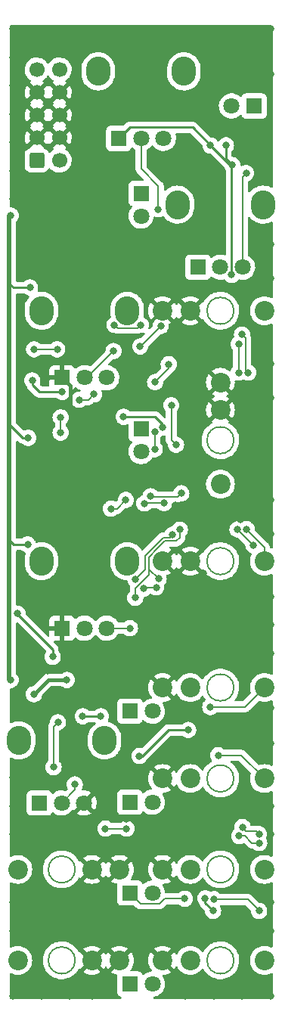
<source format=gtl>
G04 #@! TF.GenerationSoftware,KiCad,Pcbnew,(6.0.9)*
G04 #@! TF.CreationDate,2022-11-24T13:13:05-08:00*
G04 #@! TF.ProjectId,vcf-20,7663662d-3230-42e6-9b69-6361645f7063,rev?*
G04 #@! TF.SameCoordinates,Original*
G04 #@! TF.FileFunction,Copper,L1,Top*
G04 #@! TF.FilePolarity,Positive*
%FSLAX46Y46*%
G04 Gerber Fmt 4.6, Leading zero omitted, Abs format (unit mm)*
G04 Created by KiCad (PCBNEW (6.0.9)) date 2022-11-24 13:13:05*
%MOMM*%
%LPD*%
G01*
G04 APERTURE LIST*
G04 Aperture macros list*
%AMRoundRect*
0 Rectangle with rounded corners*
0 $1 Rounding radius*
0 $2 $3 $4 $5 $6 $7 $8 $9 X,Y pos of 4 corners*
0 Add a 4 corners polygon primitive as box body*
4,1,4,$2,$3,$4,$5,$6,$7,$8,$9,$2,$3,0*
0 Add four circle primitives for the rounded corners*
1,1,$1+$1,$2,$3*
1,1,$1+$1,$4,$5*
1,1,$1+$1,$6,$7*
1,1,$1+$1,$8,$9*
0 Add four rect primitives between the rounded corners*
20,1,$1+$1,$2,$3,$4,$5,0*
20,1,$1+$1,$4,$5,$6,$7,0*
20,1,$1+$1,$6,$7,$8,$9,0*
20,1,$1+$1,$8,$9,$2,$3,0*%
G04 Aperture macros list end*
G04 #@! TA.AperFunction,EtchedComponent*
%ADD10C,0.200000*%
G04 #@! TD*
G04 #@! TA.AperFunction,ComponentPad*
%ADD11R,1.800000X1.800000*%
G04 #@! TD*
G04 #@! TA.AperFunction,ComponentPad*
%ADD12C,1.800000*%
G04 #@! TD*
G04 #@! TA.AperFunction,ComponentPad*
%ADD13C,2.200000*%
G04 #@! TD*
G04 #@! TA.AperFunction,ComponentPad*
%ADD14O,2.720000X3.240000*%
G04 #@! TD*
G04 #@! TA.AperFunction,ComponentPad*
%ADD15RoundRect,0.250000X-0.600000X-0.600000X0.600000X-0.600000X0.600000X0.600000X-0.600000X0.600000X0*%
G04 #@! TD*
G04 #@! TA.AperFunction,ComponentPad*
%ADD16C,1.700000*%
G04 #@! TD*
G04 #@! TA.AperFunction,ViaPad*
%ADD17C,0.800000*%
G04 #@! TD*
G04 #@! TA.AperFunction,Conductor*
%ADD18C,0.203200*%
G04 #@! TD*
G04 #@! TA.AperFunction,Conductor*
%ADD19C,0.254000*%
G04 #@! TD*
G04 #@! TA.AperFunction,Conductor*
%ADD20C,0.381000*%
G04 #@! TD*
G04 #@! TA.AperFunction,Conductor*
%ADD21C,0.508000*%
G04 #@! TD*
G04 #@! TA.AperFunction,Conductor*
%ADD22C,0.250000*%
G04 #@! TD*
G04 APERTURE END LIST*
D10*
X25620000Y-84540000D02*
G75*
G03*
X25620000Y-84540000I-1500000J0D01*
G01*
X7850000Y-115080000D02*
G75*
G03*
X7850000Y-115080000I-1500000J0D01*
G01*
X7850000Y-104900000D02*
G75*
G03*
X7850000Y-104900000I-1500000J0D01*
G01*
X25620000Y-94720000D02*
G75*
G03*
X25620000Y-94720000I-1500000J0D01*
G01*
X25620000Y-104900000D02*
G75*
G03*
X25620000Y-104900000I-1500000J0D01*
G01*
X25620000Y-115080000D02*
G75*
G03*
X25620000Y-115080000I-1500000J0D01*
G01*
X25620000Y-42360000D02*
G75*
G03*
X25620000Y-42360000I-1500000J0D01*
G01*
X25620000Y-70390000D02*
G75*
G03*
X25620000Y-70390000I-1500000J0D01*
G01*
X25620000Y-56850000D02*
G75*
G03*
X25620000Y-56850000I-1500000J0D01*
G01*
D11*
X13970000Y-87189000D03*
D12*
X16510000Y-87189000D03*
D13*
X17640000Y-84540000D03*
X20740000Y-84540000D03*
X29040000Y-84540000D03*
X12830000Y-115080000D03*
X9730000Y-115080000D03*
X1430000Y-115080000D03*
D11*
X13970000Y-97369000D03*
D12*
X16510000Y-97369000D03*
D11*
X13970000Y-107549000D03*
D12*
X16510000Y-107549000D03*
D11*
X13970000Y-117729000D03*
D12*
X16510000Y-117729000D03*
X15240000Y-31750000D03*
D11*
X15240000Y-29210000D03*
D13*
X12830000Y-104900000D03*
X9730000Y-104900000D03*
X1430000Y-104900000D03*
X17640000Y-94720000D03*
X20740000Y-94720000D03*
X29040000Y-94720000D03*
X17640000Y-104900000D03*
X20740000Y-104900000D03*
X29040000Y-104900000D03*
X17640000Y-115080000D03*
X20740000Y-115080000D03*
X29040000Y-115080000D03*
X17640000Y-42360000D03*
X20740000Y-42360000D03*
X29040000Y-42360000D03*
X17640000Y-70390000D03*
X20740000Y-70390000D03*
X29040000Y-70390000D03*
X24120000Y-50370000D03*
X24120000Y-53470000D03*
X24120000Y-61770000D03*
D14*
X1550000Y-90460000D03*
X11150000Y-90460000D03*
D11*
X3850000Y-97460000D03*
D12*
X6350000Y-97460000D03*
X8850000Y-97460000D03*
X11390000Y-77890400D03*
X8890000Y-77890400D03*
D11*
X6390000Y-77890400D03*
D14*
X13690000Y-70390400D03*
X4090000Y-70390400D03*
X20040000Y-15559800D03*
X10440000Y-15559800D03*
D11*
X12740000Y-23059800D03*
D12*
X15240000Y-23059800D03*
X17740000Y-23059800D03*
D14*
X28904000Y-30480000D03*
X19304000Y-30480000D03*
D11*
X21604000Y-37480000D03*
D12*
X24104000Y-37480000D03*
X26604000Y-37480000D03*
X11390000Y-49860000D03*
X8890000Y-49860000D03*
D11*
X6390000Y-49860000D03*
D14*
X13690000Y-42360000D03*
X4090000Y-42360000D03*
D11*
X15240000Y-55575200D03*
D12*
X15240000Y-58115200D03*
D15*
X3556000Y-25527000D03*
D16*
X6096000Y-25527000D03*
X3556000Y-22987000D03*
X6096000Y-22987000D03*
X3556000Y-20447000D03*
X6096000Y-20447000D03*
X3556000Y-17907000D03*
X6096000Y-17907000D03*
X3556000Y-15367000D03*
X6096000Y-15367000D03*
D12*
X25354200Y-19431000D03*
D11*
X27894200Y-19431000D03*
D17*
X26034547Y-66826947D03*
X27818705Y-68612011D03*
X17795300Y-63892050D03*
X15605900Y-63925004D03*
X29718000Y-86805000D03*
X22987000Y-86715600D03*
X23864034Y-92116438D03*
X16459200Y-76606400D03*
X21539200Y-74574400D03*
X16931700Y-73328579D03*
X15519853Y-73482653D03*
X17195800Y-72364600D03*
X12141200Y-82956400D03*
X20015200Y-51765200D03*
X16992600Y-60223400D03*
X16814800Y-50342800D03*
X18337979Y-48337021D03*
X18618200Y-52933600D03*
X19154032Y-57355632D03*
X27736800Y-34163000D03*
X24028400Y-33299400D03*
X19761200Y-22885400D03*
X12152445Y-46868000D03*
X27000200Y-26949400D03*
X25450800Y-26035000D03*
X24739600Y-23825200D03*
X18059400Y-27000200D03*
X21272500Y-107315000D03*
X17145000Y-10795000D03*
X13017500Y-57848500D03*
X29718000Y-15875000D03*
X10795000Y-85979000D03*
X29718000Y-100965000D03*
X29718000Y-119062500D03*
X18161000Y-20320000D03*
X889000Y-17145000D03*
X7239000Y-119062500D03*
X889000Y-20320000D03*
X29718000Y-48260000D03*
X14414500Y-94297500D03*
X10350500Y-108966000D03*
X20193000Y-119062500D03*
X21209000Y-78613000D03*
X6858000Y-85026500D03*
X889000Y-10795000D03*
X4254500Y-64389000D03*
X2286000Y-52578000D03*
X16192500Y-89725500D03*
X23368000Y-10795000D03*
X889000Y-111760000D03*
X12877800Y-26060400D03*
X25654000Y-59690000D03*
X23926800Y-81051400D03*
X29718000Y-90805000D03*
X8572500Y-36131500D03*
X16002000Y-110680500D03*
X7429500Y-10795000D03*
X26543000Y-119062500D03*
X22034500Y-63754000D03*
X29718000Y-77470000D03*
X4000500Y-10795000D03*
X23368000Y-119062500D03*
X2540000Y-61150500D03*
X13970000Y-10795000D03*
X29718000Y-80708500D03*
X8191500Y-69723000D03*
X29718000Y-108585000D03*
X889000Y-29845000D03*
X16446500Y-81343500D03*
X8572500Y-29146500D03*
X2590800Y-74676000D03*
X9779000Y-119062500D03*
X2857500Y-48196500D03*
X29718000Y-52070000D03*
X2794000Y-45085000D03*
X21145506Y-46355000D03*
X21272500Y-110998000D03*
X4064000Y-119062500D03*
X29718000Y-10795000D03*
X8128000Y-57023000D03*
X29718000Y-63500000D03*
X3048000Y-32385000D03*
X5334000Y-36131500D03*
X29718000Y-38735000D03*
X889000Y-94615000D03*
X1841500Y-87630000D03*
X26543000Y-10795000D03*
X13716000Y-91757500D03*
X14351000Y-53149500D03*
X889000Y-97853500D03*
X26543000Y-15875000D03*
X889000Y-100965000D03*
X2603500Y-82296000D03*
X22250400Y-71780400D03*
X13589000Y-99250500D03*
X26352500Y-65722500D03*
X11049000Y-98475800D03*
X20193000Y-10795000D03*
X21437600Y-76555600D03*
X889000Y-108585000D03*
X889000Y-119062500D03*
X18415000Y-62166500D03*
X15113000Y-101981000D03*
X29718000Y-67310000D03*
X29718000Y-111760000D03*
X8064500Y-91757500D03*
X10858500Y-43307000D03*
X10795000Y-10795000D03*
X9842500Y-94297500D03*
X19100800Y-64160400D03*
X5943600Y-72440800D03*
X18161000Y-17907000D03*
X29718000Y-34925000D03*
X29718000Y-74358500D03*
X22479000Y-102044500D03*
X889000Y-13970000D03*
X889000Y-26670000D03*
X4762500Y-82677000D03*
X889000Y-23495000D03*
X17780000Y-51879500D03*
X29718000Y-97790000D03*
X11747500Y-72072500D03*
X3238500Y-85280500D03*
X8699496Y-87757000D03*
X6921500Y-83693000D03*
X2794000Y-39751000D03*
X625000Y-83693000D03*
X625034Y-31686500D03*
X2603500Y-56578500D03*
X10731495Y-87757000D03*
X26162000Y-46101000D03*
X17170400Y-30988000D03*
X27218720Y-49277158D03*
X16306800Y-63119000D03*
X23012400Y-23850600D03*
X2540000Y-68516500D03*
X25369937Y-38331819D03*
X19737951Y-62790951D03*
X26543000Y-45021500D03*
X26162000Y-49276000D03*
X20510500Y-89281000D03*
X13271506Y-54229000D03*
X22415488Y-108140500D03*
X23304500Y-109537500D03*
X1397000Y-76263500D03*
X6413500Y-51435000D03*
X17663367Y-55443943D03*
X5339000Y-81084500D03*
X3048000Y-50165000D03*
X15049500Y-92202000D03*
X20129500Y-108185900D03*
X14585204Y-74489335D03*
X19570700Y-66865500D03*
X17443360Y-44048088D03*
X15137947Y-46355453D03*
X7810500Y-95377000D03*
X27051000Y-66802000D03*
X13985300Y-77901800D03*
X9969500Y-51707998D03*
X6223000Y-54292500D03*
X6223000Y-56007000D03*
X5842000Y-46672500D03*
X3254469Y-46672500D03*
X8318500Y-52324000D03*
X15188574Y-43951789D03*
X12248707Y-43948260D03*
X5931964Y-88432070D03*
X5435600Y-93446600D03*
X16764000Y-55880000D03*
X11874500Y-64516000D03*
X16764000Y-57848500D03*
X13589000Y-100330000D03*
X11239500Y-100330000D03*
X13525500Y-63525730D03*
X23418800Y-108229400D03*
X28447996Y-109537500D03*
X14603239Y-72384077D03*
X18757838Y-67447100D03*
X26225500Y-101155500D03*
X28460926Y-101947656D03*
X26600288Y-100155487D03*
X28444876Y-100948282D03*
D18*
X26034547Y-66827853D02*
X26034547Y-66826947D01*
X27818705Y-68612011D02*
X26034547Y-66827853D01*
X27051000Y-66852800D02*
X29040000Y-68841800D01*
X27051000Y-66802000D02*
X27051000Y-66852800D01*
X29040000Y-68841800D02*
X29040000Y-70390000D01*
X18757838Y-67447100D02*
X18459938Y-67745000D01*
X18459938Y-67745000D02*
X17732628Y-67745000D01*
X17732628Y-67745000D02*
X15697200Y-69780428D01*
X15697200Y-69780428D02*
X15697200Y-71290116D01*
X15697200Y-71290116D02*
X14603239Y-72384077D01*
X19570700Y-66865500D02*
X19570700Y-67767200D01*
X17066800Y-68988400D02*
X17059438Y-68988400D01*
X17059438Y-68988400D02*
X16115899Y-69931939D01*
X19570700Y-67767200D02*
X19189700Y-68148200D01*
X19189700Y-68148200D02*
X17907000Y-68148200D01*
X17907000Y-68148200D02*
X17066800Y-68988400D01*
X16115899Y-69931939D02*
X16115899Y-71895101D01*
X16115899Y-71895101D02*
X14585204Y-73425796D01*
X14585204Y-73425796D02*
X14585204Y-74489335D01*
X15605900Y-63925004D02*
X15638854Y-63892050D01*
X15638854Y-63892050D02*
X17795300Y-63892050D01*
X28444876Y-100948282D02*
X28156794Y-100660200D01*
X28156794Y-100660200D02*
X26963700Y-100660200D01*
X26963700Y-100660200D02*
X26600288Y-100296788D01*
X26600288Y-100296788D02*
X26600288Y-100155487D01*
X23454593Y-108265193D02*
X27175689Y-108265193D01*
X27175689Y-108265193D02*
X28447996Y-109537500D01*
X23418800Y-108229400D02*
X23454593Y-108265193D01*
X15137947Y-46355453D02*
X15158317Y-46355453D01*
X15158317Y-46355453D02*
X17443360Y-44070410D01*
X17443360Y-44070410D02*
X17443360Y-44048088D01*
X22987000Y-86715600D02*
X23004700Y-86697900D01*
X23004700Y-86697900D02*
X26882100Y-86697900D01*
X26882100Y-86697900D02*
X29040000Y-84540000D01*
X26436438Y-92116438D02*
X23864034Y-92116438D01*
X29040000Y-94720000D02*
X26436438Y-92116438D01*
X5435600Y-93446600D02*
X5435600Y-88928434D01*
X5435600Y-88928434D02*
X5931964Y-88432070D01*
X17195800Y-72364600D02*
X16115899Y-71284699D01*
X15519853Y-73482653D02*
X15672706Y-73329800D01*
X15672706Y-73329800D02*
X16930479Y-73329800D01*
X16930479Y-73329800D02*
X16931700Y-73328579D01*
X13985300Y-77901800D02*
X13973900Y-77890400D01*
X13973900Y-77890400D02*
X11390000Y-77890400D01*
X26162000Y-46101000D02*
X26162000Y-49276000D01*
X27218720Y-49277158D02*
X26924000Y-48982438D01*
X26924000Y-48982438D02*
X26924000Y-45402500D01*
X26924000Y-45402500D02*
X26543000Y-45021500D01*
X16814800Y-50342800D02*
X18337979Y-48819621D01*
X18337979Y-48819621D02*
X18337979Y-48337021D01*
X18618200Y-56819800D02*
X18618200Y-52933600D01*
X19154032Y-57355632D02*
X18618200Y-56819800D01*
D19*
X17663367Y-55443943D02*
X17663367Y-55102967D01*
X17663367Y-55102967D02*
X16789400Y-54229000D01*
X16789400Y-54229000D02*
X13271506Y-54229000D01*
X25349200Y-38311082D02*
X25349200Y-26187400D01*
X25349200Y-26187400D02*
X23012400Y-23850600D01*
X25369937Y-38331819D02*
X25349200Y-38311082D01*
D18*
X15240000Y-23059800D02*
X15240000Y-26492200D01*
X15240000Y-26492200D02*
X17170400Y-28422600D01*
X17170400Y-28422600D02*
X17170400Y-30988000D01*
X27000200Y-26949400D02*
X26593800Y-27355800D01*
X26593800Y-27355800D02*
X26593800Y-37469800D01*
X26593800Y-37469800D02*
X26604000Y-37480000D01*
X12152445Y-46868000D02*
X9160445Y-49860000D01*
X9160445Y-49860000D02*
X8890000Y-49860000D01*
D19*
X24739600Y-23825200D02*
X24739600Y-25323800D01*
X24739600Y-25323800D02*
X25450800Y-26035000D01*
X23012400Y-23850600D02*
X20994600Y-21832800D01*
X20994600Y-21832800D02*
X13967000Y-21832800D01*
X13967000Y-21832800D02*
X12740000Y-23059800D01*
D20*
X7302500Y-50772500D02*
X6390000Y-49860000D01*
X7302500Y-52641500D02*
X7302500Y-50772500D01*
D19*
X10731495Y-87757000D02*
X8699496Y-87757000D01*
X1968500Y-56578500D02*
X2037815Y-56578500D01*
D21*
X479010Y-83547010D02*
X625000Y-83693000D01*
D18*
X19337952Y-63190950D02*
X16378750Y-63190950D01*
D19*
X479010Y-39277510D02*
X952500Y-39751000D01*
D21*
X625034Y-31696466D02*
X479010Y-31842490D01*
D19*
X2037815Y-56578500D02*
X2603500Y-56578500D01*
D18*
X19737951Y-62790951D02*
X19337952Y-63190950D01*
D21*
X479010Y-41049990D02*
X479010Y-55089010D01*
D20*
X4826000Y-83693000D02*
X6921500Y-83693000D01*
D21*
X479010Y-55089010D02*
X479010Y-67656490D01*
D19*
X479010Y-68043010D02*
X952500Y-68516500D01*
X952500Y-39751000D02*
X2794000Y-39751000D01*
D22*
X479010Y-39271990D02*
X479010Y-39277510D01*
D19*
X479010Y-55089010D02*
X1968500Y-56578500D01*
X952500Y-68516500D02*
X2540000Y-68516500D01*
X479010Y-67656490D02*
X479010Y-68043010D01*
D18*
X16378750Y-63190950D02*
X16306800Y-63119000D01*
D21*
X625034Y-31686500D02*
X625034Y-31696466D01*
X479010Y-31842490D02*
X479010Y-39271990D01*
D20*
X3238500Y-85280500D02*
X4826000Y-83693000D01*
D21*
X479010Y-39271990D02*
X479010Y-41049990D01*
X479010Y-67656490D02*
X479010Y-83547010D01*
D19*
X3810000Y-51435000D02*
X6413500Y-51435000D01*
X3048000Y-50673000D02*
X3810000Y-51435000D01*
X23304500Y-109537500D02*
X22415488Y-108648488D01*
X3048000Y-50165000D02*
X3048000Y-50673000D01*
X15049500Y-92202000D02*
X15367000Y-92202000D01*
X18288000Y-89281000D02*
X20510500Y-89281000D01*
X22415488Y-108648488D02*
X22415488Y-108140500D01*
X5339000Y-80269000D02*
X1397000Y-76327000D01*
X1397000Y-76327000D02*
X1397000Y-76263500D01*
X5339000Y-81084500D02*
X5339000Y-80269000D01*
X15367000Y-92202000D02*
X18288000Y-89281000D01*
D18*
X13970000Y-107549000D02*
X13970000Y-107569000D01*
X17861600Y-108185900D02*
X20129500Y-108185900D01*
X13970000Y-107569000D02*
X15151601Y-108750601D01*
X17296899Y-108750601D02*
X17861600Y-108185900D01*
X15151601Y-108750601D02*
X17296899Y-108750601D01*
X6350000Y-97460000D02*
X7810500Y-95999500D01*
X7810500Y-95999500D02*
X7810500Y-95377000D01*
X5842000Y-46672500D02*
X3254469Y-46672500D01*
X6223000Y-56007000D02*
X6223000Y-54292500D01*
X9969500Y-51707998D02*
X9353498Y-52324000D01*
X9353498Y-52324000D02*
X8318500Y-52324000D01*
X14817363Y-44323000D02*
X15188574Y-43951789D01*
X12623447Y-44323000D02*
X14817363Y-44323000D01*
X12248707Y-43948260D02*
X12623447Y-44323000D01*
X12535230Y-64516000D02*
X11874500Y-64516000D01*
X11239500Y-100330000D02*
X13589000Y-100330000D01*
X13525500Y-63525730D02*
X12535230Y-64516000D01*
X16764000Y-57848500D02*
X16764000Y-55880000D01*
X26225500Y-101155500D02*
X26860500Y-101155500D01*
X27652656Y-101947656D02*
X28460926Y-101947656D01*
X26860500Y-101155500D02*
X27652656Y-101947656D01*
G04 #@! TA.AperFunction,Conductor*
G36*
X29913621Y-10413502D02*
G01*
X29960114Y-10467158D01*
X29971500Y-10519500D01*
X29971500Y-28461547D01*
X29951498Y-28529668D01*
X29897842Y-28576161D01*
X29827568Y-28586265D01*
X29786833Y-28573055D01*
X29722082Y-28538988D01*
X29654053Y-28503196D01*
X29649752Y-28501677D01*
X29649747Y-28501675D01*
X29471998Y-28438906D01*
X29398366Y-28412904D01*
X29252820Y-28384217D01*
X29136794Y-28361348D01*
X29136788Y-28361347D01*
X29132322Y-28360467D01*
X29127768Y-28360240D01*
X29127766Y-28360240D01*
X28866064Y-28347211D01*
X28866058Y-28347211D01*
X28861495Y-28346984D01*
X28591559Y-28372738D01*
X28587130Y-28373822D01*
X28587123Y-28373823D01*
X28457069Y-28405648D01*
X28328168Y-28437190D01*
X28323933Y-28438905D01*
X28323931Y-28438906D01*
X28099850Y-28529668D01*
X28076840Y-28538988D01*
X27842839Y-28676001D01*
X27631068Y-28845359D01*
X27627953Y-28848694D01*
X27627947Y-28848700D01*
X27467020Y-29020971D01*
X27445963Y-29043512D01*
X27443361Y-29047263D01*
X27433427Y-29061582D01*
X27378164Y-29106152D01*
X27307577Y-29113769D01*
X27244078Y-29082014D01*
X27207826Y-29020971D01*
X27203900Y-28989762D01*
X27203900Y-27934548D01*
X27223902Y-27866427D01*
X27277558Y-27819934D01*
X27281471Y-27818410D01*
X27282488Y-27818194D01*
X27376431Y-27776368D01*
X27450922Y-27743203D01*
X27450924Y-27743202D01*
X27456952Y-27740518D01*
X27611453Y-27628266D01*
X27739240Y-27486344D01*
X27834727Y-27320956D01*
X27893742Y-27139328D01*
X27913704Y-26949400D01*
X27906988Y-26885500D01*
X27894432Y-26766035D01*
X27894432Y-26766033D01*
X27893742Y-26759472D01*
X27834727Y-26577844D01*
X27830875Y-26571171D01*
X27765059Y-26457176D01*
X27739240Y-26412456D01*
X27715027Y-26385564D01*
X27615875Y-26275445D01*
X27615874Y-26275444D01*
X27611453Y-26270534D01*
X27483266Y-26177400D01*
X27462294Y-26162163D01*
X27462293Y-26162162D01*
X27456952Y-26158282D01*
X27450924Y-26155598D01*
X27450922Y-26155597D01*
X27288519Y-26083291D01*
X27288518Y-26083291D01*
X27282488Y-26080606D01*
X27189088Y-26060753D01*
X27102144Y-26042272D01*
X27102139Y-26042272D01*
X27095687Y-26040900D01*
X26904713Y-26040900D01*
X26898261Y-26042272D01*
X26898256Y-26042272D01*
X26811312Y-26060753D01*
X26717912Y-26080606D01*
X26711882Y-26083291D01*
X26711881Y-26083291D01*
X26568078Y-26147316D01*
X26543448Y-26158282D01*
X26542534Y-26156228D01*
X26483639Y-26170526D01*
X26416543Y-26147316D01*
X26372647Y-26091516D01*
X26363614Y-26044668D01*
X26363614Y-26041565D01*
X26364304Y-26035000D01*
X26344342Y-25845072D01*
X26285327Y-25663444D01*
X26189840Y-25498056D01*
X26062053Y-25356134D01*
X25907552Y-25243882D01*
X25901524Y-25241198D01*
X25901522Y-25241197D01*
X25739119Y-25168891D01*
X25739118Y-25168891D01*
X25733088Y-25166206D01*
X25639688Y-25146353D01*
X25552744Y-25127872D01*
X25552739Y-25127872D01*
X25546287Y-25126500D01*
X25501100Y-25126500D01*
X25432979Y-25106498D01*
X25386486Y-25052842D01*
X25375100Y-25000500D01*
X25375100Y-24525503D01*
X25395102Y-24457382D01*
X25407464Y-24441193D01*
X25407858Y-24440756D01*
X25440026Y-24405029D01*
X25474221Y-24367052D01*
X25474222Y-24367051D01*
X25478640Y-24362144D01*
X25566236Y-24210424D01*
X25570823Y-24202479D01*
X25570824Y-24202478D01*
X25574127Y-24196756D01*
X25633142Y-24015128D01*
X25649195Y-23862397D01*
X25652414Y-23831765D01*
X25653104Y-23825200D01*
X25641323Y-23713108D01*
X25633832Y-23641835D01*
X25633832Y-23641833D01*
X25633142Y-23635272D01*
X25574127Y-23453644D01*
X25478640Y-23288256D01*
X25350853Y-23146334D01*
X25227740Y-23056887D01*
X25201694Y-23037963D01*
X25201693Y-23037962D01*
X25196352Y-23034082D01*
X25190324Y-23031398D01*
X25190322Y-23031397D01*
X25027919Y-22959091D01*
X25027918Y-22959091D01*
X25021888Y-22956406D01*
X24928488Y-22936553D01*
X24841544Y-22918072D01*
X24841539Y-22918072D01*
X24835087Y-22916700D01*
X24644113Y-22916700D01*
X24637661Y-22918072D01*
X24637656Y-22918072D01*
X24550712Y-22936553D01*
X24457312Y-22956406D01*
X24451282Y-22959091D01*
X24451281Y-22959091D01*
X24288878Y-23031397D01*
X24288876Y-23031398D01*
X24282848Y-23034082D01*
X24277507Y-23037962D01*
X24277506Y-23037963D01*
X24251460Y-23056887D01*
X24128347Y-23146334D01*
X24000560Y-23288256D01*
X23977786Y-23327702D01*
X23926406Y-23376694D01*
X23856692Y-23390131D01*
X23790781Y-23363745D01*
X23759549Y-23327702D01*
X23759548Y-23327700D01*
X23751440Y-23313656D01*
X23623653Y-23171734D01*
X23469152Y-23059482D01*
X23463124Y-23056798D01*
X23463122Y-23056797D01*
X23300719Y-22984491D01*
X23300718Y-22984491D01*
X23294688Y-22981806D01*
X23187823Y-22959091D01*
X23114344Y-22943472D01*
X23114339Y-22943472D01*
X23107887Y-22942100D01*
X23054823Y-22942100D01*
X22986702Y-22922098D01*
X22965728Y-22905195D01*
X21499850Y-21439317D01*
X21492274Y-21430991D01*
X21488153Y-21424497D01*
X21438334Y-21377714D01*
X21435493Y-21374960D01*
X21415694Y-21355161D01*
X21412569Y-21352737D01*
X21412560Y-21352729D01*
X21412474Y-21352663D01*
X21403449Y-21344955D01*
X21376885Y-21320010D01*
X21371106Y-21314583D01*
X21353269Y-21304777D01*
X21336753Y-21293927D01*
X21320667Y-21281450D01*
X21279934Y-21263824D01*
X21269286Y-21258607D01*
X21244409Y-21244931D01*
X21230403Y-21237231D01*
X21222728Y-21235260D01*
X21222722Y-21235258D01*
X21210689Y-21232169D01*
X21191987Y-21225766D01*
X21173308Y-21217683D01*
X21133513Y-21211380D01*
X21129473Y-21210740D01*
X21117860Y-21208335D01*
X21074882Y-21197300D01*
X21054535Y-21197300D01*
X21034824Y-21195749D01*
X21022550Y-21193805D01*
X21014721Y-21192565D01*
X21006829Y-21193311D01*
X20970544Y-21196741D01*
X20958686Y-21197300D01*
X14046020Y-21197300D01*
X14034786Y-21196770D01*
X14027281Y-21195092D01*
X13959571Y-21197220D01*
X13958988Y-21197238D01*
X13955031Y-21197300D01*
X13927017Y-21197300D01*
X13923092Y-21197796D01*
X13923091Y-21197796D01*
X13922996Y-21197808D01*
X13911151Y-21198741D01*
X13881330Y-21199678D01*
X13874718Y-21199886D01*
X13874717Y-21199886D01*
X13866795Y-21200135D01*
X13847252Y-21205813D01*
X13827888Y-21209823D01*
X13815560Y-21211380D01*
X13815558Y-21211380D01*
X13807701Y-21212373D01*
X13800337Y-21215289D01*
X13800332Y-21215290D01*
X13766444Y-21228707D01*
X13755215Y-21232552D01*
X13739111Y-21237231D01*
X13712607Y-21244931D01*
X13705780Y-21248969D01*
X13705777Y-21248970D01*
X13695094Y-21255288D01*
X13677336Y-21263988D01*
X13665785Y-21268561D01*
X13665779Y-21268565D01*
X13658412Y-21271481D01*
X13652001Y-21276139D01*
X13651999Y-21276140D01*
X13622512Y-21297564D01*
X13612590Y-21304081D01*
X13581232Y-21322626D01*
X13581228Y-21322629D01*
X13574402Y-21326666D01*
X13560018Y-21341050D01*
X13544984Y-21353891D01*
X13528513Y-21365858D01*
X13523460Y-21371966D01*
X13500223Y-21400055D01*
X13492233Y-21408835D01*
X13286673Y-21614395D01*
X13224361Y-21648421D01*
X13197578Y-21651300D01*
X11791866Y-21651300D01*
X11729684Y-21658055D01*
X11593295Y-21709185D01*
X11476739Y-21796539D01*
X11389385Y-21913095D01*
X11338255Y-22049484D01*
X11331500Y-22111666D01*
X11331500Y-24007934D01*
X11338255Y-24070116D01*
X11389385Y-24206505D01*
X11476739Y-24323061D01*
X11593295Y-24410415D01*
X11729684Y-24461545D01*
X11791866Y-24468300D01*
X13688134Y-24468300D01*
X13750316Y-24461545D01*
X13886705Y-24410415D01*
X14003261Y-24323061D01*
X14090615Y-24206505D01*
X14099709Y-24182248D01*
X14105686Y-24166304D01*
X14148328Y-24109539D01*
X14214890Y-24084840D01*
X14284239Y-24100048D01*
X14304150Y-24113588D01*
X14429349Y-24217530D01*
X14482612Y-24248654D01*
X14567470Y-24298241D01*
X14616194Y-24349879D01*
X14629900Y-24407029D01*
X14629900Y-26416522D01*
X14629402Y-26427074D01*
X14627781Y-26434328D01*
X14628030Y-26442249D01*
X14629838Y-26499795D01*
X14629900Y-26503752D01*
X14629900Y-26530583D01*
X14630396Y-26534510D01*
X14630453Y-26535416D01*
X14631292Y-26546060D01*
X14632622Y-26588399D01*
X14636384Y-26601348D01*
X14637964Y-26606786D01*
X14641972Y-26626143D01*
X14644371Y-26645132D01*
X14647291Y-26652507D01*
X14659964Y-26684518D01*
X14663808Y-26695745D01*
X14673415Y-26728809D01*
X14675628Y-26736425D01*
X14685374Y-26752905D01*
X14694065Y-26770645D01*
X14701116Y-26788454D01*
X14720180Y-26814694D01*
X14726020Y-26822732D01*
X14732536Y-26832652D01*
X14749316Y-26861025D01*
X14754095Y-26869106D01*
X14767622Y-26882633D01*
X14780463Y-26897667D01*
X14791721Y-26913162D01*
X14797829Y-26918215D01*
X14824372Y-26940173D01*
X14833152Y-26948163D01*
X15471394Y-27586405D01*
X15505420Y-27648717D01*
X15500355Y-27719532D01*
X15457808Y-27776368D01*
X15391288Y-27801179D01*
X15382299Y-27801500D01*
X14291866Y-27801500D01*
X14229684Y-27808255D01*
X14093295Y-27859385D01*
X13976739Y-27946739D01*
X13889385Y-28063295D01*
X13838255Y-28199684D01*
X13831500Y-28261866D01*
X13831500Y-30158134D01*
X13838255Y-30220316D01*
X13889385Y-30356705D01*
X13976739Y-30473261D01*
X14093295Y-30560615D01*
X14101704Y-30563767D01*
X14101705Y-30563768D01*
X14161164Y-30586058D01*
X14217929Y-30628699D01*
X14242629Y-30695261D01*
X14227422Y-30764609D01*
X14208029Y-30791091D01*
X14141639Y-30860564D01*
X14011119Y-31051899D01*
X13913602Y-31261981D01*
X13851707Y-31485169D01*
X13827095Y-31715469D01*
X13827392Y-31720622D01*
X13827392Y-31720625D01*
X13835997Y-31869865D01*
X13840427Y-31946697D01*
X13841564Y-31951743D01*
X13841565Y-31951749D01*
X13865523Y-32058056D01*
X13891346Y-32172642D01*
X13893288Y-32177424D01*
X13893289Y-32177428D01*
X13976540Y-32382450D01*
X13978484Y-32387237D01*
X14099501Y-32584719D01*
X14251147Y-32759784D01*
X14429349Y-32907730D01*
X14629322Y-33024584D01*
X14845694Y-33107209D01*
X14850760Y-33108240D01*
X14850761Y-33108240D01*
X14903846Y-33119040D01*
X15072656Y-33153385D01*
X15203324Y-33158176D01*
X15298949Y-33161683D01*
X15298953Y-33161683D01*
X15304113Y-33161872D01*
X15309233Y-33161216D01*
X15309235Y-33161216D01*
X15382270Y-33151860D01*
X15533847Y-33132442D01*
X15538795Y-33130957D01*
X15538802Y-33130956D01*
X15750747Y-33067369D01*
X15755690Y-33065886D01*
X15836236Y-33026427D01*
X15959049Y-32966262D01*
X15959052Y-32966260D01*
X15963684Y-32963991D01*
X16152243Y-32829494D01*
X16316303Y-32666005D01*
X16451458Y-32477917D01*
X16462946Y-32454674D01*
X16551784Y-32274922D01*
X16551785Y-32274920D01*
X16554078Y-32270280D01*
X16621408Y-32048671D01*
X16634168Y-31951749D01*
X16638014Y-31922540D01*
X16666737Y-31857613D01*
X16726002Y-31818522D01*
X16796994Y-31817677D01*
X16814184Y-31823880D01*
X16882077Y-31854108D01*
X16882085Y-31854111D01*
X16888112Y-31856794D01*
X16980482Y-31876428D01*
X17068456Y-31895128D01*
X17068461Y-31895128D01*
X17074913Y-31896500D01*
X17265887Y-31896500D01*
X17272339Y-31895128D01*
X17272344Y-31895128D01*
X17360318Y-31876428D01*
X17452688Y-31856794D01*
X17466794Y-31850514D01*
X17625202Y-31779986D01*
X17695569Y-31770552D01*
X17759866Y-31800658D01*
X17776612Y-31818649D01*
X17900833Y-31981417D01*
X17904099Y-31984610D01*
X17904101Y-31984612D01*
X17974690Y-32053617D01*
X18094736Y-32170970D01*
X18098428Y-32173657D01*
X18098430Y-32173659D01*
X18246102Y-32281146D01*
X18313972Y-32330547D01*
X18553947Y-32456804D01*
X18558248Y-32458323D01*
X18558253Y-32458325D01*
X18676475Y-32500073D01*
X18809634Y-32547096D01*
X18907653Y-32566415D01*
X19071206Y-32598652D01*
X19071212Y-32598653D01*
X19075678Y-32599533D01*
X19080232Y-32599760D01*
X19080234Y-32599760D01*
X19341936Y-32612789D01*
X19341942Y-32612789D01*
X19346505Y-32613016D01*
X19616441Y-32587262D01*
X19620870Y-32586178D01*
X19620877Y-32586177D01*
X19780584Y-32547096D01*
X19879832Y-32522810D01*
X20039039Y-32458325D01*
X20126931Y-32422725D01*
X20126932Y-32422725D01*
X20131160Y-32421012D01*
X20365161Y-32283999D01*
X20576932Y-32114641D01*
X20638558Y-32048671D01*
X20758921Y-31919824D01*
X20758923Y-31919821D01*
X20762037Y-31916488D01*
X20916598Y-31693688D01*
X20999616Y-31526817D01*
X21035346Y-31454997D01*
X21035347Y-31454994D01*
X21037379Y-31450910D01*
X21121847Y-31193240D01*
X21147131Y-31047623D01*
X21167579Y-30929856D01*
X21167580Y-30929848D01*
X21168235Y-30926075D01*
X21169897Y-30892697D01*
X21172422Y-30841971D01*
X21172422Y-30841963D01*
X21172500Y-30840400D01*
X21172500Y-30151116D01*
X21157875Y-29949549D01*
X21099415Y-29684763D01*
X21003345Y-29431190D01*
X20871676Y-29194141D01*
X20707167Y-28978583D01*
X20513264Y-28789030D01*
X20294028Y-28629453D01*
X20054053Y-28503196D01*
X20049752Y-28501677D01*
X20049747Y-28501675D01*
X19871998Y-28438906D01*
X19798366Y-28412904D01*
X19652820Y-28384217D01*
X19536794Y-28361348D01*
X19536788Y-28361347D01*
X19532322Y-28360467D01*
X19527768Y-28360240D01*
X19527766Y-28360240D01*
X19266064Y-28347211D01*
X19266058Y-28347211D01*
X19261495Y-28346984D01*
X18991559Y-28372738D01*
X18987130Y-28373822D01*
X18987123Y-28373823D01*
X18857069Y-28405648D01*
X18728168Y-28437190D01*
X18723933Y-28438905D01*
X18723931Y-28438906D01*
X18499850Y-28529668D01*
X18476840Y-28538988D01*
X18242839Y-28676001D01*
X18031068Y-28845359D01*
X17998574Y-28880144D01*
X17937456Y-28916268D01*
X17866509Y-28913615D01*
X17808259Y-28873027D01*
X17781200Y-28807389D01*
X17780500Y-28794130D01*
X17780500Y-28498281D01*
X17780997Y-28487732D01*
X17782620Y-28480472D01*
X17780562Y-28414987D01*
X17780500Y-28411029D01*
X17780500Y-28384217D01*
X17780004Y-28380291D01*
X17779950Y-28379435D01*
X17779108Y-28368739D01*
X17778027Y-28334326D01*
X17777778Y-28326401D01*
X17772436Y-28308014D01*
X17768428Y-28288657D01*
X17767023Y-28277535D01*
X17767023Y-28277534D01*
X17766029Y-28269668D01*
X17761595Y-28258469D01*
X17750436Y-28230282D01*
X17746592Y-28219055D01*
X17736985Y-28185991D01*
X17736984Y-28185989D01*
X17734772Y-28178375D01*
X17725026Y-28161895D01*
X17716335Y-28144155D01*
X17709284Y-28126346D01*
X17684380Y-28092068D01*
X17677864Y-28082148D01*
X17660343Y-28052521D01*
X17660341Y-28052518D01*
X17656305Y-28045694D01*
X17642778Y-28032167D01*
X17629937Y-28017133D01*
X17623340Y-28008053D01*
X17623339Y-28008052D01*
X17618679Y-28001638D01*
X17586027Y-27974626D01*
X17577248Y-27966637D01*
X15887005Y-26276393D01*
X15852979Y-26214081D01*
X15850100Y-26187298D01*
X15850100Y-24408016D01*
X15870102Y-24339895D01*
X15920668Y-24294864D01*
X15959049Y-24276062D01*
X15959052Y-24276060D01*
X15963684Y-24273791D01*
X16152243Y-24139294D01*
X16316303Y-23975805D01*
X16385370Y-23879688D01*
X16441365Y-23836040D01*
X16512068Y-23829594D01*
X16575033Y-23862397D01*
X16595128Y-23887384D01*
X16596799Y-23890111D01*
X16596804Y-23890117D01*
X16599501Y-23894519D01*
X16751147Y-24069584D01*
X16929349Y-24217530D01*
X17129322Y-24334384D01*
X17345694Y-24417009D01*
X17350760Y-24418040D01*
X17350761Y-24418040D01*
X17403846Y-24428840D01*
X17572656Y-24463185D01*
X17702089Y-24467931D01*
X17798949Y-24471483D01*
X17798953Y-24471483D01*
X17804113Y-24471672D01*
X17809233Y-24471016D01*
X17809235Y-24471016D01*
X17895788Y-24459928D01*
X18033847Y-24442242D01*
X18038795Y-24440757D01*
X18038802Y-24440756D01*
X18250747Y-24377169D01*
X18255690Y-24375686D01*
X18260324Y-24373416D01*
X18459049Y-24276062D01*
X18459052Y-24276060D01*
X18463684Y-24273791D01*
X18652243Y-24139294D01*
X18816303Y-23975805D01*
X18951458Y-23787717D01*
X18972658Y-23744823D01*
X19051784Y-23584722D01*
X19051785Y-23584720D01*
X19054078Y-23580080D01*
X19121408Y-23358471D01*
X19151640Y-23128841D01*
X19153327Y-23059800D01*
X19145047Y-22959091D01*
X19134773Y-22834118D01*
X19134772Y-22834112D01*
X19134349Y-22828967D01*
X19083115Y-22624995D01*
X19085919Y-22554054D01*
X19126632Y-22495891D01*
X19192327Y-22468972D01*
X19205319Y-22468300D01*
X20679178Y-22468300D01*
X20747299Y-22488302D01*
X20768273Y-22505205D01*
X22065610Y-23802543D01*
X22099636Y-23864855D01*
X22101825Y-23878468D01*
X22115499Y-24008565D01*
X22118858Y-24040528D01*
X22177873Y-24222156D01*
X22181176Y-24227878D01*
X22181177Y-24227879D01*
X22193172Y-24248654D01*
X22273360Y-24387544D01*
X22277778Y-24392451D01*
X22277779Y-24392452D01*
X22381490Y-24507635D01*
X22401147Y-24529466D01*
X22555648Y-24641718D01*
X22561676Y-24644402D01*
X22561678Y-24644403D01*
X22724081Y-24716709D01*
X22730112Y-24719394D01*
X22823513Y-24739247D01*
X22910456Y-24757728D01*
X22910461Y-24757728D01*
X22916913Y-24759100D01*
X22969978Y-24759100D01*
X23038099Y-24779102D01*
X23059073Y-24796005D01*
X24569204Y-26306136D01*
X24599942Y-26356294D01*
X24616273Y-26406556D01*
X24668506Y-26497025D01*
X24696819Y-26546065D01*
X24713700Y-26609065D01*
X24713700Y-36023335D01*
X24693698Y-36091456D01*
X24640042Y-36137949D01*
X24569768Y-36148053D01*
X24545641Y-36142108D01*
X24469907Y-36115289D01*
X24469899Y-36115287D01*
X24465028Y-36113562D01*
X24459935Y-36112655D01*
X24459932Y-36112654D01*
X24242095Y-36073851D01*
X24242089Y-36073850D01*
X24237006Y-36072945D01*
X24164096Y-36072054D01*
X24010581Y-36070179D01*
X24010579Y-36070179D01*
X24005411Y-36070116D01*
X23776464Y-36105150D01*
X23556314Y-36177106D01*
X23551726Y-36179494D01*
X23551722Y-36179496D01*
X23355461Y-36281663D01*
X23350872Y-36284052D01*
X23346739Y-36287155D01*
X23346736Y-36287157D01*
X23165655Y-36423117D01*
X23164976Y-36422213D01*
X23105730Y-36450131D01*
X23035341Y-36440869D01*
X22981132Y-36395022D01*
X22968325Y-36369866D01*
X22957768Y-36341705D01*
X22957767Y-36341703D01*
X22954615Y-36333295D01*
X22867261Y-36216739D01*
X22750705Y-36129385D01*
X22614316Y-36078255D01*
X22552134Y-36071500D01*
X20655866Y-36071500D01*
X20593684Y-36078255D01*
X20457295Y-36129385D01*
X20340739Y-36216739D01*
X20253385Y-36333295D01*
X20202255Y-36469684D01*
X20195500Y-36531866D01*
X20195500Y-38428134D01*
X20202255Y-38490316D01*
X20253385Y-38626705D01*
X20340739Y-38743261D01*
X20457295Y-38830615D01*
X20593684Y-38881745D01*
X20655866Y-38888500D01*
X22552134Y-38888500D01*
X22614316Y-38881745D01*
X22750705Y-38830615D01*
X22867261Y-38743261D01*
X22954615Y-38626705D01*
X22969686Y-38586504D01*
X23012328Y-38529739D01*
X23078890Y-38505040D01*
X23148239Y-38520248D01*
X23168150Y-38533788D01*
X23293349Y-38637730D01*
X23493322Y-38754584D01*
X23709694Y-38837209D01*
X23714760Y-38838240D01*
X23714761Y-38838240D01*
X23767846Y-38849040D01*
X23936656Y-38883385D01*
X24066089Y-38888131D01*
X24162949Y-38891683D01*
X24162953Y-38891683D01*
X24168113Y-38891872D01*
X24173233Y-38891216D01*
X24173235Y-38891216D01*
X24254277Y-38880834D01*
X24397847Y-38862442D01*
X24402798Y-38860957D01*
X24402801Y-38860956D01*
X24459744Y-38843872D01*
X24500513Y-38831641D01*
X24571507Y-38831225D01*
X24630807Y-38868844D01*
X24630897Y-38868763D01*
X24631188Y-38869087D01*
X24631190Y-38869088D01*
X24758684Y-39010685D01*
X24913185Y-39122937D01*
X24919213Y-39125621D01*
X24919215Y-39125622D01*
X25081618Y-39197928D01*
X25087649Y-39200613D01*
X25177794Y-39219774D01*
X25267993Y-39238947D01*
X25267998Y-39238947D01*
X25274450Y-39240319D01*
X25465424Y-39240319D01*
X25471876Y-39238947D01*
X25471881Y-39238947D01*
X25562080Y-39219774D01*
X25652225Y-39200613D01*
X25658256Y-39197928D01*
X25820659Y-39125622D01*
X25820661Y-39125621D01*
X25826689Y-39122937D01*
X25981190Y-39010685D01*
X26100396Y-38878294D01*
X26160841Y-38841054D01*
X26219151Y-38839133D01*
X26436656Y-38883385D01*
X26566089Y-38888131D01*
X26662949Y-38891683D01*
X26662953Y-38891683D01*
X26668113Y-38891872D01*
X26673233Y-38891216D01*
X26673235Y-38891216D01*
X26754277Y-38880834D01*
X26897847Y-38862442D01*
X26902795Y-38860957D01*
X26902802Y-38860956D01*
X27114747Y-38797369D01*
X27119690Y-38795886D01*
X27200236Y-38756427D01*
X27323049Y-38696262D01*
X27323052Y-38696260D01*
X27327684Y-38693991D01*
X27516243Y-38559494D01*
X27680303Y-38396005D01*
X27815458Y-38207917D01*
X27918078Y-38000280D01*
X27985408Y-37778671D01*
X28015640Y-37549041D01*
X28017327Y-37480000D01*
X28011032Y-37403434D01*
X27998773Y-37254318D01*
X27998772Y-37254312D01*
X27998349Y-37249167D01*
X27941925Y-37024533D01*
X27849570Y-36812131D01*
X27723764Y-36617665D01*
X27567887Y-36446358D01*
X27563836Y-36443159D01*
X27563832Y-36443155D01*
X27390181Y-36306015D01*
X27386123Y-36302810D01*
X27269003Y-36238156D01*
X27219036Y-36187726D01*
X27203900Y-36127850D01*
X27203900Y-31965128D01*
X27223902Y-31897007D01*
X27277558Y-31850514D01*
X27347832Y-31840410D01*
X27412412Y-31869904D01*
X27430062Y-31888685D01*
X27500833Y-31981417D01*
X27504099Y-31984610D01*
X27504101Y-31984612D01*
X27574690Y-32053617D01*
X27694736Y-32170970D01*
X27698428Y-32173657D01*
X27698430Y-32173659D01*
X27846102Y-32281146D01*
X27913972Y-32330547D01*
X28153947Y-32456804D01*
X28158248Y-32458323D01*
X28158253Y-32458325D01*
X28276475Y-32500073D01*
X28409634Y-32547096D01*
X28507653Y-32566415D01*
X28671206Y-32598652D01*
X28671212Y-32598653D01*
X28675678Y-32599533D01*
X28680232Y-32599760D01*
X28680234Y-32599760D01*
X28941936Y-32612789D01*
X28941942Y-32612789D01*
X28946505Y-32613016D01*
X29216441Y-32587262D01*
X29220870Y-32586178D01*
X29220877Y-32586177D01*
X29380584Y-32547096D01*
X29479832Y-32522810D01*
X29639039Y-32458325D01*
X29726931Y-32422725D01*
X29726932Y-32422725D01*
X29731160Y-32421012D01*
X29781837Y-32391340D01*
X29850727Y-32374181D01*
X29917959Y-32396992D01*
X29962186Y-32452531D01*
X29971500Y-32500073D01*
X29971500Y-40819340D01*
X29951498Y-40887461D01*
X29897842Y-40933954D01*
X29827568Y-40944058D01*
X29779671Y-40926776D01*
X29776731Y-40924975D01*
X29776726Y-40924972D01*
X29772502Y-40922384D01*
X29767932Y-40920491D01*
X29767928Y-40920489D01*
X29543164Y-40827389D01*
X29543162Y-40827388D01*
X29538591Y-40825495D01*
X29439210Y-40801636D01*
X29297216Y-40767546D01*
X29297210Y-40767545D01*
X29292403Y-40766391D01*
X29040000Y-40746526D01*
X28787597Y-40766391D01*
X28782790Y-40767545D01*
X28782784Y-40767546D01*
X28640790Y-40801636D01*
X28541409Y-40825495D01*
X28536838Y-40827388D01*
X28536836Y-40827389D01*
X28312072Y-40920489D01*
X28312068Y-40920491D01*
X28307498Y-40922384D01*
X28091624Y-41054672D01*
X27899102Y-41219102D01*
X27734672Y-41411624D01*
X27602384Y-41627498D01*
X27600491Y-41632068D01*
X27600489Y-41632072D01*
X27518692Y-41829549D01*
X27505495Y-41861409D01*
X27504340Y-41866221D01*
X27455663Y-42068978D01*
X27446391Y-42107597D01*
X27426526Y-42360000D01*
X27446391Y-42612403D01*
X27447545Y-42617210D01*
X27447546Y-42617216D01*
X27485179Y-42773968D01*
X27505495Y-42858591D01*
X27507388Y-42863162D01*
X27507389Y-42863164D01*
X27592545Y-43068748D01*
X27602384Y-43092502D01*
X27734672Y-43308376D01*
X27899102Y-43500898D01*
X28091624Y-43665328D01*
X28307498Y-43797616D01*
X28312068Y-43799509D01*
X28312072Y-43799511D01*
X28536836Y-43892611D01*
X28541409Y-43894505D01*
X28567047Y-43900660D01*
X28782784Y-43952454D01*
X28782790Y-43952455D01*
X28787597Y-43953609D01*
X29040000Y-43973474D01*
X29292403Y-43953609D01*
X29297210Y-43952455D01*
X29297216Y-43952454D01*
X29512953Y-43900660D01*
X29538591Y-43894505D01*
X29543164Y-43892611D01*
X29767928Y-43799511D01*
X29767932Y-43799509D01*
X29772502Y-43797616D01*
X29776726Y-43795028D01*
X29776731Y-43795025D01*
X29779671Y-43793224D01*
X29780940Y-43792881D01*
X29781136Y-43792781D01*
X29781157Y-43792822D01*
X29848205Y-43774689D01*
X29915881Y-43796149D01*
X29961211Y-43850790D01*
X29971500Y-43900660D01*
X29971500Y-68849340D01*
X29951498Y-68917461D01*
X29897842Y-68963954D01*
X29827568Y-68974058D01*
X29779671Y-68956776D01*
X29776731Y-68954975D01*
X29776726Y-68954972D01*
X29772502Y-68952384D01*
X29767932Y-68950491D01*
X29767928Y-68950489D01*
X29727882Y-68933902D01*
X29672601Y-68889354D01*
X29650100Y-68817493D01*
X29650100Y-68803417D01*
X29649604Y-68799491D01*
X29649550Y-68798635D01*
X29648708Y-68787939D01*
X29648378Y-68777416D01*
X29647378Y-68745601D01*
X29642036Y-68727214D01*
X29638028Y-68707857D01*
X29636623Y-68696735D01*
X29636623Y-68696734D01*
X29635629Y-68688868D01*
X29627085Y-68667287D01*
X29620036Y-68649482D01*
X29616192Y-68638255D01*
X29606584Y-68605187D01*
X29606583Y-68605184D01*
X29604372Y-68597575D01*
X29594630Y-68581101D01*
X29585934Y-68563350D01*
X29581804Y-68552919D01*
X29581801Y-68552914D01*
X29578884Y-68545546D01*
X29553983Y-68511273D01*
X29547474Y-68501365D01*
X29525906Y-68464894D01*
X29512374Y-68451362D01*
X29499532Y-68436327D01*
X29488279Y-68420838D01*
X29455633Y-68393831D01*
X29446853Y-68385841D01*
X27997348Y-66936336D01*
X27963322Y-66874024D01*
X27961133Y-66834069D01*
X27963814Y-66808563D01*
X27964504Y-66802000D01*
X27944542Y-66612072D01*
X27885527Y-66430444D01*
X27790040Y-66265056D01*
X27723851Y-66191545D01*
X27666675Y-66128045D01*
X27666674Y-66128044D01*
X27662253Y-66123134D01*
X27542141Y-66035867D01*
X27513094Y-66014763D01*
X27513093Y-66014762D01*
X27507752Y-66010882D01*
X27501724Y-66008198D01*
X27501722Y-66008197D01*
X27339319Y-65935891D01*
X27339318Y-65935891D01*
X27333288Y-65933206D01*
X27239888Y-65913353D01*
X27152944Y-65894872D01*
X27152939Y-65894872D01*
X27146487Y-65893500D01*
X26955513Y-65893500D01*
X26949061Y-65894872D01*
X26949056Y-65894872D01*
X26862112Y-65913353D01*
X26768712Y-65933206D01*
X26762682Y-65935891D01*
X26762681Y-65935891D01*
X26600278Y-66008197D01*
X26600276Y-66008198D01*
X26594248Y-66010882D01*
X26588907Y-66014763D01*
X26583189Y-66018064D01*
X26581911Y-66015851D01*
X26525863Y-66035867D01*
X26467385Y-66025182D01*
X26409458Y-65999391D01*
X26316835Y-65958153D01*
X26212101Y-65935891D01*
X26136491Y-65919819D01*
X26136486Y-65919819D01*
X26130034Y-65918447D01*
X25939060Y-65918447D01*
X25932608Y-65919819D01*
X25932603Y-65919819D01*
X25856993Y-65935891D01*
X25752259Y-65958153D01*
X25746229Y-65960838D01*
X25746228Y-65960838D01*
X25583825Y-66033144D01*
X25583823Y-66033145D01*
X25577795Y-66035829D01*
X25423294Y-66148081D01*
X25418873Y-66152991D01*
X25418872Y-66152992D01*
X25322389Y-66260148D01*
X25295507Y-66290003D01*
X25269947Y-66334274D01*
X25210795Y-66436729D01*
X25200020Y-66455391D01*
X25141005Y-66637019D01*
X25121043Y-66826947D01*
X25121733Y-66833512D01*
X25129789Y-66910156D01*
X25141005Y-67016875D01*
X25200020Y-67198503D01*
X25203323Y-67204225D01*
X25203324Y-67204226D01*
X25218650Y-67230771D01*
X25295507Y-67363891D01*
X25423294Y-67505813D01*
X25577795Y-67618065D01*
X25583823Y-67620749D01*
X25583825Y-67620750D01*
X25746228Y-67693056D01*
X25752259Y-67695741D01*
X25845659Y-67715594D01*
X25932603Y-67734075D01*
X25932608Y-67734075D01*
X25939060Y-67735447D01*
X26027140Y-67735447D01*
X26095261Y-67755449D01*
X26116235Y-67772352D01*
X26868986Y-68525103D01*
X26903012Y-68587415D01*
X26905426Y-68609871D01*
X26905201Y-68612011D01*
X26905891Y-68618576D01*
X26923692Y-68787939D01*
X26925163Y-68801939D01*
X26984178Y-68983567D01*
X26987481Y-68989289D01*
X26987482Y-68989290D01*
X27016611Y-69039742D01*
X27079665Y-69148955D01*
X27084083Y-69153862D01*
X27084084Y-69153863D01*
X27197750Y-69280102D01*
X27207452Y-69290877D01*
X27361953Y-69403129D01*
X27367981Y-69405813D01*
X27367983Y-69405814D01*
X27408444Y-69423828D01*
X27530772Y-69478292D01*
X27530774Y-69478293D01*
X27536417Y-69480805D01*
X27535957Y-69481837D01*
X27589249Y-69518281D01*
X27616883Y-69583679D01*
X27604055Y-69654771D01*
X27602384Y-69657498D01*
X27600491Y-69662068D01*
X27520101Y-69856148D01*
X27505495Y-69891409D01*
X27504340Y-69896221D01*
X27455663Y-70098978D01*
X27446391Y-70137597D01*
X27426526Y-70390000D01*
X27446391Y-70642403D01*
X27447545Y-70647210D01*
X27447546Y-70647216D01*
X27485179Y-70803968D01*
X27505495Y-70888591D01*
X27507388Y-70893162D01*
X27507389Y-70893164D01*
X27582513Y-71074528D01*
X27602384Y-71122502D01*
X27734672Y-71338376D01*
X27899102Y-71530898D01*
X28091624Y-71695328D01*
X28307498Y-71827616D01*
X28312068Y-71829509D01*
X28312072Y-71829511D01*
X28536836Y-71922611D01*
X28541409Y-71924505D01*
X28567047Y-71930660D01*
X28782784Y-71982454D01*
X28782790Y-71982455D01*
X28787597Y-71983609D01*
X29040000Y-72003474D01*
X29292403Y-71983609D01*
X29297210Y-71982455D01*
X29297216Y-71982454D01*
X29512953Y-71930660D01*
X29538591Y-71924505D01*
X29543164Y-71922611D01*
X29767928Y-71829511D01*
X29767932Y-71829509D01*
X29772502Y-71827616D01*
X29776726Y-71825028D01*
X29776731Y-71825025D01*
X29779671Y-71823224D01*
X29780940Y-71822881D01*
X29781136Y-71822781D01*
X29781157Y-71822822D01*
X29848205Y-71804689D01*
X29915881Y-71826149D01*
X29961211Y-71880790D01*
X29971500Y-71930660D01*
X29971500Y-82999340D01*
X29951498Y-83067461D01*
X29897842Y-83113954D01*
X29827568Y-83124058D01*
X29779671Y-83106776D01*
X29776731Y-83104975D01*
X29776726Y-83104972D01*
X29772502Y-83102384D01*
X29767932Y-83100491D01*
X29767928Y-83100489D01*
X29543164Y-83007389D01*
X29543162Y-83007388D01*
X29538591Y-83005495D01*
X29439210Y-82981636D01*
X29297216Y-82947546D01*
X29297210Y-82947545D01*
X29292403Y-82946391D01*
X29040000Y-82926526D01*
X28787597Y-82946391D01*
X28782790Y-82947545D01*
X28782784Y-82947546D01*
X28640790Y-82981636D01*
X28541409Y-83005495D01*
X28536838Y-83007388D01*
X28536836Y-83007389D01*
X28312072Y-83100489D01*
X28312068Y-83100491D01*
X28307498Y-83102384D01*
X28091624Y-83234672D01*
X27899102Y-83399102D01*
X27734672Y-83591624D01*
X27602384Y-83807498D01*
X27600491Y-83812068D01*
X27600489Y-83812072D01*
X27516024Y-84015989D01*
X27505495Y-84041409D01*
X27504340Y-84046221D01*
X27455663Y-84248978D01*
X27446391Y-84287597D01*
X27426526Y-84540000D01*
X27446391Y-84792403D01*
X27447545Y-84797210D01*
X27447546Y-84797216D01*
X27475879Y-84915229D01*
X27505495Y-85038591D01*
X27507389Y-85043163D01*
X27507391Y-85043170D01*
X27523977Y-85083213D01*
X27531566Y-85153803D01*
X27496663Y-85220525D01*
X26666293Y-86050895D01*
X26603981Y-86084921D01*
X26577198Y-86087800D01*
X25848204Y-86087800D01*
X25780083Y-86067798D01*
X25733590Y-86014142D01*
X25723486Y-85943868D01*
X25746657Y-85887206D01*
X25748646Y-85884499D01*
X25904425Y-85672431D01*
X25906471Y-85668663D01*
X26039554Y-85423555D01*
X26039555Y-85423553D01*
X26041604Y-85419779D01*
X26123702Y-85202514D01*
X26141707Y-85154866D01*
X26141708Y-85154862D01*
X26143225Y-85150848D01*
X26200080Y-84902606D01*
X26206449Y-84874797D01*
X26206450Y-84874793D01*
X26207407Y-84870613D01*
X26213958Y-84797216D01*
X26232743Y-84586726D01*
X26232743Y-84586724D01*
X26232963Y-84584260D01*
X26233427Y-84540000D01*
X26223534Y-84394879D01*
X26214165Y-84257452D01*
X26214164Y-84257446D01*
X26213873Y-84253175D01*
X26197807Y-84175592D01*
X26156443Y-83975855D01*
X26155574Y-83971658D01*
X26059607Y-83700657D01*
X25989999Y-83565793D01*
X25929715Y-83448995D01*
X25929715Y-83448994D01*
X25927750Y-83445188D01*
X25914488Y-83426317D01*
X25786315Y-83243946D01*
X25762441Y-83209977D01*
X25628936Y-83066309D01*
X25569661Y-83002521D01*
X25569658Y-83002519D01*
X25566740Y-82999378D01*
X25344268Y-82817287D01*
X25099142Y-82667073D01*
X25081048Y-82659130D01*
X24839830Y-82553243D01*
X24835898Y-82551517D01*
X24809963Y-82544129D01*
X24563534Y-82473932D01*
X24563535Y-82473932D01*
X24559406Y-82472756D01*
X24346704Y-82442485D01*
X24279036Y-82432854D01*
X24279034Y-82432854D01*
X24274784Y-82432249D01*
X24270495Y-82432227D01*
X24270488Y-82432226D01*
X23991583Y-82430765D01*
X23991576Y-82430765D01*
X23987297Y-82430743D01*
X23983053Y-82431302D01*
X23983049Y-82431302D01*
X23857660Y-82447810D01*
X23702266Y-82468268D01*
X23698126Y-82469401D01*
X23698124Y-82469401D01*
X23621311Y-82490415D01*
X23424964Y-82544129D01*
X23421016Y-82545813D01*
X23164476Y-82655237D01*
X23164472Y-82655239D01*
X23160524Y-82656923D01*
X23035960Y-82731473D01*
X22917521Y-82802357D01*
X22917517Y-82802360D01*
X22913839Y-82804561D01*
X22689472Y-82984313D01*
X22611661Y-83066309D01*
X22531152Y-83151148D01*
X22491577Y-83192851D01*
X22323814Y-83426317D01*
X22321805Y-83430112D01*
X22321804Y-83430113D01*
X22249965Y-83565793D01*
X22200412Y-83616636D01*
X22131238Y-83632618D01*
X22064404Y-83608664D01*
X22042800Y-83588664D01*
X21884111Y-83402863D01*
X21884106Y-83402858D01*
X21880898Y-83399102D01*
X21688376Y-83234672D01*
X21472502Y-83102384D01*
X21467932Y-83100491D01*
X21467928Y-83100489D01*
X21243164Y-83007389D01*
X21243162Y-83007388D01*
X21238591Y-83005495D01*
X21139210Y-82981636D01*
X20997216Y-82947546D01*
X20997210Y-82947545D01*
X20992403Y-82946391D01*
X20740000Y-82926526D01*
X20487597Y-82946391D01*
X20482790Y-82947545D01*
X20482784Y-82947546D01*
X20340790Y-82981636D01*
X20241409Y-83005495D01*
X20236838Y-83007388D01*
X20236836Y-83007389D01*
X20012072Y-83100489D01*
X20012068Y-83100491D01*
X20007498Y-83102384D01*
X19791624Y-83234672D01*
X19599102Y-83399102D01*
X19434672Y-83591624D01*
X19302384Y-83807498D01*
X19301487Y-83809663D01*
X19253235Y-83860752D01*
X19184320Y-83877817D01*
X19117119Y-83854915D01*
X19077448Y-83809130D01*
X19074582Y-83803504D01*
X18955287Y-83608833D01*
X18944830Y-83599373D01*
X18936054Y-83603156D01*
X18012022Y-84527188D01*
X18004408Y-84541132D01*
X18004539Y-84542965D01*
X18008790Y-84549580D01*
X18933010Y-85473800D01*
X18945390Y-85480560D01*
X18953040Y-85474833D01*
X19074582Y-85276496D01*
X19077448Y-85270870D01*
X19126194Y-85219252D01*
X19195108Y-85202182D01*
X19262310Y-85225080D01*
X19301450Y-85270246D01*
X19302384Y-85272502D01*
X19304964Y-85276713D01*
X19304966Y-85276716D01*
X19358664Y-85364343D01*
X19434672Y-85488376D01*
X19599102Y-85680898D01*
X19791624Y-85845328D01*
X20007498Y-85977616D01*
X20012068Y-85979509D01*
X20012072Y-85979511D01*
X20236836Y-86072611D01*
X20241409Y-86074505D01*
X20326032Y-86094821D01*
X20482784Y-86132454D01*
X20482790Y-86132455D01*
X20487597Y-86133609D01*
X20740000Y-86153474D01*
X20992403Y-86133609D01*
X20997210Y-86132455D01*
X20997216Y-86132454D01*
X21153968Y-86094821D01*
X21238591Y-86074505D01*
X21243164Y-86072611D01*
X21467928Y-85979511D01*
X21467932Y-85979509D01*
X21472502Y-85977616D01*
X21688376Y-85845328D01*
X21880898Y-85680898D01*
X21900644Y-85657779D01*
X22042663Y-85491497D01*
X22102114Y-85452688D01*
X22173109Y-85452182D01*
X22233107Y-85490138D01*
X22251039Y-85516713D01*
X22300885Y-85615822D01*
X22303311Y-85619351D01*
X22303314Y-85619357D01*
X22343029Y-85677142D01*
X22438297Y-85815757D01*
X22449236Y-85831674D01*
X22471336Y-85899143D01*
X22453451Y-85967850D01*
X22419458Y-86004976D01*
X22410052Y-86011810D01*
X22393544Y-86023804D01*
X22375747Y-86036734D01*
X22371326Y-86041644D01*
X22371325Y-86041645D01*
X22268938Y-86155358D01*
X22247960Y-86178656D01*
X22152473Y-86344044D01*
X22093458Y-86525672D01*
X22073496Y-86715600D01*
X22074186Y-86722165D01*
X22091920Y-86890891D01*
X22093458Y-86905528D01*
X22152473Y-87087156D01*
X22155776Y-87092878D01*
X22155777Y-87092879D01*
X22183024Y-87140071D01*
X22247960Y-87252544D01*
X22252378Y-87257451D01*
X22252379Y-87257452D01*
X22371325Y-87389555D01*
X22375747Y-87394466D01*
X22530248Y-87506718D01*
X22536276Y-87509402D01*
X22536278Y-87509403D01*
X22698681Y-87581709D01*
X22704712Y-87584394D01*
X22798112Y-87604247D01*
X22885056Y-87622728D01*
X22885061Y-87622728D01*
X22891513Y-87624100D01*
X23082487Y-87624100D01*
X23088939Y-87622728D01*
X23088944Y-87622728D01*
X23175888Y-87604247D01*
X23269288Y-87584394D01*
X23275319Y-87581709D01*
X23437722Y-87509403D01*
X23437724Y-87509402D01*
X23443752Y-87506718D01*
X23598253Y-87394466D01*
X23638571Y-87349688D01*
X23699014Y-87312450D01*
X23732205Y-87308000D01*
X26806422Y-87308000D01*
X26816974Y-87308498D01*
X26824228Y-87310119D01*
X26889695Y-87308062D01*
X26893652Y-87308000D01*
X26920483Y-87308000D01*
X26924410Y-87307504D01*
X26925316Y-87307447D01*
X26935960Y-87306608D01*
X26978299Y-87305278D01*
X26996686Y-87299936D01*
X27016043Y-87295928D01*
X27027165Y-87294523D01*
X27027166Y-87294523D01*
X27035032Y-87293529D01*
X27045604Y-87289344D01*
X27074418Y-87277936D01*
X27085645Y-87274092D01*
X27118709Y-87264485D01*
X27118711Y-87264484D01*
X27126325Y-87262272D01*
X27142805Y-87252526D01*
X27160545Y-87243835D01*
X27178354Y-87236784D01*
X27212632Y-87211880D01*
X27222552Y-87205364D01*
X27252179Y-87187843D01*
X27252182Y-87187841D01*
X27259006Y-87183805D01*
X27272533Y-87170278D01*
X27287567Y-87157437D01*
X27296647Y-87150840D01*
X27296648Y-87150839D01*
X27303062Y-87146179D01*
X27330074Y-87113527D01*
X27338063Y-87104748D01*
X28359475Y-86083336D01*
X28421787Y-86049310D01*
X28496789Y-86056023D01*
X28536830Y-86072609D01*
X28536838Y-86072612D01*
X28541409Y-86074505D01*
X28626032Y-86094821D01*
X28782784Y-86132454D01*
X28782790Y-86132455D01*
X28787597Y-86133609D01*
X29040000Y-86153474D01*
X29292403Y-86133609D01*
X29297210Y-86132455D01*
X29297216Y-86132454D01*
X29453968Y-86094821D01*
X29538591Y-86074505D01*
X29543164Y-86072611D01*
X29767928Y-85979511D01*
X29767932Y-85979509D01*
X29772502Y-85977616D01*
X29776726Y-85975028D01*
X29776731Y-85975025D01*
X29779671Y-85973224D01*
X29780940Y-85972881D01*
X29781136Y-85972781D01*
X29781157Y-85972822D01*
X29848205Y-85954689D01*
X29915881Y-85976149D01*
X29961211Y-86030790D01*
X29971500Y-86080660D01*
X29971500Y-93179340D01*
X29951498Y-93247461D01*
X29897842Y-93293954D01*
X29827568Y-93304058D01*
X29779671Y-93286776D01*
X29776731Y-93284975D01*
X29776726Y-93284972D01*
X29772502Y-93282384D01*
X29767932Y-93280491D01*
X29767928Y-93280489D01*
X29543164Y-93187389D01*
X29543162Y-93187388D01*
X29538591Y-93185495D01*
X29439210Y-93161636D01*
X29297216Y-93127546D01*
X29297210Y-93127545D01*
X29292403Y-93126391D01*
X29040000Y-93106526D01*
X28787597Y-93126391D01*
X28782790Y-93127545D01*
X28782784Y-93127546D01*
X28640790Y-93161636D01*
X28541409Y-93185495D01*
X28536837Y-93187389D01*
X28536830Y-93187391D01*
X28496787Y-93203977D01*
X28426197Y-93211566D01*
X28359475Y-93176663D01*
X26921358Y-91738546D01*
X26914248Y-91730733D01*
X26910264Y-91724455D01*
X26862507Y-91679608D01*
X26859665Y-91676853D01*
X26840703Y-91657891D01*
X26837576Y-91655465D01*
X26836935Y-91654900D01*
X26828775Y-91647931D01*
X26803677Y-91624363D01*
X26797896Y-91618934D01*
X26781119Y-91609710D01*
X26764606Y-91598863D01*
X26755740Y-91591986D01*
X26755735Y-91591983D01*
X26749472Y-91587125D01*
X26710588Y-91570299D01*
X26699943Y-91565084D01*
X26662816Y-91544673D01*
X26644276Y-91539913D01*
X26625579Y-91533512D01*
X26608003Y-91525906D01*
X26566160Y-91519279D01*
X26554541Y-91516873D01*
X26513512Y-91506338D01*
X26494374Y-91506338D01*
X26474663Y-91504787D01*
X26455754Y-91501792D01*
X26442637Y-91503032D01*
X26413577Y-91505779D01*
X26401719Y-91506338D01*
X24593302Y-91506338D01*
X24525181Y-91486336D01*
X24499670Y-91464653D01*
X24475287Y-91437572D01*
X24335336Y-91335891D01*
X24326128Y-91329201D01*
X24326127Y-91329200D01*
X24320786Y-91325320D01*
X24314758Y-91322636D01*
X24314756Y-91322635D01*
X24152353Y-91250329D01*
X24152352Y-91250329D01*
X24146322Y-91247644D01*
X24052921Y-91227791D01*
X23965978Y-91209310D01*
X23965973Y-91209310D01*
X23959521Y-91207938D01*
X23768547Y-91207938D01*
X23762095Y-91209310D01*
X23762090Y-91209310D01*
X23675147Y-91227791D01*
X23581746Y-91247644D01*
X23575716Y-91250329D01*
X23575715Y-91250329D01*
X23413312Y-91322635D01*
X23413310Y-91322636D01*
X23407282Y-91325320D01*
X23401941Y-91329200D01*
X23401940Y-91329201D01*
X23392732Y-91335891D01*
X23252781Y-91437572D01*
X23248360Y-91442482D01*
X23248359Y-91442483D01*
X23158123Y-91542701D01*
X23124994Y-91579494D01*
X23104428Y-91615116D01*
X23041301Y-91724455D01*
X23029507Y-91744882D01*
X22970492Y-91926510D01*
X22950530Y-92116438D01*
X22970492Y-92306366D01*
X23029507Y-92487994D01*
X23124994Y-92653382D01*
X23142370Y-92672680D01*
X23173086Y-92736686D01*
X23164321Y-92807139D01*
X23113439Y-92865103D01*
X23038996Y-92909656D01*
X22917521Y-92982357D01*
X22917517Y-92982360D01*
X22913839Y-92984561D01*
X22689472Y-93164313D01*
X22491577Y-93372851D01*
X22323814Y-93606317D01*
X22321805Y-93610112D01*
X22321804Y-93610113D01*
X22249965Y-93745793D01*
X22200412Y-93796636D01*
X22131238Y-93812618D01*
X22064404Y-93788664D01*
X22042800Y-93768664D01*
X21884111Y-93582863D01*
X21884106Y-93582858D01*
X21880898Y-93579102D01*
X21688376Y-93414672D01*
X21472502Y-93282384D01*
X21467932Y-93280491D01*
X21467928Y-93280489D01*
X21243164Y-93187389D01*
X21243162Y-93187388D01*
X21238591Y-93185495D01*
X21139210Y-93161636D01*
X20997216Y-93127546D01*
X20997210Y-93127545D01*
X20992403Y-93126391D01*
X20740000Y-93106526D01*
X20487597Y-93126391D01*
X20482790Y-93127545D01*
X20482784Y-93127546D01*
X20340790Y-93161636D01*
X20241409Y-93185495D01*
X20236838Y-93187388D01*
X20236836Y-93187389D01*
X20012072Y-93280489D01*
X20012068Y-93280491D01*
X20007498Y-93282384D01*
X19791624Y-93414672D01*
X19599102Y-93579102D01*
X19434672Y-93771624D01*
X19302384Y-93987498D01*
X19301487Y-93989663D01*
X19253235Y-94040752D01*
X19184320Y-94057817D01*
X19117119Y-94034915D01*
X19077448Y-93989130D01*
X19074582Y-93983504D01*
X18955287Y-93788833D01*
X18944830Y-93779373D01*
X18936054Y-93783156D01*
X18012022Y-94707188D01*
X18004408Y-94721132D01*
X18004539Y-94722965D01*
X18008790Y-94729580D01*
X18933010Y-95653800D01*
X18945390Y-95660560D01*
X18953040Y-95654833D01*
X19074582Y-95456496D01*
X19077448Y-95450870D01*
X19126194Y-95399252D01*
X19195108Y-95382182D01*
X19262310Y-95405080D01*
X19301450Y-95450246D01*
X19302384Y-95452502D01*
X19304964Y-95456713D01*
X19304966Y-95456716D01*
X19368483Y-95560365D01*
X19434672Y-95668376D01*
X19599102Y-95860898D01*
X19791624Y-96025328D01*
X20007498Y-96157616D01*
X20012068Y-96159509D01*
X20012072Y-96159511D01*
X20236836Y-96252611D01*
X20241409Y-96254505D01*
X20294109Y-96267157D01*
X20482784Y-96312454D01*
X20482790Y-96312455D01*
X20487597Y-96313609D01*
X20740000Y-96333474D01*
X20992403Y-96313609D01*
X20997210Y-96312455D01*
X20997216Y-96312454D01*
X21185891Y-96267157D01*
X21238591Y-96254505D01*
X21243164Y-96252611D01*
X21467928Y-96159511D01*
X21467932Y-96159509D01*
X21472502Y-96157616D01*
X21688376Y-96025328D01*
X21880898Y-95860898D01*
X21891348Y-95848663D01*
X22042663Y-95671497D01*
X22102114Y-95632688D01*
X22173109Y-95632182D01*
X22233107Y-95670138D01*
X22251039Y-95696713D01*
X22300885Y-95795822D01*
X22413114Y-95959116D01*
X22460395Y-96027910D01*
X22463721Y-96032750D01*
X22466608Y-96035923D01*
X22466609Y-96035924D01*
X22654316Y-96242212D01*
X22657206Y-96245388D01*
X22660501Y-96248143D01*
X22660502Y-96248144D01*
X22863014Y-96417469D01*
X22877759Y-96429798D01*
X23121298Y-96582571D01*
X23383318Y-96700877D01*
X23452563Y-96721388D01*
X23654857Y-96781311D01*
X23654862Y-96781312D01*
X23658970Y-96782529D01*
X23663204Y-96783177D01*
X23663209Y-96783178D01*
X23911811Y-96821219D01*
X23943153Y-96826015D01*
X24089485Y-96828314D01*
X24226317Y-96830464D01*
X24226323Y-96830464D01*
X24230608Y-96830531D01*
X24234860Y-96830016D01*
X24234868Y-96830016D01*
X24511756Y-96796508D01*
X24511761Y-96796507D01*
X24516017Y-96795992D01*
X24794097Y-96723039D01*
X25059704Y-96613021D01*
X25183813Y-96540497D01*
X25304219Y-96470138D01*
X25304220Y-96470137D01*
X25307922Y-96467974D01*
X25534159Y-96290582D01*
X25543708Y-96280729D01*
X25704532Y-96114771D01*
X25734227Y-96084128D01*
X25736760Y-96080680D01*
X25736764Y-96080675D01*
X25901887Y-95855886D01*
X25904425Y-95852431D01*
X26041604Y-95599779D01*
X26123702Y-95382514D01*
X26141707Y-95334866D01*
X26141708Y-95334862D01*
X26143225Y-95330848D01*
X26200080Y-95082606D01*
X26206449Y-95054797D01*
X26206450Y-95054793D01*
X26207407Y-95050613D01*
X26210878Y-95011729D01*
X26232743Y-94766726D01*
X26232743Y-94766724D01*
X26232963Y-94764260D01*
X26233427Y-94720000D01*
X26224101Y-94583197D01*
X26214165Y-94437452D01*
X26214164Y-94437446D01*
X26213873Y-94433175D01*
X26197807Y-94355592D01*
X26156443Y-94155855D01*
X26155574Y-94151658D01*
X26059607Y-93880657D01*
X25927750Y-93625188D01*
X25914488Y-93606317D01*
X25786315Y-93423946D01*
X25762441Y-93389977D01*
X25574186Y-93187391D01*
X25569661Y-93182521D01*
X25569658Y-93182519D01*
X25566740Y-93179378D01*
X25344268Y-92997287D01*
X25283374Y-92959971D01*
X25235743Y-92907323D01*
X25224136Y-92837282D01*
X25252239Y-92772084D01*
X25311130Y-92732430D01*
X25349209Y-92726538D01*
X26131537Y-92726538D01*
X26199658Y-92746540D01*
X26220632Y-92763443D01*
X27496663Y-94039475D01*
X27530689Y-94101787D01*
X27523977Y-94176787D01*
X27507391Y-94216830D01*
X27507389Y-94216837D01*
X27505495Y-94221409D01*
X27501580Y-94237718D01*
X27455663Y-94428978D01*
X27446391Y-94467597D01*
X27426526Y-94720000D01*
X27446391Y-94972403D01*
X27447545Y-94977210D01*
X27447546Y-94977216D01*
X27485179Y-95133968D01*
X27505495Y-95218591D01*
X27507388Y-95223162D01*
X27507389Y-95223164D01*
X27576619Y-95390299D01*
X27602384Y-95452502D01*
X27734672Y-95668376D01*
X27899102Y-95860898D01*
X28091624Y-96025328D01*
X28307498Y-96157616D01*
X28312068Y-96159509D01*
X28312072Y-96159511D01*
X28536836Y-96252611D01*
X28541409Y-96254505D01*
X28594109Y-96267157D01*
X28782784Y-96312454D01*
X28782790Y-96312455D01*
X28787597Y-96313609D01*
X29040000Y-96333474D01*
X29292403Y-96313609D01*
X29297210Y-96312455D01*
X29297216Y-96312454D01*
X29485891Y-96267157D01*
X29538591Y-96254505D01*
X29543164Y-96252611D01*
X29767928Y-96159511D01*
X29767932Y-96159509D01*
X29772502Y-96157616D01*
X29776726Y-96155028D01*
X29776731Y-96155025D01*
X29779671Y-96153224D01*
X29780940Y-96152881D01*
X29781136Y-96152781D01*
X29781157Y-96152822D01*
X29848205Y-96134689D01*
X29915881Y-96156149D01*
X29961211Y-96210790D01*
X29971500Y-96260660D01*
X29971500Y-103359340D01*
X29951498Y-103427461D01*
X29897842Y-103473954D01*
X29827568Y-103484058D01*
X29779671Y-103466776D01*
X29776731Y-103464975D01*
X29776726Y-103464972D01*
X29772502Y-103462384D01*
X29767932Y-103460491D01*
X29767928Y-103460489D01*
X29543164Y-103367389D01*
X29543162Y-103367388D01*
X29538591Y-103365495D01*
X29439210Y-103341636D01*
X29297216Y-103307546D01*
X29297210Y-103307545D01*
X29292403Y-103306391D01*
X29040000Y-103286526D01*
X28787597Y-103306391D01*
X28782790Y-103307545D01*
X28782784Y-103307546D01*
X28640790Y-103341636D01*
X28541409Y-103365495D01*
X28536838Y-103367388D01*
X28536836Y-103367389D01*
X28312072Y-103460489D01*
X28312068Y-103460491D01*
X28307498Y-103462384D01*
X28091624Y-103594672D01*
X27899102Y-103759102D01*
X27734672Y-103951624D01*
X27602384Y-104167498D01*
X27600491Y-104172068D01*
X27600489Y-104172072D01*
X27516024Y-104375989D01*
X27505495Y-104401409D01*
X27504340Y-104406221D01*
X27455663Y-104608978D01*
X27446391Y-104647597D01*
X27426526Y-104900000D01*
X27446391Y-105152403D01*
X27447545Y-105157210D01*
X27447546Y-105157216D01*
X27485179Y-105313968D01*
X27505495Y-105398591D01*
X27507388Y-105403162D01*
X27507389Y-105403164D01*
X27582513Y-105584528D01*
X27602384Y-105632502D01*
X27734672Y-105848376D01*
X27899102Y-106040898D01*
X28091624Y-106205328D01*
X28307498Y-106337616D01*
X28312068Y-106339509D01*
X28312072Y-106339511D01*
X28536836Y-106432611D01*
X28541409Y-106434505D01*
X28626032Y-106454821D01*
X28782784Y-106492454D01*
X28782790Y-106492455D01*
X28787597Y-106493609D01*
X29040000Y-106513474D01*
X29292403Y-106493609D01*
X29297210Y-106492455D01*
X29297216Y-106492454D01*
X29453968Y-106454821D01*
X29538591Y-106434505D01*
X29543164Y-106432611D01*
X29767928Y-106339511D01*
X29767932Y-106339509D01*
X29772502Y-106337616D01*
X29776726Y-106335028D01*
X29776731Y-106335025D01*
X29779671Y-106333224D01*
X29780940Y-106332881D01*
X29781136Y-106332781D01*
X29781157Y-106332822D01*
X29848205Y-106314689D01*
X29915881Y-106336149D01*
X29961211Y-106390790D01*
X29971500Y-106440660D01*
X29971500Y-113539340D01*
X29951498Y-113607461D01*
X29897842Y-113653954D01*
X29827568Y-113664058D01*
X29779671Y-113646776D01*
X29776731Y-113644975D01*
X29776726Y-113644972D01*
X29772502Y-113642384D01*
X29767932Y-113640491D01*
X29767928Y-113640489D01*
X29543164Y-113547389D01*
X29543162Y-113547388D01*
X29538591Y-113545495D01*
X29439210Y-113521636D01*
X29297216Y-113487546D01*
X29297210Y-113487545D01*
X29292403Y-113486391D01*
X29040000Y-113466526D01*
X28787597Y-113486391D01*
X28782790Y-113487545D01*
X28782784Y-113487546D01*
X28640790Y-113521636D01*
X28541409Y-113545495D01*
X28536838Y-113547388D01*
X28536836Y-113547389D01*
X28312072Y-113640489D01*
X28312068Y-113640491D01*
X28307498Y-113642384D01*
X28091624Y-113774672D01*
X27899102Y-113939102D01*
X27734672Y-114131624D01*
X27602384Y-114347498D01*
X27600491Y-114352068D01*
X27600489Y-114352072D01*
X27516024Y-114555989D01*
X27505495Y-114581409D01*
X27504340Y-114586221D01*
X27455663Y-114788978D01*
X27446391Y-114827597D01*
X27426526Y-115080000D01*
X27446391Y-115332403D01*
X27447545Y-115337210D01*
X27447546Y-115337216D01*
X27485179Y-115493968D01*
X27505495Y-115578591D01*
X27507388Y-115583162D01*
X27507389Y-115583164D01*
X27582513Y-115764528D01*
X27602384Y-115812502D01*
X27734672Y-116028376D01*
X27899102Y-116220898D01*
X28091624Y-116385328D01*
X28307498Y-116517616D01*
X28312068Y-116519509D01*
X28312072Y-116519511D01*
X28536836Y-116612611D01*
X28541409Y-116614505D01*
X28626032Y-116634821D01*
X28782784Y-116672454D01*
X28782790Y-116672455D01*
X28787597Y-116673609D01*
X29040000Y-116693474D01*
X29292403Y-116673609D01*
X29297210Y-116672455D01*
X29297216Y-116672454D01*
X29453968Y-116634821D01*
X29538591Y-116614505D01*
X29543164Y-116612611D01*
X29767928Y-116519511D01*
X29767932Y-116519509D01*
X29772502Y-116517616D01*
X29776726Y-116515028D01*
X29776731Y-116515025D01*
X29779671Y-116513224D01*
X29780940Y-116512881D01*
X29781136Y-116512781D01*
X29781157Y-116512822D01*
X29848205Y-116494689D01*
X29915881Y-116516149D01*
X29961211Y-116570790D01*
X29971500Y-116620660D01*
X29971500Y-119250500D01*
X29951498Y-119318621D01*
X29897842Y-119365114D01*
X29845500Y-119376500D01*
X16709955Y-119376500D01*
X16641834Y-119356498D01*
X16595341Y-119302842D01*
X16585237Y-119232568D01*
X16614731Y-119167988D01*
X16674457Y-119129604D01*
X16693945Y-119125521D01*
X16706015Y-119123975D01*
X16803847Y-119111442D01*
X16808795Y-119109957D01*
X16808802Y-119109956D01*
X17020747Y-119046369D01*
X17025690Y-119044886D01*
X17106236Y-119005427D01*
X17229049Y-118945262D01*
X17229052Y-118945260D01*
X17233684Y-118942991D01*
X17422243Y-118808494D01*
X17586303Y-118645005D01*
X17721458Y-118456917D01*
X17824078Y-118249280D01*
X17891408Y-118027671D01*
X17921640Y-117798041D01*
X17923327Y-117729000D01*
X17917032Y-117652434D01*
X17904773Y-117503318D01*
X17904772Y-117503312D01*
X17904349Y-117498167D01*
X17847925Y-117273533D01*
X17811611Y-117190016D01*
X17757630Y-117065868D01*
X17757628Y-117065865D01*
X17755570Y-117061131D01*
X17638146Y-116879621D01*
X17617939Y-116811562D01*
X17637735Y-116743381D01*
X17691250Y-116696727D01*
X17734052Y-116685570D01*
X17887390Y-116673502D01*
X17897137Y-116671959D01*
X18133624Y-116615183D01*
X18143009Y-116612134D01*
X18367700Y-116519064D01*
X18376494Y-116514583D01*
X18571167Y-116395287D01*
X18580627Y-116384830D01*
X18576844Y-116376054D01*
X17281922Y-115081132D01*
X18004408Y-115081132D01*
X18004539Y-115082965D01*
X18008790Y-115089580D01*
X18933010Y-116013800D01*
X18945390Y-116020560D01*
X18953040Y-116014833D01*
X19074582Y-115816496D01*
X19077448Y-115810870D01*
X19126194Y-115759252D01*
X19195108Y-115742182D01*
X19262310Y-115765080D01*
X19301450Y-115810246D01*
X19302384Y-115812502D01*
X19304964Y-115816713D01*
X19304966Y-115816716D01*
X19357729Y-115902817D01*
X19434672Y-116028376D01*
X19599102Y-116220898D01*
X19791624Y-116385328D01*
X20007498Y-116517616D01*
X20012068Y-116519509D01*
X20012072Y-116519511D01*
X20236836Y-116612611D01*
X20241409Y-116614505D01*
X20326032Y-116634821D01*
X20482784Y-116672454D01*
X20482790Y-116672455D01*
X20487597Y-116673609D01*
X20740000Y-116693474D01*
X20992403Y-116673609D01*
X20997210Y-116672455D01*
X20997216Y-116672454D01*
X21153968Y-116634821D01*
X21238591Y-116614505D01*
X21243164Y-116612611D01*
X21467928Y-116519511D01*
X21467932Y-116519509D01*
X21472502Y-116517616D01*
X21688376Y-116385328D01*
X21880898Y-116220898D01*
X21891348Y-116208663D01*
X22042663Y-116031497D01*
X22102114Y-115992688D01*
X22173109Y-115992182D01*
X22233107Y-116030138D01*
X22251039Y-116056713D01*
X22300885Y-116155822D01*
X22371562Y-116258658D01*
X22460395Y-116387910D01*
X22463721Y-116392750D01*
X22466608Y-116395923D01*
X22466609Y-116395924D01*
X22654316Y-116602212D01*
X22657206Y-116605388D01*
X22660501Y-116608143D01*
X22660502Y-116608144D01*
X22822245Y-116743381D01*
X22877759Y-116789798D01*
X23121298Y-116942571D01*
X23383318Y-117060877D01*
X23452563Y-117081388D01*
X23654857Y-117141311D01*
X23654862Y-117141312D01*
X23658970Y-117142529D01*
X23663204Y-117143177D01*
X23663209Y-117143178D01*
X23911811Y-117181219D01*
X23943153Y-117186015D01*
X24089485Y-117188314D01*
X24226317Y-117190464D01*
X24226323Y-117190464D01*
X24230608Y-117190531D01*
X24234860Y-117190016D01*
X24234868Y-117190016D01*
X24511756Y-117156508D01*
X24511761Y-117156507D01*
X24516017Y-117155992D01*
X24794097Y-117083039D01*
X25059704Y-116973021D01*
X25183813Y-116900497D01*
X25304219Y-116830138D01*
X25304220Y-116830137D01*
X25307922Y-116827974D01*
X25534159Y-116650582D01*
X25538406Y-116646200D01*
X25685230Y-116494689D01*
X25734227Y-116444128D01*
X25736760Y-116440680D01*
X25736764Y-116440675D01*
X25901887Y-116215886D01*
X25904425Y-116212431D01*
X25988973Y-116056714D01*
X26039554Y-115963555D01*
X26039555Y-115963553D01*
X26041604Y-115959779D01*
X26123702Y-115742514D01*
X26141707Y-115694866D01*
X26141708Y-115694862D01*
X26143225Y-115690848D01*
X26197923Y-115452022D01*
X26206449Y-115414797D01*
X26206450Y-115414793D01*
X26207407Y-115410613D01*
X26213958Y-115337216D01*
X26232743Y-115126726D01*
X26232743Y-115126724D01*
X26232963Y-115124260D01*
X26233427Y-115080000D01*
X26231627Y-115053598D01*
X26214165Y-114797452D01*
X26214164Y-114797446D01*
X26213873Y-114793175D01*
X26209336Y-114771264D01*
X26156443Y-114515855D01*
X26155574Y-114511658D01*
X26059607Y-114240657D01*
X25927750Y-113985188D01*
X25914488Y-113966317D01*
X25786315Y-113783946D01*
X25762441Y-113749977D01*
X25574628Y-113547866D01*
X25569661Y-113542521D01*
X25569658Y-113542519D01*
X25566740Y-113539378D01*
X25344268Y-113357287D01*
X25099142Y-113207073D01*
X25081048Y-113199130D01*
X24839830Y-113093243D01*
X24835898Y-113091517D01*
X24809963Y-113084129D01*
X24563534Y-113013932D01*
X24563535Y-113013932D01*
X24559406Y-113012756D01*
X24346704Y-112982485D01*
X24279036Y-112972854D01*
X24279034Y-112972854D01*
X24274784Y-112972249D01*
X24270495Y-112972227D01*
X24270488Y-112972226D01*
X23991583Y-112970765D01*
X23991576Y-112970765D01*
X23987297Y-112970743D01*
X23983053Y-112971302D01*
X23983049Y-112971302D01*
X23857660Y-112987810D01*
X23702266Y-113008268D01*
X23698126Y-113009401D01*
X23698124Y-113009401D01*
X23621311Y-113030415D01*
X23424964Y-113084129D01*
X23421016Y-113085813D01*
X23164476Y-113195237D01*
X23164472Y-113195239D01*
X23160524Y-113196923D01*
X23035960Y-113271473D01*
X22917521Y-113342357D01*
X22917517Y-113342360D01*
X22913839Y-113344561D01*
X22689472Y-113524313D01*
X22491577Y-113732851D01*
X22323814Y-113966317D01*
X22321805Y-113970112D01*
X22321804Y-113970113D01*
X22249965Y-114105793D01*
X22200412Y-114156636D01*
X22131238Y-114172618D01*
X22064404Y-114148664D01*
X22042800Y-114128664D01*
X21884111Y-113942863D01*
X21884106Y-113942858D01*
X21880898Y-113939102D01*
X21688376Y-113774672D01*
X21472502Y-113642384D01*
X21467932Y-113640491D01*
X21467928Y-113640489D01*
X21243164Y-113547389D01*
X21243162Y-113547388D01*
X21238591Y-113545495D01*
X21139210Y-113521636D01*
X20997216Y-113487546D01*
X20997210Y-113487545D01*
X20992403Y-113486391D01*
X20740000Y-113466526D01*
X20487597Y-113486391D01*
X20482790Y-113487545D01*
X20482784Y-113487546D01*
X20340790Y-113521636D01*
X20241409Y-113545495D01*
X20236838Y-113547388D01*
X20236836Y-113547389D01*
X20012072Y-113640489D01*
X20012068Y-113640491D01*
X20007498Y-113642384D01*
X19791624Y-113774672D01*
X19599102Y-113939102D01*
X19434672Y-114131624D01*
X19302384Y-114347498D01*
X19301487Y-114349663D01*
X19253235Y-114400752D01*
X19184320Y-114417817D01*
X19117119Y-114394915D01*
X19077448Y-114349130D01*
X19074582Y-114343504D01*
X18955287Y-114148833D01*
X18944830Y-114139373D01*
X18936054Y-114143156D01*
X18012022Y-115067188D01*
X18004408Y-115081132D01*
X17281922Y-115081132D01*
X16346990Y-114146200D01*
X16334610Y-114139440D01*
X16326960Y-114145167D01*
X16205417Y-114343506D01*
X16200936Y-114352300D01*
X16107866Y-114576991D01*
X16104817Y-114586376D01*
X16048041Y-114822863D01*
X16046498Y-114832610D01*
X16027416Y-115075070D01*
X16027416Y-115084930D01*
X16046498Y-115327390D01*
X16048041Y-115337137D01*
X16104817Y-115573624D01*
X16107866Y-115583009D01*
X16200936Y-115807700D01*
X16205417Y-115816494D01*
X16332496Y-116023867D01*
X16338293Y-116031847D01*
X16416717Y-116123669D01*
X16445748Y-116188458D01*
X16435143Y-116258658D01*
X16388268Y-116311981D01*
X16339966Y-116330049D01*
X16182464Y-116354150D01*
X15962314Y-116426106D01*
X15957726Y-116428494D01*
X15957722Y-116428496D01*
X15782888Y-116519509D01*
X15756872Y-116533052D01*
X15752739Y-116536155D01*
X15752736Y-116536157D01*
X15596806Y-116653233D01*
X15571655Y-116672117D01*
X15562639Y-116681552D01*
X15554170Y-116690414D01*
X15492646Y-116725844D01*
X15421733Y-116722387D01*
X15363947Y-116681141D01*
X15345094Y-116647592D01*
X15323768Y-116590705D01*
X15323767Y-116590704D01*
X15320615Y-116582295D01*
X15233261Y-116465739D01*
X15116705Y-116378385D01*
X14980316Y-116327255D01*
X14918134Y-116320500D01*
X14158488Y-116320500D01*
X14090367Y-116300498D01*
X14043874Y-116246842D01*
X14033770Y-116176568D01*
X14062677Y-116112670D01*
X14131707Y-116031847D01*
X14137504Y-116023867D01*
X14264583Y-115816494D01*
X14269064Y-115807700D01*
X14362134Y-115583009D01*
X14365183Y-115573624D01*
X14421959Y-115337137D01*
X14423502Y-115327390D01*
X14442584Y-115084930D01*
X14442584Y-115075070D01*
X14423502Y-114832610D01*
X14421959Y-114822863D01*
X14365183Y-114586376D01*
X14362134Y-114576991D01*
X14269064Y-114352300D01*
X14264583Y-114343506D01*
X14145287Y-114148833D01*
X14134830Y-114139373D01*
X14126054Y-114143156D01*
X11896200Y-116373010D01*
X11889440Y-116385390D01*
X11895167Y-116393040D01*
X12093506Y-116514583D01*
X12102300Y-116519064D01*
X12326991Y-116612134D01*
X12336376Y-116615183D01*
X12465572Y-116646200D01*
X12527141Y-116681552D01*
X12559824Y-116744579D01*
X12561974Y-116775534D01*
X12561869Y-116777466D01*
X12561500Y-116780866D01*
X12561500Y-118677134D01*
X12568255Y-118739316D01*
X12619385Y-118875705D01*
X12706739Y-118992261D01*
X12823295Y-119079615D01*
X12843643Y-119087243D01*
X12959684Y-119130745D01*
X12959212Y-119132004D01*
X13013703Y-119163134D01*
X13046524Y-119226089D01*
X13040098Y-119296794D01*
X12996467Y-119352801D01*
X12922911Y-119376500D01*
X634500Y-119376500D01*
X566379Y-119356498D01*
X519886Y-119302842D01*
X508500Y-119250500D01*
X508500Y-116626494D01*
X528502Y-116558373D01*
X582158Y-116511880D01*
X652432Y-116501776D01*
X691704Y-116514228D01*
X693278Y-116515030D01*
X697498Y-116517616D01*
X825872Y-116570790D01*
X925685Y-116612134D01*
X931409Y-116614505D01*
X1016032Y-116634821D01*
X1172784Y-116672454D01*
X1172790Y-116672455D01*
X1177597Y-116673609D01*
X1430000Y-116693474D01*
X1682403Y-116673609D01*
X1687210Y-116672455D01*
X1687216Y-116672454D01*
X1843968Y-116634821D01*
X1928591Y-116614505D01*
X1933164Y-116612611D01*
X2157928Y-116519511D01*
X2157932Y-116519509D01*
X2162502Y-116517616D01*
X2378376Y-116385328D01*
X2570898Y-116220898D01*
X2735328Y-116028376D01*
X2867616Y-115812502D01*
X2887488Y-115764528D01*
X2962611Y-115583164D01*
X2962612Y-115583162D01*
X2964505Y-115578591D01*
X2984821Y-115493968D01*
X3022454Y-115337216D01*
X3022455Y-115337210D01*
X3023609Y-115332403D01*
X3043474Y-115080000D01*
X3041732Y-115057869D01*
X4236689Y-115057869D01*
X4237965Y-115080000D01*
X4253238Y-115344883D01*
X4254063Y-115349088D01*
X4254064Y-115349096D01*
X4286010Y-115511921D01*
X4308586Y-115626995D01*
X4309973Y-115631045D01*
X4309974Y-115631050D01*
X4384830Y-115849685D01*
X4401710Y-115898986D01*
X4530885Y-116155822D01*
X4601562Y-116258658D01*
X4690395Y-116387910D01*
X4693721Y-116392750D01*
X4696608Y-116395923D01*
X4696609Y-116395924D01*
X4884316Y-116602212D01*
X4887206Y-116605388D01*
X4890501Y-116608143D01*
X4890502Y-116608144D01*
X5052245Y-116743381D01*
X5107759Y-116789798D01*
X5351298Y-116942571D01*
X5613318Y-117060877D01*
X5682563Y-117081388D01*
X5884857Y-117141311D01*
X5884862Y-117141312D01*
X5888970Y-117142529D01*
X5893204Y-117143177D01*
X5893209Y-117143178D01*
X6141811Y-117181219D01*
X6173153Y-117186015D01*
X6319485Y-117188314D01*
X6456317Y-117190464D01*
X6456323Y-117190464D01*
X6460608Y-117190531D01*
X6464860Y-117190016D01*
X6464868Y-117190016D01*
X6741756Y-117156508D01*
X6741761Y-117156507D01*
X6746017Y-117155992D01*
X7024097Y-117083039D01*
X7289704Y-116973021D01*
X7413813Y-116900497D01*
X7534219Y-116830138D01*
X7534220Y-116830137D01*
X7537922Y-116827974D01*
X7764159Y-116650582D01*
X7768406Y-116646200D01*
X7915230Y-116494689D01*
X7964227Y-116444128D01*
X7966760Y-116440680D01*
X7966764Y-116440675D01*
X8007375Y-116385390D01*
X8789440Y-116385390D01*
X8795167Y-116393040D01*
X8993506Y-116514583D01*
X9002300Y-116519064D01*
X9226991Y-116612134D01*
X9236376Y-116615183D01*
X9472863Y-116671959D01*
X9482610Y-116673502D01*
X9725070Y-116692584D01*
X9734930Y-116692584D01*
X9977390Y-116673502D01*
X9987137Y-116671959D01*
X10223624Y-116615183D01*
X10233009Y-116612134D01*
X10457700Y-116519064D01*
X10466494Y-116514583D01*
X10661167Y-116395287D01*
X10670627Y-116384830D01*
X10666844Y-116376054D01*
X9742812Y-115452022D01*
X9728868Y-115444408D01*
X9727035Y-115444539D01*
X9720420Y-115448790D01*
X8796200Y-116373010D01*
X8789440Y-116385390D01*
X8007375Y-116385390D01*
X8131887Y-116215886D01*
X8134425Y-116212431D01*
X8223585Y-116048219D01*
X8273666Y-115997899D01*
X8343004Y-115982642D01*
X8409584Y-116007294D01*
X8418848Y-116014907D01*
X8425170Y-116020627D01*
X8433946Y-116016844D01*
X9357978Y-115092812D01*
X9364356Y-115081132D01*
X10094408Y-115081132D01*
X10094539Y-115082965D01*
X10098790Y-115089580D01*
X11023010Y-116013800D01*
X11035390Y-116020560D01*
X11043040Y-116014833D01*
X11164582Y-115816495D01*
X11167731Y-115810315D01*
X11216478Y-115758698D01*
X11285392Y-115741629D01*
X11352595Y-115764528D01*
X11392269Y-115810315D01*
X11395418Y-115816495D01*
X11514713Y-116011167D01*
X11525170Y-116020627D01*
X11533946Y-116016844D01*
X12457978Y-115092812D01*
X12465592Y-115078868D01*
X12465461Y-115077035D01*
X12461210Y-115070420D01*
X11536990Y-114146200D01*
X11524610Y-114139440D01*
X11516960Y-114145167D01*
X11395418Y-114343505D01*
X11392269Y-114349685D01*
X11343522Y-114401302D01*
X11274608Y-114418371D01*
X11207405Y-114395472D01*
X11167731Y-114349685D01*
X11164582Y-114343505D01*
X11045287Y-114148833D01*
X11034830Y-114139373D01*
X11026054Y-114143156D01*
X10102022Y-115067188D01*
X10094408Y-115081132D01*
X9364356Y-115081132D01*
X9365592Y-115078868D01*
X9365461Y-115077035D01*
X9361210Y-115070420D01*
X8436990Y-114146200D01*
X8424610Y-114139440D01*
X8408737Y-114151322D01*
X8342217Y-114176132D01*
X8272843Y-114161040D01*
X8221263Y-114108243D01*
X8219999Y-114105793D01*
X8157750Y-113985188D01*
X8144488Y-113966317D01*
X8016315Y-113783946D01*
X8010147Y-113775170D01*
X8789373Y-113775170D01*
X8793156Y-113783946D01*
X9717188Y-114707978D01*
X9731132Y-114715592D01*
X9732965Y-114715461D01*
X9739580Y-114711210D01*
X10663800Y-113786990D01*
X10670254Y-113775170D01*
X11889373Y-113775170D01*
X11893156Y-113783946D01*
X12817188Y-114707978D01*
X12831132Y-114715592D01*
X12832965Y-114715461D01*
X12839580Y-114711210D01*
X13763800Y-113786990D01*
X13770254Y-113775170D01*
X16699373Y-113775170D01*
X16703156Y-113783946D01*
X17627188Y-114707978D01*
X17641132Y-114715592D01*
X17642965Y-114715461D01*
X17649580Y-114711210D01*
X18573800Y-113786990D01*
X18580560Y-113774610D01*
X18574833Y-113766960D01*
X18376494Y-113645417D01*
X18367700Y-113640936D01*
X18143009Y-113547866D01*
X18133624Y-113544817D01*
X17897137Y-113488041D01*
X17887390Y-113486498D01*
X17644930Y-113467416D01*
X17635070Y-113467416D01*
X17392610Y-113486498D01*
X17382863Y-113488041D01*
X17146376Y-113544817D01*
X17136991Y-113547866D01*
X16912300Y-113640936D01*
X16903506Y-113645417D01*
X16708833Y-113764713D01*
X16699373Y-113775170D01*
X13770254Y-113775170D01*
X13770560Y-113774610D01*
X13764833Y-113766960D01*
X13566494Y-113645417D01*
X13557700Y-113640936D01*
X13333009Y-113547866D01*
X13323624Y-113544817D01*
X13087137Y-113488041D01*
X13077390Y-113486498D01*
X12834930Y-113467416D01*
X12825070Y-113467416D01*
X12582610Y-113486498D01*
X12572863Y-113488041D01*
X12336376Y-113544817D01*
X12326991Y-113547866D01*
X12102300Y-113640936D01*
X12093506Y-113645417D01*
X11898833Y-113764713D01*
X11889373Y-113775170D01*
X10670254Y-113775170D01*
X10670560Y-113774610D01*
X10664833Y-113766960D01*
X10466494Y-113645417D01*
X10457700Y-113640936D01*
X10233009Y-113547866D01*
X10223624Y-113544817D01*
X9987137Y-113488041D01*
X9977390Y-113486498D01*
X9734930Y-113467416D01*
X9725070Y-113467416D01*
X9482610Y-113486498D01*
X9472863Y-113488041D01*
X9236376Y-113544817D01*
X9226991Y-113547866D01*
X9002300Y-113640936D01*
X8993506Y-113645417D01*
X8798833Y-113764713D01*
X8789373Y-113775170D01*
X8010147Y-113775170D01*
X7992441Y-113749977D01*
X7804628Y-113547866D01*
X7799661Y-113542521D01*
X7799658Y-113542519D01*
X7796740Y-113539378D01*
X7574268Y-113357287D01*
X7329142Y-113207073D01*
X7311048Y-113199130D01*
X7069830Y-113093243D01*
X7065898Y-113091517D01*
X7039963Y-113084129D01*
X6793534Y-113013932D01*
X6793535Y-113013932D01*
X6789406Y-113012756D01*
X6576704Y-112982485D01*
X6509036Y-112972854D01*
X6509034Y-112972854D01*
X6504784Y-112972249D01*
X6500495Y-112972227D01*
X6500488Y-112972226D01*
X6221583Y-112970765D01*
X6221576Y-112970765D01*
X6217297Y-112970743D01*
X6213053Y-112971302D01*
X6213049Y-112971302D01*
X6087660Y-112987810D01*
X5932266Y-113008268D01*
X5928126Y-113009401D01*
X5928124Y-113009401D01*
X5851311Y-113030415D01*
X5654964Y-113084129D01*
X5651016Y-113085813D01*
X5394476Y-113195237D01*
X5394472Y-113195239D01*
X5390524Y-113196923D01*
X5265960Y-113271473D01*
X5147521Y-113342357D01*
X5147517Y-113342360D01*
X5143839Y-113344561D01*
X4919472Y-113524313D01*
X4721577Y-113732851D01*
X4553814Y-113966317D01*
X4419288Y-114220392D01*
X4320489Y-114490373D01*
X4259245Y-114771264D01*
X4236689Y-115057869D01*
X3041732Y-115057869D01*
X3023609Y-114827597D01*
X3014338Y-114788978D01*
X2965660Y-114586221D01*
X2964505Y-114581409D01*
X2953976Y-114555989D01*
X2869511Y-114352072D01*
X2869509Y-114352068D01*
X2867616Y-114347498D01*
X2735328Y-114131624D01*
X2570898Y-113939102D01*
X2378376Y-113774672D01*
X2162502Y-113642384D01*
X2157932Y-113640491D01*
X2157928Y-113640489D01*
X1933164Y-113547389D01*
X1933162Y-113547388D01*
X1928591Y-113545495D01*
X1829210Y-113521636D01*
X1687216Y-113487546D01*
X1687210Y-113487545D01*
X1682403Y-113486391D01*
X1430000Y-113466526D01*
X1177597Y-113486391D01*
X1172790Y-113487545D01*
X1172784Y-113487546D01*
X1030790Y-113521636D01*
X931409Y-113545495D01*
X926838Y-113547388D01*
X926836Y-113547389D01*
X862227Y-113574151D01*
X697498Y-113642384D01*
X693278Y-113644970D01*
X691704Y-113645772D01*
X621927Y-113658877D01*
X556143Y-113632178D01*
X515236Y-113574151D01*
X508500Y-113533506D01*
X508500Y-106446494D01*
X528502Y-106378373D01*
X582158Y-106331880D01*
X652432Y-106321776D01*
X691704Y-106334228D01*
X693278Y-106335030D01*
X697498Y-106337616D01*
X825872Y-106390790D01*
X925685Y-106432134D01*
X931409Y-106434505D01*
X1016032Y-106454821D01*
X1172784Y-106492454D01*
X1172790Y-106492455D01*
X1177597Y-106493609D01*
X1430000Y-106513474D01*
X1682403Y-106493609D01*
X1687210Y-106492455D01*
X1687216Y-106492454D01*
X1843968Y-106454821D01*
X1928591Y-106434505D01*
X1933164Y-106432611D01*
X2157928Y-106339511D01*
X2157932Y-106339509D01*
X2162502Y-106337616D01*
X2378376Y-106205328D01*
X2570898Y-106040898D01*
X2735328Y-105848376D01*
X2867616Y-105632502D01*
X2887488Y-105584528D01*
X2962611Y-105403164D01*
X2962612Y-105403162D01*
X2964505Y-105398591D01*
X2984821Y-105313968D01*
X3022454Y-105157216D01*
X3022455Y-105157210D01*
X3023609Y-105152403D01*
X3043474Y-104900000D01*
X3041732Y-104877869D01*
X4236689Y-104877869D01*
X4237965Y-104900000D01*
X4253238Y-105164883D01*
X4254063Y-105169088D01*
X4254064Y-105169096D01*
X4286010Y-105331921D01*
X4308586Y-105446995D01*
X4309973Y-105451045D01*
X4309974Y-105451050D01*
X4384830Y-105669685D01*
X4401710Y-105718986D01*
X4530885Y-105975822D01*
X4601562Y-106078658D01*
X4690395Y-106207910D01*
X4693721Y-106212750D01*
X4696608Y-106215923D01*
X4696609Y-106215924D01*
X4884316Y-106422212D01*
X4887206Y-106425388D01*
X4890501Y-106428143D01*
X4890502Y-106428144D01*
X5052245Y-106563381D01*
X5107759Y-106609798D01*
X5351298Y-106762571D01*
X5613318Y-106880877D01*
X5682563Y-106901388D01*
X5884857Y-106961311D01*
X5884862Y-106961312D01*
X5888970Y-106962529D01*
X5893204Y-106963177D01*
X5893209Y-106963178D01*
X6141811Y-107001219D01*
X6173153Y-107006015D01*
X6319485Y-107008314D01*
X6456317Y-107010464D01*
X6456323Y-107010464D01*
X6460608Y-107010531D01*
X6464860Y-107010016D01*
X6464868Y-107010016D01*
X6741756Y-106976508D01*
X6741761Y-106976507D01*
X6746017Y-106975992D01*
X7024097Y-106903039D01*
X7289704Y-106793021D01*
X7413813Y-106720497D01*
X7534219Y-106650138D01*
X7534220Y-106650137D01*
X7537922Y-106647974D01*
X7764159Y-106470582D01*
X7768406Y-106466200D01*
X7915230Y-106314689D01*
X7964227Y-106264128D01*
X7966760Y-106260680D01*
X7966764Y-106260675D01*
X8007375Y-106205390D01*
X8789440Y-106205390D01*
X8795167Y-106213040D01*
X8993506Y-106334583D01*
X9002300Y-106339064D01*
X9226991Y-106432134D01*
X9236376Y-106435183D01*
X9472863Y-106491959D01*
X9482610Y-106493502D01*
X9725070Y-106512584D01*
X9734930Y-106512584D01*
X9977390Y-106493502D01*
X9987137Y-106491959D01*
X10223624Y-106435183D01*
X10233009Y-106432134D01*
X10457700Y-106339064D01*
X10466494Y-106334583D01*
X10661167Y-106215287D01*
X10670120Y-106205390D01*
X11889440Y-106205390D01*
X11895167Y-106213040D01*
X12093506Y-106334583D01*
X12102300Y-106339064D01*
X12326991Y-106432134D01*
X12336376Y-106435183D01*
X12465572Y-106466200D01*
X12527141Y-106501552D01*
X12559824Y-106564579D01*
X12561974Y-106595534D01*
X12561869Y-106597466D01*
X12561500Y-106600866D01*
X12561500Y-108497134D01*
X12568255Y-108559316D01*
X12619385Y-108695705D01*
X12706739Y-108812261D01*
X12823295Y-108899615D01*
X12959684Y-108950745D01*
X13021866Y-108957500D01*
X14443498Y-108957500D01*
X14511619Y-108977502D01*
X14532593Y-108994405D01*
X14666679Y-109128491D01*
X14673791Y-109136306D01*
X14677775Y-109142584D01*
X14683553Y-109148010D01*
X14725532Y-109187431D01*
X14728374Y-109190186D01*
X14747336Y-109209148D01*
X14750468Y-109211577D01*
X14751095Y-109212130D01*
X14759268Y-109219111D01*
X14790143Y-109248105D01*
X14797090Y-109251924D01*
X14797091Y-109251925D01*
X14806925Y-109257332D01*
X14823444Y-109268183D01*
X14838567Y-109279913D01*
X14845839Y-109283060D01*
X14877441Y-109296736D01*
X14888101Y-109301958D01*
X14918279Y-109318549D01*
X14918282Y-109318550D01*
X14925223Y-109322366D01*
X14932896Y-109324336D01*
X14932901Y-109324338D01*
X14943758Y-109327125D01*
X14962466Y-109333530D01*
X14980036Y-109341133D01*
X15021879Y-109347760D01*
X15033498Y-109350166D01*
X15074527Y-109360701D01*
X15093665Y-109360701D01*
X15113375Y-109362252D01*
X15132285Y-109365247D01*
X15174461Y-109361260D01*
X15186320Y-109360701D01*
X17221221Y-109360701D01*
X17231773Y-109361199D01*
X17239027Y-109362820D01*
X17304494Y-109360763D01*
X17308451Y-109360701D01*
X17335282Y-109360701D01*
X17339209Y-109360205D01*
X17340115Y-109360148D01*
X17350759Y-109359309D01*
X17393098Y-109357979D01*
X17411485Y-109352637D01*
X17430842Y-109348629D01*
X17441964Y-109347224D01*
X17441965Y-109347224D01*
X17449831Y-109346230D01*
X17462705Y-109341133D01*
X17489217Y-109330637D01*
X17500444Y-109326793D01*
X17533508Y-109317186D01*
X17533510Y-109317185D01*
X17541124Y-109314973D01*
X17557604Y-109305227D01*
X17575344Y-109296536D01*
X17593153Y-109289485D01*
X17627431Y-109264581D01*
X17637351Y-109258065D01*
X17666978Y-109240544D01*
X17666981Y-109240542D01*
X17673805Y-109236506D01*
X17687332Y-109222979D01*
X17702366Y-109210138D01*
X17711446Y-109203541D01*
X17711447Y-109203540D01*
X17717861Y-109198880D01*
X17725054Y-109190186D01*
X17744872Y-109166230D01*
X17752861Y-109157451D01*
X18077407Y-108832905D01*
X18139719Y-108798879D01*
X18166502Y-108796000D01*
X19400232Y-108796000D01*
X19468353Y-108816002D01*
X19493864Y-108837685D01*
X19518247Y-108864766D01*
X19580108Y-108909711D01*
X19637761Y-108951598D01*
X19672748Y-108977018D01*
X19678776Y-108979702D01*
X19678778Y-108979703D01*
X19829250Y-109046697D01*
X19847212Y-109054694D01*
X19921592Y-109070504D01*
X20027556Y-109093028D01*
X20027561Y-109093028D01*
X20034013Y-109094400D01*
X20224987Y-109094400D01*
X20231439Y-109093028D01*
X20231444Y-109093028D01*
X20337408Y-109070504D01*
X20411788Y-109054694D01*
X20429750Y-109046697D01*
X20580222Y-108979703D01*
X20580224Y-108979702D01*
X20586252Y-108977018D01*
X20621240Y-108951598D01*
X20678892Y-108909711D01*
X20740753Y-108864766D01*
X20868540Y-108722844D01*
X20964027Y-108557456D01*
X21023042Y-108375828D01*
X21028504Y-108323865D01*
X21042314Y-108192465D01*
X21043004Y-108185900D01*
X21038232Y-108140500D01*
X21501984Y-108140500D01*
X21521946Y-108330428D01*
X21580961Y-108512056D01*
X21676448Y-108677444D01*
X21680866Y-108682351D01*
X21680867Y-108682352D01*
X21780873Y-108793420D01*
X21804387Y-108831343D01*
X21811392Y-108849034D01*
X21815239Y-108860269D01*
X21825405Y-108895263D01*
X21825407Y-108895268D01*
X21827619Y-108902881D01*
X21831657Y-108909708D01*
X21831658Y-108909711D01*
X21837976Y-108920394D01*
X21846676Y-108938152D01*
X21851249Y-108949703D01*
X21851253Y-108949709D01*
X21854169Y-108957076D01*
X21858827Y-108963487D01*
X21858828Y-108963489D01*
X21880252Y-108992976D01*
X21886769Y-109002898D01*
X21905314Y-109034256D01*
X21905317Y-109034260D01*
X21909354Y-109041086D01*
X21923738Y-109055470D01*
X21936579Y-109070504D01*
X21948546Y-109086975D01*
X21954654Y-109092028D01*
X21982743Y-109115265D01*
X21991523Y-109123255D01*
X22357710Y-109489442D01*
X22391736Y-109551754D01*
X22393925Y-109565365D01*
X22410958Y-109727428D01*
X22469973Y-109909056D01*
X22565460Y-110074444D01*
X22693247Y-110216366D01*
X22847748Y-110328618D01*
X22853776Y-110331302D01*
X22853778Y-110331303D01*
X23016181Y-110403609D01*
X23022212Y-110406294D01*
X23115613Y-110426147D01*
X23202556Y-110444628D01*
X23202561Y-110444628D01*
X23209013Y-110446000D01*
X23399987Y-110446000D01*
X23406439Y-110444628D01*
X23406444Y-110444628D01*
X23493387Y-110426147D01*
X23586788Y-110406294D01*
X23592819Y-110403609D01*
X23755222Y-110331303D01*
X23755224Y-110331302D01*
X23761252Y-110328618D01*
X23915753Y-110216366D01*
X24043540Y-110074444D01*
X24139027Y-109909056D01*
X24198042Y-109727428D01*
X24218004Y-109537500D01*
X24199821Y-109364501D01*
X24198732Y-109354135D01*
X24198732Y-109354133D01*
X24198042Y-109347572D01*
X24139027Y-109165944D01*
X24120804Y-109134381D01*
X24080339Y-109064293D01*
X24063601Y-108995297D01*
X24086822Y-108928206D01*
X24142629Y-108884319D01*
X24189458Y-108875293D01*
X26870787Y-108875293D01*
X26938908Y-108895295D01*
X26959883Y-108912198D01*
X27498278Y-109450594D01*
X27532303Y-109512906D01*
X27534717Y-109535361D01*
X27534492Y-109537500D01*
X27554454Y-109727428D01*
X27613469Y-109909056D01*
X27708956Y-110074444D01*
X27836743Y-110216366D01*
X27991244Y-110328618D01*
X27997272Y-110331302D01*
X27997274Y-110331303D01*
X28159677Y-110403609D01*
X28165708Y-110406294D01*
X28259109Y-110426147D01*
X28346052Y-110444628D01*
X28346057Y-110444628D01*
X28352509Y-110446000D01*
X28543483Y-110446000D01*
X28549935Y-110444628D01*
X28549940Y-110444628D01*
X28636883Y-110426147D01*
X28730284Y-110406294D01*
X28736315Y-110403609D01*
X28898718Y-110331303D01*
X28898720Y-110331302D01*
X28904748Y-110328618D01*
X29059249Y-110216366D01*
X29187036Y-110074444D01*
X29282523Y-109909056D01*
X29341538Y-109727428D01*
X29361500Y-109537500D01*
X29343317Y-109364501D01*
X29342228Y-109354135D01*
X29342228Y-109354133D01*
X29341538Y-109347572D01*
X29282523Y-109165944D01*
X29260900Y-109128491D01*
X29233227Y-109080561D01*
X29187036Y-109000556D01*
X29147887Y-108957076D01*
X29063671Y-108863545D01*
X29063670Y-108863544D01*
X29059249Y-108858634D01*
X28904748Y-108746382D01*
X28898720Y-108743698D01*
X28898718Y-108743697D01*
X28736315Y-108671391D01*
X28736314Y-108671391D01*
X28730284Y-108668706D01*
X28636884Y-108648853D01*
X28549940Y-108630372D01*
X28549935Y-108630372D01*
X28543483Y-108629000D01*
X28454498Y-108629000D01*
X28386377Y-108608998D01*
X28365403Y-108592095D01*
X27660609Y-107887301D01*
X27653499Y-107879488D01*
X27649515Y-107873210D01*
X27601758Y-107828363D01*
X27598916Y-107825608D01*
X27579954Y-107806646D01*
X27576827Y-107804220D01*
X27576186Y-107803655D01*
X27568026Y-107796686D01*
X27542928Y-107773118D01*
X27537147Y-107767689D01*
X27520370Y-107758465D01*
X27503857Y-107747618D01*
X27494991Y-107740741D01*
X27494986Y-107740738D01*
X27488723Y-107735880D01*
X27449839Y-107719054D01*
X27439194Y-107713839D01*
X27402067Y-107693428D01*
X27383527Y-107688668D01*
X27364830Y-107682267D01*
X27347254Y-107674661D01*
X27305411Y-107668034D01*
X27293792Y-107665628D01*
X27252763Y-107655093D01*
X27233625Y-107655093D01*
X27213914Y-107653542D01*
X27195005Y-107650547D01*
X27181888Y-107651787D01*
X27152828Y-107654534D01*
X27140970Y-107655093D01*
X24180296Y-107655093D01*
X24112175Y-107635091D01*
X24086665Y-107613408D01*
X24030053Y-107550534D01*
X23875552Y-107438282D01*
X23869524Y-107435598D01*
X23869522Y-107435597D01*
X23707119Y-107363291D01*
X23707118Y-107363291D01*
X23701088Y-107360606D01*
X23607687Y-107340753D01*
X23520744Y-107322272D01*
X23520739Y-107322272D01*
X23514287Y-107320900D01*
X23323313Y-107320900D01*
X23316861Y-107322272D01*
X23316856Y-107322272D01*
X23229913Y-107340753D01*
X23136512Y-107360606D01*
X23130485Y-107363289D01*
X23130477Y-107363292D01*
X23048687Y-107399707D01*
X22978320Y-107409141D01*
X22923378Y-107386536D01*
X22877582Y-107353263D01*
X22877580Y-107353262D01*
X22872240Y-107349382D01*
X22866212Y-107346698D01*
X22866210Y-107346697D01*
X22703807Y-107274391D01*
X22703806Y-107274391D01*
X22697776Y-107271706D01*
X22604376Y-107251853D01*
X22517432Y-107233372D01*
X22517427Y-107233372D01*
X22510975Y-107232000D01*
X22320001Y-107232000D01*
X22313549Y-107233372D01*
X22313544Y-107233372D01*
X22226600Y-107251853D01*
X22133200Y-107271706D01*
X22127170Y-107274391D01*
X22127169Y-107274391D01*
X21964766Y-107346697D01*
X21964764Y-107346698D01*
X21958736Y-107349382D01*
X21953395Y-107353262D01*
X21953394Y-107353263D01*
X21907598Y-107386536D01*
X21804235Y-107461634D01*
X21799814Y-107466544D01*
X21799813Y-107466545D01*
X21701440Y-107575800D01*
X21676448Y-107603556D01*
X21625699Y-107691456D01*
X21593274Y-107747618D01*
X21580961Y-107768944D01*
X21521946Y-107950572D01*
X21521256Y-107957133D01*
X21521256Y-107957135D01*
X21502674Y-108133935D01*
X21501984Y-108140500D01*
X21038232Y-108140500D01*
X21023042Y-107995972D01*
X20964027Y-107814344D01*
X20931768Y-107758469D01*
X20871841Y-107654674D01*
X20868540Y-107648956D01*
X20740753Y-107507034D01*
X20633756Y-107429296D01*
X20591594Y-107398663D01*
X20591593Y-107398662D01*
X20586252Y-107394782D01*
X20580224Y-107392098D01*
X20580222Y-107392097D01*
X20417819Y-107319791D01*
X20417818Y-107319791D01*
X20411788Y-107317106D01*
X20318388Y-107297253D01*
X20231444Y-107278772D01*
X20231439Y-107278772D01*
X20224987Y-107277400D01*
X20034013Y-107277400D01*
X20027561Y-107278772D01*
X20027556Y-107278772D01*
X19940612Y-107297253D01*
X19847212Y-107317106D01*
X19841182Y-107319791D01*
X19841181Y-107319791D01*
X19678778Y-107392097D01*
X19678776Y-107392098D01*
X19672748Y-107394782D01*
X19667407Y-107398662D01*
X19667406Y-107398663D01*
X19625244Y-107429296D01*
X19518247Y-107507034D01*
X19493866Y-107534112D01*
X19433423Y-107571350D01*
X19400232Y-107575800D01*
X18041596Y-107575800D01*
X17973475Y-107555798D01*
X17926982Y-107502142D01*
X17916020Y-107460124D01*
X17904773Y-107323318D01*
X17904772Y-107323312D01*
X17904349Y-107318167D01*
X17847925Y-107093533D01*
X17811611Y-107010016D01*
X17757630Y-106885868D01*
X17757628Y-106885865D01*
X17755570Y-106881131D01*
X17638146Y-106699621D01*
X17617939Y-106631562D01*
X17637735Y-106563381D01*
X17691250Y-106516727D01*
X17734052Y-106505570D01*
X17887390Y-106493502D01*
X17897137Y-106491959D01*
X18133624Y-106435183D01*
X18143009Y-106432134D01*
X18367700Y-106339064D01*
X18376494Y-106334583D01*
X18571167Y-106215287D01*
X18580627Y-106204830D01*
X18576844Y-106196054D01*
X17281922Y-104901132D01*
X18004408Y-104901132D01*
X18004539Y-104902965D01*
X18008790Y-104909580D01*
X18933010Y-105833800D01*
X18945390Y-105840560D01*
X18953040Y-105834833D01*
X19074582Y-105636496D01*
X19077448Y-105630870D01*
X19126194Y-105579252D01*
X19195108Y-105562182D01*
X19262310Y-105585080D01*
X19301450Y-105630246D01*
X19302384Y-105632502D01*
X19304964Y-105636713D01*
X19304966Y-105636716D01*
X19357729Y-105722817D01*
X19434672Y-105848376D01*
X19599102Y-106040898D01*
X19791624Y-106205328D01*
X20007498Y-106337616D01*
X20012068Y-106339509D01*
X20012072Y-106339511D01*
X20236836Y-106432611D01*
X20241409Y-106434505D01*
X20326032Y-106454821D01*
X20482784Y-106492454D01*
X20482790Y-106492455D01*
X20487597Y-106493609D01*
X20740000Y-106513474D01*
X20992403Y-106493609D01*
X20997210Y-106492455D01*
X20997216Y-106492454D01*
X21153968Y-106454821D01*
X21238591Y-106434505D01*
X21243164Y-106432611D01*
X21467928Y-106339511D01*
X21467932Y-106339509D01*
X21472502Y-106337616D01*
X21688376Y-106205328D01*
X21880898Y-106040898D01*
X21891348Y-106028663D01*
X22042663Y-105851497D01*
X22102114Y-105812688D01*
X22173109Y-105812182D01*
X22233107Y-105850138D01*
X22251039Y-105876713D01*
X22300885Y-105975822D01*
X22371562Y-106078658D01*
X22460395Y-106207910D01*
X22463721Y-106212750D01*
X22466608Y-106215923D01*
X22466609Y-106215924D01*
X22654316Y-106422212D01*
X22657206Y-106425388D01*
X22660501Y-106428143D01*
X22660502Y-106428144D01*
X22822245Y-106563381D01*
X22877759Y-106609798D01*
X23121298Y-106762571D01*
X23383318Y-106880877D01*
X23452563Y-106901388D01*
X23654857Y-106961311D01*
X23654862Y-106961312D01*
X23658970Y-106962529D01*
X23663204Y-106963177D01*
X23663209Y-106963178D01*
X23911811Y-107001219D01*
X23943153Y-107006015D01*
X24089485Y-107008314D01*
X24226317Y-107010464D01*
X24226323Y-107010464D01*
X24230608Y-107010531D01*
X24234860Y-107010016D01*
X24234868Y-107010016D01*
X24511756Y-106976508D01*
X24511761Y-106976507D01*
X24516017Y-106975992D01*
X24794097Y-106903039D01*
X25059704Y-106793021D01*
X25183813Y-106720497D01*
X25304219Y-106650138D01*
X25304220Y-106650137D01*
X25307922Y-106647974D01*
X25534159Y-106470582D01*
X25538406Y-106466200D01*
X25685230Y-106314689D01*
X25734227Y-106264128D01*
X25736760Y-106260680D01*
X25736764Y-106260675D01*
X25901887Y-106035886D01*
X25904425Y-106032431D01*
X25988973Y-105876714D01*
X26039554Y-105783555D01*
X26039555Y-105783553D01*
X26041604Y-105779779D01*
X26123702Y-105562514D01*
X26141707Y-105514866D01*
X26141708Y-105514862D01*
X26143225Y-105510848D01*
X26197923Y-105272022D01*
X26206449Y-105234797D01*
X26206450Y-105234793D01*
X26207407Y-105230613D01*
X26213958Y-105157216D01*
X26232743Y-104946726D01*
X26232743Y-104946724D01*
X26232963Y-104944260D01*
X26233427Y-104900000D01*
X26231627Y-104873598D01*
X26214165Y-104617452D01*
X26214164Y-104617446D01*
X26213873Y-104613175D01*
X26209336Y-104591264D01*
X26156443Y-104335855D01*
X26155574Y-104331658D01*
X26059607Y-104060657D01*
X25927750Y-103805188D01*
X25914488Y-103786317D01*
X25786315Y-103603946D01*
X25762441Y-103569977D01*
X25574628Y-103367866D01*
X25569661Y-103362521D01*
X25569658Y-103362519D01*
X25566740Y-103359378D01*
X25344268Y-103177287D01*
X25099142Y-103027073D01*
X25081048Y-103019130D01*
X24839830Y-102913243D01*
X24835898Y-102911517D01*
X24809963Y-102904129D01*
X24563534Y-102833932D01*
X24563535Y-102833932D01*
X24559406Y-102832756D01*
X24346704Y-102802485D01*
X24279036Y-102792854D01*
X24279034Y-102792854D01*
X24274784Y-102792249D01*
X24270495Y-102792227D01*
X24270488Y-102792226D01*
X23991583Y-102790765D01*
X23991576Y-102790765D01*
X23987297Y-102790743D01*
X23983053Y-102791302D01*
X23983049Y-102791302D01*
X23857660Y-102807810D01*
X23702266Y-102828268D01*
X23698126Y-102829401D01*
X23698124Y-102829401D01*
X23621311Y-102850415D01*
X23424964Y-102904129D01*
X23421016Y-102905813D01*
X23164476Y-103015237D01*
X23164472Y-103015239D01*
X23160524Y-103016923D01*
X23035960Y-103091473D01*
X22917521Y-103162357D01*
X22917517Y-103162360D01*
X22913839Y-103164561D01*
X22689472Y-103344313D01*
X22491577Y-103552851D01*
X22323814Y-103786317D01*
X22321805Y-103790112D01*
X22321804Y-103790113D01*
X22249965Y-103925793D01*
X22200412Y-103976636D01*
X22131238Y-103992618D01*
X22064404Y-103968664D01*
X22042800Y-103948664D01*
X21884111Y-103762863D01*
X21884106Y-103762858D01*
X21880898Y-103759102D01*
X21688376Y-103594672D01*
X21472502Y-103462384D01*
X21467932Y-103460491D01*
X21467928Y-103460489D01*
X21243164Y-103367389D01*
X21243162Y-103367388D01*
X21238591Y-103365495D01*
X21139210Y-103341636D01*
X20997216Y-103307546D01*
X20997210Y-103307545D01*
X20992403Y-103306391D01*
X20740000Y-103286526D01*
X20487597Y-103306391D01*
X20482790Y-103307545D01*
X20482784Y-103307546D01*
X20340790Y-103341636D01*
X20241409Y-103365495D01*
X20236838Y-103367388D01*
X20236836Y-103367389D01*
X20012072Y-103460489D01*
X20012068Y-103460491D01*
X20007498Y-103462384D01*
X19791624Y-103594672D01*
X19599102Y-103759102D01*
X19434672Y-103951624D01*
X19302384Y-104167498D01*
X19301487Y-104169663D01*
X19253235Y-104220752D01*
X19184320Y-104237817D01*
X19117119Y-104214915D01*
X19077448Y-104169130D01*
X19074582Y-104163504D01*
X18955287Y-103968833D01*
X18944830Y-103959373D01*
X18936054Y-103963156D01*
X18012022Y-104887188D01*
X18004408Y-104901132D01*
X17281922Y-104901132D01*
X16346990Y-103966200D01*
X16334610Y-103959440D01*
X16326960Y-103965167D01*
X16205417Y-104163506D01*
X16200936Y-104172300D01*
X16107866Y-104396991D01*
X16104817Y-104406376D01*
X16048041Y-104642863D01*
X16046498Y-104652610D01*
X16027416Y-104895070D01*
X16027416Y-104904930D01*
X16046498Y-105147390D01*
X16048041Y-105157137D01*
X16104817Y-105393624D01*
X16107866Y-105403009D01*
X16200936Y-105627700D01*
X16205417Y-105636494D01*
X16332496Y-105843867D01*
X16338293Y-105851847D01*
X16416717Y-105943669D01*
X16445748Y-106008458D01*
X16435143Y-106078658D01*
X16388268Y-106131981D01*
X16339966Y-106150049D01*
X16182464Y-106174150D01*
X15962314Y-106246106D01*
X15957726Y-106248494D01*
X15957722Y-106248496D01*
X15782888Y-106339509D01*
X15756872Y-106353052D01*
X15752739Y-106356155D01*
X15752736Y-106356157D01*
X15596806Y-106473233D01*
X15571655Y-106492117D01*
X15562639Y-106501552D01*
X15554170Y-106510414D01*
X15492646Y-106545844D01*
X15421733Y-106542387D01*
X15363947Y-106501141D01*
X15345094Y-106467592D01*
X15323768Y-106410705D01*
X15323767Y-106410704D01*
X15320615Y-106402295D01*
X15233261Y-106285739D01*
X15116705Y-106198385D01*
X14980316Y-106147255D01*
X14918134Y-106140500D01*
X14158488Y-106140500D01*
X14090367Y-106120498D01*
X14043874Y-106066842D01*
X14033770Y-105996568D01*
X14062677Y-105932670D01*
X14131707Y-105851847D01*
X14137504Y-105843867D01*
X14264583Y-105636494D01*
X14269064Y-105627700D01*
X14362134Y-105403009D01*
X14365183Y-105393624D01*
X14421959Y-105157137D01*
X14423502Y-105147390D01*
X14442584Y-104904930D01*
X14442584Y-104895070D01*
X14423502Y-104652610D01*
X14421959Y-104642863D01*
X14365183Y-104406376D01*
X14362134Y-104396991D01*
X14269064Y-104172300D01*
X14264583Y-104163506D01*
X14145287Y-103968833D01*
X14134830Y-103959373D01*
X14126054Y-103963156D01*
X11896200Y-106193010D01*
X11889440Y-106205390D01*
X10670120Y-106205390D01*
X10670627Y-106204830D01*
X10666844Y-106196054D01*
X9742812Y-105272022D01*
X9728868Y-105264408D01*
X9727035Y-105264539D01*
X9720420Y-105268790D01*
X8796200Y-106193010D01*
X8789440Y-106205390D01*
X8007375Y-106205390D01*
X8131887Y-106035886D01*
X8134425Y-106032431D01*
X8223585Y-105868219D01*
X8273666Y-105817899D01*
X8343004Y-105802642D01*
X8409584Y-105827294D01*
X8418848Y-105834907D01*
X8425170Y-105840627D01*
X8433946Y-105836844D01*
X9357978Y-104912812D01*
X9364356Y-104901132D01*
X10094408Y-104901132D01*
X10094539Y-104902965D01*
X10098790Y-104909580D01*
X11023010Y-105833800D01*
X11035390Y-105840560D01*
X11043040Y-105834833D01*
X11164582Y-105636495D01*
X11167731Y-105630315D01*
X11216478Y-105578698D01*
X11285392Y-105561629D01*
X11352595Y-105584528D01*
X11392269Y-105630315D01*
X11395418Y-105636495D01*
X11514713Y-105831167D01*
X11525170Y-105840627D01*
X11533946Y-105836844D01*
X12457978Y-104912812D01*
X12465592Y-104898868D01*
X12465461Y-104897035D01*
X12461210Y-104890420D01*
X11536990Y-103966200D01*
X11524610Y-103959440D01*
X11516960Y-103965167D01*
X11395418Y-104163505D01*
X11392269Y-104169685D01*
X11343522Y-104221302D01*
X11274608Y-104238371D01*
X11207405Y-104215472D01*
X11167731Y-104169685D01*
X11164582Y-104163505D01*
X11045287Y-103968833D01*
X11034830Y-103959373D01*
X11026054Y-103963156D01*
X10102022Y-104887188D01*
X10094408Y-104901132D01*
X9364356Y-104901132D01*
X9365592Y-104898868D01*
X9365461Y-104897035D01*
X9361210Y-104890420D01*
X8436990Y-103966200D01*
X8424610Y-103959440D01*
X8408737Y-103971322D01*
X8342217Y-103996132D01*
X8272843Y-103981040D01*
X8221263Y-103928243D01*
X8219999Y-103925793D01*
X8157750Y-103805188D01*
X8144488Y-103786317D01*
X8016315Y-103603946D01*
X8010147Y-103595170D01*
X8789373Y-103595170D01*
X8793156Y-103603946D01*
X9717188Y-104527978D01*
X9731132Y-104535592D01*
X9732965Y-104535461D01*
X9739580Y-104531210D01*
X10663800Y-103606990D01*
X10670254Y-103595170D01*
X11889373Y-103595170D01*
X11893156Y-103603946D01*
X12817188Y-104527978D01*
X12831132Y-104535592D01*
X12832965Y-104535461D01*
X12839580Y-104531210D01*
X13763800Y-103606990D01*
X13770254Y-103595170D01*
X16699373Y-103595170D01*
X16703156Y-103603946D01*
X17627188Y-104527978D01*
X17641132Y-104535592D01*
X17642965Y-104535461D01*
X17649580Y-104531210D01*
X18573800Y-103606990D01*
X18580560Y-103594610D01*
X18574833Y-103586960D01*
X18376494Y-103465417D01*
X18367700Y-103460936D01*
X18143009Y-103367866D01*
X18133624Y-103364817D01*
X17897137Y-103308041D01*
X17887390Y-103306498D01*
X17644930Y-103287416D01*
X17635070Y-103287416D01*
X17392610Y-103306498D01*
X17382863Y-103308041D01*
X17146376Y-103364817D01*
X17136991Y-103367866D01*
X16912300Y-103460936D01*
X16903506Y-103465417D01*
X16708833Y-103584713D01*
X16699373Y-103595170D01*
X13770254Y-103595170D01*
X13770560Y-103594610D01*
X13764833Y-103586960D01*
X13566494Y-103465417D01*
X13557700Y-103460936D01*
X13333009Y-103367866D01*
X13323624Y-103364817D01*
X13087137Y-103308041D01*
X13077390Y-103306498D01*
X12834930Y-103287416D01*
X12825070Y-103287416D01*
X12582610Y-103306498D01*
X12572863Y-103308041D01*
X12336376Y-103364817D01*
X12326991Y-103367866D01*
X12102300Y-103460936D01*
X12093506Y-103465417D01*
X11898833Y-103584713D01*
X11889373Y-103595170D01*
X10670254Y-103595170D01*
X10670560Y-103594610D01*
X10664833Y-103586960D01*
X10466494Y-103465417D01*
X10457700Y-103460936D01*
X10233009Y-103367866D01*
X10223624Y-103364817D01*
X9987137Y-103308041D01*
X9977390Y-103306498D01*
X9734930Y-103287416D01*
X9725070Y-103287416D01*
X9482610Y-103306498D01*
X9472863Y-103308041D01*
X9236376Y-103364817D01*
X9226991Y-103367866D01*
X9002300Y-103460936D01*
X8993506Y-103465417D01*
X8798833Y-103584713D01*
X8789373Y-103595170D01*
X8010147Y-103595170D01*
X7992441Y-103569977D01*
X7804628Y-103367866D01*
X7799661Y-103362521D01*
X7799658Y-103362519D01*
X7796740Y-103359378D01*
X7574268Y-103177287D01*
X7329142Y-103027073D01*
X7311048Y-103019130D01*
X7069830Y-102913243D01*
X7065898Y-102911517D01*
X7039963Y-102904129D01*
X6793534Y-102833932D01*
X6793535Y-102833932D01*
X6789406Y-102832756D01*
X6576704Y-102802485D01*
X6509036Y-102792854D01*
X6509034Y-102792854D01*
X6504784Y-102792249D01*
X6500495Y-102792227D01*
X6500488Y-102792226D01*
X6221583Y-102790765D01*
X6221576Y-102790765D01*
X6217297Y-102790743D01*
X6213053Y-102791302D01*
X6213049Y-102791302D01*
X6087660Y-102807810D01*
X5932266Y-102828268D01*
X5928126Y-102829401D01*
X5928124Y-102829401D01*
X5851311Y-102850415D01*
X5654964Y-102904129D01*
X5651016Y-102905813D01*
X5394476Y-103015237D01*
X5394472Y-103015239D01*
X5390524Y-103016923D01*
X5265960Y-103091473D01*
X5147521Y-103162357D01*
X5147517Y-103162360D01*
X5143839Y-103164561D01*
X4919472Y-103344313D01*
X4721577Y-103552851D01*
X4553814Y-103786317D01*
X4419288Y-104040392D01*
X4320489Y-104310373D01*
X4259245Y-104591264D01*
X4236689Y-104877869D01*
X3041732Y-104877869D01*
X3023609Y-104647597D01*
X3014338Y-104608978D01*
X2965660Y-104406221D01*
X2964505Y-104401409D01*
X2953976Y-104375989D01*
X2869511Y-104172072D01*
X2869509Y-104172068D01*
X2867616Y-104167498D01*
X2735328Y-103951624D01*
X2570898Y-103759102D01*
X2378376Y-103594672D01*
X2162502Y-103462384D01*
X2157932Y-103460491D01*
X2157928Y-103460489D01*
X1933164Y-103367389D01*
X1933162Y-103367388D01*
X1928591Y-103365495D01*
X1829210Y-103341636D01*
X1687216Y-103307546D01*
X1687210Y-103307545D01*
X1682403Y-103306391D01*
X1430000Y-103286526D01*
X1177597Y-103306391D01*
X1172790Y-103307545D01*
X1172784Y-103307546D01*
X1030790Y-103341636D01*
X931409Y-103365495D01*
X926838Y-103367388D01*
X926836Y-103367389D01*
X862227Y-103394151D01*
X697498Y-103462384D01*
X693278Y-103464970D01*
X691704Y-103465772D01*
X621927Y-103478877D01*
X556143Y-103452178D01*
X515236Y-103394151D01*
X508500Y-103353506D01*
X508500Y-100330000D01*
X10325996Y-100330000D01*
X10326686Y-100336565D01*
X10341000Y-100472751D01*
X10345958Y-100519928D01*
X10404973Y-100701556D01*
X10500460Y-100866944D01*
X10628247Y-101008866D01*
X10782748Y-101121118D01*
X10788776Y-101123802D01*
X10788778Y-101123803D01*
X10951181Y-101196109D01*
X10957212Y-101198794D01*
X11050612Y-101218647D01*
X11137556Y-101237128D01*
X11137561Y-101237128D01*
X11144013Y-101238500D01*
X11334987Y-101238500D01*
X11341439Y-101237128D01*
X11341444Y-101237128D01*
X11428388Y-101218647D01*
X11521788Y-101198794D01*
X11527819Y-101196109D01*
X11690222Y-101123803D01*
X11690224Y-101123802D01*
X11696252Y-101121118D01*
X11850753Y-101008866D01*
X11875134Y-100981788D01*
X11935577Y-100944550D01*
X11968768Y-100940100D01*
X12859732Y-100940100D01*
X12927853Y-100960102D01*
X12953364Y-100981785D01*
X12977747Y-101008866D01*
X13132248Y-101121118D01*
X13138276Y-101123802D01*
X13138278Y-101123803D01*
X13300681Y-101196109D01*
X13306712Y-101198794D01*
X13400112Y-101218647D01*
X13487056Y-101237128D01*
X13487061Y-101237128D01*
X13493513Y-101238500D01*
X13684487Y-101238500D01*
X13690939Y-101237128D01*
X13690944Y-101237128D01*
X13777888Y-101218647D01*
X13871288Y-101198794D01*
X13877319Y-101196109D01*
X13968529Y-101155500D01*
X25311996Y-101155500D01*
X25312686Y-101162065D01*
X25320720Y-101238500D01*
X25331958Y-101345428D01*
X25390973Y-101527056D01*
X25486460Y-101692444D01*
X25614247Y-101834366D01*
X25707033Y-101901779D01*
X25761141Y-101941091D01*
X25768748Y-101946618D01*
X25774776Y-101949302D01*
X25774778Y-101949303D01*
X25937181Y-102021609D01*
X25943212Y-102024294D01*
X26036613Y-102044147D01*
X26123556Y-102062628D01*
X26123561Y-102062628D01*
X26130013Y-102064000D01*
X26320987Y-102064000D01*
X26327439Y-102062628D01*
X26327444Y-102062628D01*
X26414387Y-102044147D01*
X26507788Y-102024294D01*
X26676871Y-101949014D01*
X26747237Y-101939580D01*
X26811534Y-101969686D01*
X26817214Y-101975026D01*
X27167734Y-102325546D01*
X27174846Y-102333361D01*
X27178830Y-102339639D01*
X27184608Y-102345065D01*
X27226587Y-102384486D01*
X27229429Y-102387241D01*
X27248391Y-102406203D01*
X27251518Y-102408629D01*
X27252159Y-102409194D01*
X27260317Y-102416162D01*
X27291198Y-102445160D01*
X27307975Y-102454384D01*
X27324488Y-102465231D01*
X27333354Y-102472108D01*
X27333359Y-102472111D01*
X27339622Y-102476969D01*
X27378503Y-102493794D01*
X27389151Y-102499010D01*
X27426278Y-102519421D01*
X27444817Y-102524181D01*
X27463515Y-102530582D01*
X27481091Y-102538188D01*
X27522934Y-102544815D01*
X27534553Y-102547221D01*
X27575582Y-102557756D01*
X27594720Y-102557756D01*
X27614430Y-102559307D01*
X27633340Y-102562302D01*
X27675516Y-102558315D01*
X27687375Y-102557756D01*
X27731658Y-102557756D01*
X27799779Y-102577758D01*
X27825290Y-102599441D01*
X27849673Y-102626522D01*
X28004174Y-102738774D01*
X28010202Y-102741458D01*
X28010204Y-102741459D01*
X28124281Y-102792249D01*
X28178638Y-102816450D01*
X28260884Y-102833932D01*
X28358982Y-102854784D01*
X28358987Y-102854784D01*
X28365439Y-102856156D01*
X28556413Y-102856156D01*
X28562865Y-102854784D01*
X28562870Y-102854784D01*
X28660968Y-102833932D01*
X28743214Y-102816450D01*
X28797571Y-102792249D01*
X28911648Y-102741459D01*
X28911650Y-102741458D01*
X28917678Y-102738774D01*
X29072179Y-102626522D01*
X29130675Y-102561556D01*
X29195547Y-102489508D01*
X29195548Y-102489507D01*
X29199966Y-102484600D01*
X29280527Y-102345065D01*
X29292149Y-102324935D01*
X29292150Y-102324934D01*
X29295453Y-102319212D01*
X29354468Y-102137584D01*
X29374430Y-101947656D01*
X29354468Y-101757728D01*
X29295453Y-101576100D01*
X29292149Y-101570377D01*
X29249825Y-101497070D01*
X29233087Y-101428075D01*
X29249825Y-101371070D01*
X29276102Y-101325556D01*
X29276103Y-101325554D01*
X29279403Y-101319838D01*
X29338418Y-101138210D01*
X29340215Y-101121118D01*
X29357690Y-100954847D01*
X29358380Y-100948282D01*
X29338418Y-100758354D01*
X29279403Y-100576726D01*
X29183916Y-100411338D01*
X29056129Y-100269416D01*
X28901628Y-100157164D01*
X28895600Y-100154480D01*
X28895598Y-100154479D01*
X28733195Y-100082173D01*
X28733194Y-100082173D01*
X28727164Y-100079488D01*
X28625549Y-100057889D01*
X28546820Y-100041154D01*
X28546815Y-100041154D01*
X28540363Y-100039782D01*
X28349389Y-100039782D01*
X28342934Y-100041154D01*
X28342925Y-100041155D01*
X28293110Y-100051744D01*
X28249693Y-100050830D01*
X28249411Y-100053065D01*
X28241545Y-100052071D01*
X28233868Y-100050100D01*
X28214730Y-100050100D01*
X28195019Y-100048549D01*
X28176110Y-100045554D01*
X28162993Y-100046794D01*
X28133933Y-100049541D01*
X28122075Y-100050100D01*
X27612843Y-100050100D01*
X27544722Y-100030098D01*
X27498229Y-99976442D01*
X27493010Y-99963036D01*
X27489659Y-99952721D01*
X27434815Y-99783931D01*
X27339328Y-99618543D01*
X27271096Y-99542763D01*
X27215963Y-99481532D01*
X27215962Y-99481531D01*
X27211541Y-99476621D01*
X27057040Y-99364369D01*
X27051012Y-99361685D01*
X27051010Y-99361684D01*
X26888607Y-99289378D01*
X26888606Y-99289378D01*
X26882576Y-99286693D01*
X26789176Y-99266840D01*
X26702232Y-99248359D01*
X26702227Y-99248359D01*
X26695775Y-99246987D01*
X26504801Y-99246987D01*
X26498349Y-99248359D01*
X26498344Y-99248359D01*
X26411400Y-99266840D01*
X26318000Y-99286693D01*
X26311970Y-99289378D01*
X26311969Y-99289378D01*
X26149566Y-99361684D01*
X26149564Y-99361685D01*
X26143536Y-99364369D01*
X25989035Y-99476621D01*
X25984614Y-99481531D01*
X25984613Y-99481532D01*
X25929481Y-99542763D01*
X25861248Y-99618543D01*
X25765761Y-99783931D01*
X25706746Y-99965559D01*
X25706056Y-99972120D01*
X25706056Y-99972122D01*
X25689064Y-100133794D01*
X25686784Y-100155487D01*
X25699275Y-100274327D01*
X25705393Y-100332541D01*
X25692621Y-100402379D01*
X25654144Y-100447647D01*
X25614247Y-100476634D01*
X25486460Y-100618556D01*
X25390973Y-100783944D01*
X25331958Y-100965572D01*
X25331268Y-100972133D01*
X25331268Y-100972135D01*
X25316018Y-101117237D01*
X25311996Y-101155500D01*
X13968529Y-101155500D01*
X14039722Y-101123803D01*
X14039724Y-101123802D01*
X14045752Y-101121118D01*
X14200253Y-101008866D01*
X14328040Y-100866944D01*
X14423527Y-100701556D01*
X14482542Y-100519928D01*
X14487501Y-100472751D01*
X14501814Y-100336565D01*
X14502504Y-100330000D01*
X14496653Y-100274327D01*
X14483232Y-100146635D01*
X14483232Y-100146633D01*
X14482542Y-100140072D01*
X14423527Y-99958444D01*
X14328040Y-99793056D01*
X14200253Y-99651134D01*
X14045752Y-99538882D01*
X14039724Y-99536198D01*
X14039722Y-99536197D01*
X13877319Y-99463891D01*
X13877318Y-99463891D01*
X13871288Y-99461206D01*
X13777887Y-99441353D01*
X13690944Y-99422872D01*
X13690939Y-99422872D01*
X13684487Y-99421500D01*
X13493513Y-99421500D01*
X13487061Y-99422872D01*
X13487056Y-99422872D01*
X13400113Y-99441353D01*
X13306712Y-99461206D01*
X13300682Y-99463891D01*
X13300681Y-99463891D01*
X13138278Y-99536197D01*
X13138276Y-99536198D01*
X13132248Y-99538882D01*
X12977747Y-99651134D01*
X12953366Y-99678212D01*
X12892923Y-99715450D01*
X12859732Y-99719900D01*
X11968768Y-99719900D01*
X11900647Y-99699898D01*
X11875136Y-99678215D01*
X11850753Y-99651134D01*
X11696252Y-99538882D01*
X11690224Y-99536198D01*
X11690222Y-99536197D01*
X11527819Y-99463891D01*
X11527818Y-99463891D01*
X11521788Y-99461206D01*
X11428387Y-99441353D01*
X11341444Y-99422872D01*
X11341439Y-99422872D01*
X11334987Y-99421500D01*
X11144013Y-99421500D01*
X11137561Y-99422872D01*
X11137556Y-99422872D01*
X11050613Y-99441353D01*
X10957212Y-99461206D01*
X10951182Y-99463891D01*
X10951181Y-99463891D01*
X10788778Y-99536197D01*
X10788776Y-99536198D01*
X10782748Y-99538882D01*
X10628247Y-99651134D01*
X10500460Y-99793056D01*
X10404973Y-99958444D01*
X10345958Y-100140072D01*
X10345268Y-100146633D01*
X10345268Y-100146635D01*
X10331847Y-100274327D01*
X10325996Y-100330000D01*
X508500Y-100330000D01*
X508500Y-98408134D01*
X2441500Y-98408134D01*
X2448255Y-98470316D01*
X2499385Y-98606705D01*
X2586739Y-98723261D01*
X2703295Y-98810615D01*
X2839684Y-98861745D01*
X2901866Y-98868500D01*
X4798134Y-98868500D01*
X4860316Y-98861745D01*
X4996705Y-98810615D01*
X5113261Y-98723261D01*
X5200615Y-98606705D01*
X5215686Y-98566504D01*
X5258328Y-98509739D01*
X5324890Y-98485040D01*
X5394239Y-98500248D01*
X5414150Y-98513788D01*
X5539349Y-98617730D01*
X5739322Y-98734584D01*
X5955694Y-98817209D01*
X5960760Y-98818240D01*
X5960761Y-98818240D01*
X6013846Y-98829040D01*
X6182656Y-98863385D01*
X6312089Y-98868131D01*
X6408949Y-98871683D01*
X6408953Y-98871683D01*
X6414113Y-98871872D01*
X6419233Y-98871216D01*
X6419235Y-98871216D01*
X6493166Y-98861745D01*
X6643847Y-98842442D01*
X6648795Y-98840957D01*
X6648802Y-98840956D01*
X6860747Y-98777369D01*
X6865690Y-98775886D01*
X6872451Y-98772574D01*
X7069049Y-98676262D01*
X7069052Y-98676260D01*
X7073684Y-98673991D01*
X7147406Y-98621406D01*
X8053423Y-98621406D01*
X8058704Y-98628461D01*
X8235080Y-98731527D01*
X8244363Y-98735974D01*
X8451003Y-98814883D01*
X8460901Y-98817759D01*
X8677653Y-98861857D01*
X8687883Y-98863076D01*
X8908914Y-98871182D01*
X8919223Y-98870714D01*
X9138623Y-98842608D01*
X9148688Y-98840468D01*
X9360557Y-98776905D01*
X9370152Y-98773144D01*
X9568778Y-98675838D01*
X9577636Y-98670559D01*
X9635097Y-98629572D01*
X9643497Y-98618874D01*
X9636510Y-98605721D01*
X9347923Y-98317134D01*
X12561500Y-98317134D01*
X12568255Y-98379316D01*
X12619385Y-98515705D01*
X12706739Y-98632261D01*
X12823295Y-98719615D01*
X12959684Y-98770745D01*
X13021866Y-98777500D01*
X14918134Y-98777500D01*
X14980316Y-98770745D01*
X15116705Y-98719615D01*
X15233261Y-98632261D01*
X15320615Y-98515705D01*
X15345180Y-98450178D01*
X15387822Y-98393414D01*
X15454383Y-98368714D01*
X15523732Y-98383921D01*
X15543647Y-98397464D01*
X15608724Y-98451492D01*
X15699349Y-98526730D01*
X15899322Y-98643584D01*
X16115694Y-98726209D01*
X16120760Y-98727240D01*
X16120761Y-98727240D01*
X16156858Y-98734584D01*
X16342656Y-98772385D01*
X16472089Y-98777131D01*
X16568949Y-98780683D01*
X16568953Y-98780683D01*
X16574113Y-98780872D01*
X16579233Y-98780216D01*
X16579235Y-98780216D01*
X16653166Y-98770745D01*
X16803847Y-98751442D01*
X16808795Y-98749957D01*
X16808802Y-98749956D01*
X17020747Y-98686369D01*
X17025690Y-98684886D01*
X17043294Y-98676262D01*
X17229049Y-98585262D01*
X17229052Y-98585260D01*
X17233684Y-98582991D01*
X17422243Y-98448494D01*
X17586303Y-98285005D01*
X17721458Y-98096917D01*
X17776901Y-97984737D01*
X17821784Y-97893922D01*
X17821785Y-97893920D01*
X17824078Y-97889280D01*
X17891408Y-97667671D01*
X17921640Y-97438041D01*
X17923327Y-97369000D01*
X17911831Y-97229167D01*
X17904773Y-97143318D01*
X17904772Y-97143312D01*
X17904349Y-97138167D01*
X17847925Y-96913533D01*
X17811611Y-96830016D01*
X17757630Y-96705868D01*
X17757628Y-96705865D01*
X17755570Y-96701131D01*
X17735585Y-96670238D01*
X17638146Y-96519622D01*
X17617939Y-96451562D01*
X17637735Y-96383381D01*
X17691250Y-96336727D01*
X17734052Y-96325570D01*
X17887390Y-96313502D01*
X17897137Y-96311959D01*
X18133624Y-96255183D01*
X18143009Y-96252134D01*
X18367700Y-96159064D01*
X18376494Y-96154583D01*
X18571167Y-96035287D01*
X18580627Y-96024830D01*
X18576844Y-96016054D01*
X16346990Y-93786200D01*
X16334610Y-93779440D01*
X16326960Y-93785167D01*
X16205417Y-93983506D01*
X16200936Y-93992300D01*
X16107866Y-94216991D01*
X16104817Y-94226376D01*
X16048041Y-94462863D01*
X16046498Y-94472610D01*
X16027416Y-94715070D01*
X16027416Y-94724930D01*
X16046498Y-94967390D01*
X16048041Y-94977137D01*
X16104817Y-95213624D01*
X16107866Y-95223009D01*
X16200936Y-95447700D01*
X16205417Y-95456494D01*
X16332496Y-95663867D01*
X16338293Y-95671847D01*
X16416717Y-95763669D01*
X16445748Y-95828458D01*
X16435143Y-95898658D01*
X16388268Y-95951981D01*
X16339966Y-95970049D01*
X16182464Y-95994150D01*
X15962314Y-96066106D01*
X15957726Y-96068494D01*
X15957722Y-96068496D01*
X15761461Y-96170663D01*
X15756872Y-96173052D01*
X15752739Y-96176155D01*
X15752736Y-96176157D01*
X15575790Y-96309012D01*
X15571655Y-96312117D01*
X15558799Y-96325570D01*
X15554170Y-96330414D01*
X15492646Y-96365844D01*
X15421733Y-96362387D01*
X15363947Y-96321141D01*
X15345094Y-96287592D01*
X15323768Y-96230705D01*
X15323767Y-96230703D01*
X15320615Y-96222295D01*
X15233261Y-96105739D01*
X15116705Y-96018385D01*
X14980316Y-95967255D01*
X14918134Y-95960500D01*
X13021866Y-95960500D01*
X12959684Y-95967255D01*
X12823295Y-96018385D01*
X12706739Y-96105739D01*
X12619385Y-96222295D01*
X12568255Y-96358684D01*
X12561500Y-96420866D01*
X12561500Y-98317134D01*
X9347923Y-98317134D01*
X8862811Y-97832021D01*
X8848868Y-97824408D01*
X8847034Y-97824539D01*
X8840420Y-97828790D01*
X8060180Y-98609031D01*
X8053423Y-98621406D01*
X7147406Y-98621406D01*
X7262243Y-98539494D01*
X7426303Y-98376005D01*
X7500714Y-98272451D01*
X7556709Y-98228803D01*
X7627412Y-98222357D01*
X7687572Y-98252543D01*
X7690555Y-98255242D01*
X7699330Y-98251459D01*
X8489658Y-97461132D01*
X9214408Y-97461132D01*
X9214539Y-97462966D01*
X9218790Y-97469580D01*
X9996307Y-98247096D01*
X10008313Y-98253652D01*
X10020052Y-98244684D01*
X10058010Y-98191859D01*
X10063321Y-98183020D01*
X10161318Y-97984737D01*
X10165117Y-97975142D01*
X10229415Y-97763517D01*
X10231594Y-97753436D01*
X10260702Y-97532338D01*
X10261221Y-97525663D01*
X10262744Y-97463364D01*
X10262550Y-97456646D01*
X10244279Y-97234400D01*
X10242596Y-97224238D01*
X10188710Y-97009708D01*
X10185389Y-96999953D01*
X10097193Y-96797118D01*
X10092315Y-96788020D01*
X10019224Y-96675038D01*
X10008538Y-96665835D01*
X9998973Y-96670238D01*
X9222021Y-97447189D01*
X9214408Y-97461132D01*
X8489658Y-97461132D01*
X8850000Y-97100790D01*
X9638992Y-96311797D01*
X9646010Y-96298944D01*
X9638236Y-96288273D01*
X9635902Y-96286430D01*
X9627320Y-96280729D01*
X9433678Y-96173833D01*
X9424272Y-96169606D01*
X9215772Y-96095772D01*
X9205809Y-96093140D01*
X8988047Y-96054350D01*
X8977796Y-96053381D01*
X8756616Y-96050679D01*
X8746332Y-96051399D01*
X8702794Y-96058061D01*
X8632432Y-96048594D01*
X8578358Y-96002588D01*
X8557740Y-95934651D01*
X8574616Y-95870511D01*
X8641723Y-95754279D01*
X8641724Y-95754278D01*
X8645027Y-95748556D01*
X8704042Y-95566928D01*
X8712161Y-95489685D01*
X8723314Y-95383565D01*
X8724004Y-95377000D01*
X8711061Y-95253852D01*
X8704732Y-95193635D01*
X8704732Y-95193633D01*
X8704042Y-95187072D01*
X8645027Y-95005444D01*
X8623057Y-94967390D01*
X8552841Y-94845774D01*
X8549540Y-94840056D01*
X8483514Y-94766726D01*
X8426175Y-94703045D01*
X8426174Y-94703044D01*
X8421753Y-94698134D01*
X8267252Y-94585882D01*
X8261224Y-94583198D01*
X8261222Y-94583197D01*
X8098819Y-94510891D01*
X8098818Y-94510891D01*
X8092788Y-94508206D01*
X7999387Y-94488353D01*
X7912444Y-94469872D01*
X7912439Y-94469872D01*
X7905987Y-94468500D01*
X7715013Y-94468500D01*
X7708561Y-94469872D01*
X7708556Y-94469872D01*
X7621613Y-94488353D01*
X7528212Y-94508206D01*
X7522182Y-94510891D01*
X7522181Y-94510891D01*
X7359778Y-94583197D01*
X7359776Y-94583198D01*
X7353748Y-94585882D01*
X7199247Y-94698134D01*
X7194826Y-94703044D01*
X7194825Y-94703045D01*
X7137487Y-94766726D01*
X7071460Y-94840056D01*
X7068159Y-94845774D01*
X6997944Y-94967390D01*
X6975973Y-95005444D01*
X6916958Y-95187072D01*
X6916268Y-95193633D01*
X6916268Y-95193635D01*
X6909939Y-95253852D01*
X6896996Y-95377000D01*
X6897686Y-95383565D01*
X6908840Y-95489685D01*
X6916958Y-95566928D01*
X6975973Y-95748556D01*
X6979276Y-95754278D01*
X6979277Y-95754279D01*
X7009130Y-95805986D01*
X7025868Y-95874982D01*
X7002647Y-95942073D01*
X6989107Y-95958081D01*
X6872549Y-96074639D01*
X6810239Y-96108663D01*
X6741397Y-96104316D01*
X6711028Y-96093562D01*
X6705939Y-96092655D01*
X6705937Y-96092655D01*
X6488095Y-96053851D01*
X6488089Y-96053850D01*
X6483006Y-96052945D01*
X6410096Y-96052054D01*
X6256581Y-96050179D01*
X6256579Y-96050179D01*
X6251411Y-96050116D01*
X6022464Y-96085150D01*
X5802314Y-96157106D01*
X5797726Y-96159494D01*
X5797722Y-96159496D01*
X5613909Y-96255183D01*
X5596872Y-96264052D01*
X5592739Y-96267155D01*
X5592736Y-96267157D01*
X5411655Y-96403117D01*
X5410976Y-96402213D01*
X5351730Y-96430131D01*
X5281341Y-96420869D01*
X5227132Y-96375022D01*
X5214325Y-96349866D01*
X5203768Y-96321705D01*
X5203767Y-96321703D01*
X5200615Y-96313295D01*
X5113261Y-96196739D01*
X4996705Y-96109385D01*
X4860316Y-96058255D01*
X4798134Y-96051500D01*
X2901866Y-96051500D01*
X2839684Y-96058255D01*
X2703295Y-96109385D01*
X2586739Y-96196739D01*
X2499385Y-96313295D01*
X2448255Y-96449684D01*
X2441500Y-96511866D01*
X2441500Y-98408134D01*
X508500Y-98408134D01*
X508500Y-93446600D01*
X4522096Y-93446600D01*
X4522786Y-93453165D01*
X4536418Y-93582863D01*
X4542058Y-93636528D01*
X4601073Y-93818156D01*
X4696560Y-93983544D01*
X4700978Y-93988451D01*
X4700979Y-93988452D01*
X4800523Y-94099007D01*
X4824347Y-94125466D01*
X4860397Y-94151658D01*
X4956401Y-94221409D01*
X4978848Y-94237718D01*
X4984876Y-94240402D01*
X4984878Y-94240403D01*
X5147281Y-94312709D01*
X5153312Y-94315394D01*
X5246712Y-94335247D01*
X5333656Y-94353728D01*
X5333661Y-94353728D01*
X5340113Y-94355100D01*
X5531087Y-94355100D01*
X5537539Y-94353728D01*
X5537544Y-94353728D01*
X5624488Y-94335247D01*
X5717888Y-94315394D01*
X5723919Y-94312709D01*
X5886322Y-94240403D01*
X5886324Y-94240402D01*
X5892352Y-94237718D01*
X5914800Y-94221409D01*
X6010803Y-94151658D01*
X6046853Y-94125466D01*
X6070677Y-94099007D01*
X6170221Y-93988452D01*
X6170222Y-93988451D01*
X6174640Y-93983544D01*
X6270127Y-93818156D01*
X6329142Y-93636528D01*
X6334783Y-93582863D01*
X6348414Y-93453165D01*
X6349104Y-93446600D01*
X6345801Y-93415170D01*
X16699373Y-93415170D01*
X16703156Y-93423946D01*
X17627188Y-94347978D01*
X17641132Y-94355592D01*
X17642965Y-94355461D01*
X17649580Y-94351210D01*
X18573800Y-93426990D01*
X18580560Y-93414610D01*
X18574833Y-93406960D01*
X18376494Y-93285417D01*
X18367700Y-93280936D01*
X18143009Y-93187866D01*
X18133624Y-93184817D01*
X17897137Y-93128041D01*
X17887390Y-93126498D01*
X17644930Y-93107416D01*
X17635070Y-93107416D01*
X17392610Y-93126498D01*
X17382863Y-93128041D01*
X17146376Y-93184817D01*
X17136991Y-93187866D01*
X16912300Y-93280936D01*
X16903506Y-93285417D01*
X16708833Y-93404713D01*
X16699373Y-93415170D01*
X6345801Y-93415170D01*
X6341026Y-93369742D01*
X6329832Y-93263235D01*
X6329832Y-93263233D01*
X6329142Y-93256672D01*
X6270127Y-93075044D01*
X6174640Y-92909656D01*
X6152214Y-92884749D01*
X6078064Y-92802397D01*
X6047346Y-92738390D01*
X6045700Y-92718087D01*
X6045700Y-89438724D01*
X6065702Y-89370603D01*
X6119358Y-89324110D01*
X6145502Y-89315477D01*
X6214252Y-89300864D01*
X6220283Y-89298179D01*
X6382686Y-89225873D01*
X6382688Y-89225872D01*
X6388716Y-89223188D01*
X6543217Y-89110936D01*
X6671004Y-88969014D01*
X6740724Y-88848255D01*
X6763187Y-88809349D01*
X6763188Y-88809348D01*
X6766491Y-88803626D01*
X6825506Y-88621998D01*
X6826200Y-88615400D01*
X6844778Y-88438635D01*
X6845468Y-88432070D01*
X6834423Y-88326984D01*
X6826196Y-88248705D01*
X6826196Y-88248703D01*
X6825506Y-88242142D01*
X6766491Y-88060514D01*
X6751246Y-88034108D01*
X6729278Y-87996060D01*
X6671004Y-87895126D01*
X6546635Y-87757000D01*
X7785992Y-87757000D01*
X7786682Y-87763565D01*
X7799994Y-87890218D01*
X7805954Y-87946928D01*
X7864969Y-88128556D01*
X7868272Y-88134278D01*
X7868273Y-88134279D01*
X7871883Y-88140531D01*
X7960456Y-88293944D01*
X7964874Y-88298851D01*
X7964875Y-88298852D01*
X8049196Y-88392500D01*
X8088243Y-88435866D01*
X8185282Y-88506369D01*
X8231041Y-88539615D01*
X8242744Y-88548118D01*
X8248772Y-88550802D01*
X8248774Y-88550803D01*
X8411177Y-88623109D01*
X8417208Y-88625794D01*
X8500696Y-88643540D01*
X8597552Y-88664128D01*
X8597557Y-88664128D01*
X8604009Y-88665500D01*
X8794983Y-88665500D01*
X8801435Y-88664128D01*
X8801440Y-88664128D01*
X8898296Y-88643540D01*
X8981784Y-88625794D01*
X8987815Y-88623109D01*
X9150218Y-88550803D01*
X9150220Y-88550802D01*
X9156248Y-88548118D01*
X9167952Y-88539615D01*
X9301690Y-88442448D01*
X9310749Y-88435866D01*
X9315164Y-88430963D01*
X9320076Y-88426540D01*
X9321717Y-88428362D01*
X9372706Y-88396950D01*
X9405895Y-88392500D01*
X10025096Y-88392500D01*
X10093217Y-88412502D01*
X10110403Y-88427109D01*
X10110915Y-88426540D01*
X10115827Y-88430963D01*
X10120242Y-88435866D01*
X10125581Y-88439745D01*
X10128583Y-88442448D01*
X10165824Y-88502894D01*
X10164473Y-88573877D01*
X10124960Y-88632862D01*
X10107941Y-88644816D01*
X10092784Y-88653691D01*
X10088839Y-88656001D01*
X10003386Y-88724340D01*
X9883562Y-88820166D01*
X9877068Y-88825359D01*
X9873947Y-88828700D01*
X9738288Y-88973922D01*
X9691963Y-89023512D01*
X9537402Y-89246312D01*
X9535374Y-89250388D01*
X9535373Y-89250390D01*
X9425657Y-89470928D01*
X9416621Y-89489090D01*
X9332153Y-89746760D01*
X9331373Y-89751251D01*
X9331373Y-89751252D01*
X9294478Y-89963745D01*
X9285765Y-90013925D01*
X9281500Y-90099600D01*
X9281500Y-90788884D01*
X9281665Y-90791152D01*
X9281665Y-90791164D01*
X9289725Y-90902238D01*
X9296125Y-90990451D01*
X9297109Y-90994906D01*
X9297109Y-90994909D01*
X9352909Y-91247644D01*
X9354585Y-91255237D01*
X9379086Y-91319907D01*
X9433924Y-91464648D01*
X9450655Y-91508810D01*
X9582324Y-91745859D01*
X9585096Y-91749491D01*
X9715402Y-91920232D01*
X9746833Y-91961417D01*
X9940736Y-92150970D01*
X9944428Y-92153657D01*
X9944430Y-92153659D01*
X10010844Y-92202000D01*
X10159972Y-92310547D01*
X10399947Y-92436804D01*
X10404248Y-92438323D01*
X10404253Y-92438325D01*
X10527108Y-92481709D01*
X10655634Y-92527096D01*
X10753653Y-92546415D01*
X10917206Y-92578652D01*
X10917212Y-92578653D01*
X10921678Y-92579533D01*
X10926232Y-92579760D01*
X10926234Y-92579760D01*
X11187936Y-92592789D01*
X11187942Y-92592789D01*
X11192505Y-92593016D01*
X11462441Y-92567262D01*
X11466870Y-92566178D01*
X11466877Y-92566177D01*
X11626584Y-92527096D01*
X11725832Y-92502810D01*
X11885039Y-92438325D01*
X11972931Y-92402725D01*
X11972932Y-92402725D01*
X11977160Y-92401012D01*
X12173028Y-92286327D01*
X12207216Y-92266309D01*
X12207217Y-92266308D01*
X12211161Y-92263999D01*
X12288687Y-92202000D01*
X14135996Y-92202000D01*
X14136686Y-92208565D01*
X14153382Y-92367414D01*
X14155958Y-92391928D01*
X14214973Y-92573556D01*
X14310460Y-92738944D01*
X14314878Y-92743851D01*
X14314879Y-92743852D01*
X14399004Y-92837282D01*
X14438247Y-92880866D01*
X14592748Y-92993118D01*
X14598776Y-92995802D01*
X14598778Y-92995803D01*
X14761181Y-93068109D01*
X14767212Y-93070794D01*
X14860613Y-93090647D01*
X14947556Y-93109128D01*
X14947561Y-93109128D01*
X14954013Y-93110500D01*
X15144987Y-93110500D01*
X15151439Y-93109128D01*
X15151444Y-93109128D01*
X15238387Y-93090647D01*
X15331788Y-93070794D01*
X15337819Y-93068109D01*
X15500222Y-92995803D01*
X15500224Y-92995802D01*
X15506252Y-92993118D01*
X15660753Y-92880866D01*
X15699996Y-92837282D01*
X15784121Y-92743852D01*
X15784122Y-92743851D01*
X15788540Y-92738944D01*
X15861870Y-92611933D01*
X15881894Y-92585838D01*
X18514328Y-89953405D01*
X18576640Y-89919379D01*
X18603423Y-89916500D01*
X19804101Y-89916500D01*
X19872222Y-89936502D01*
X19889408Y-89951109D01*
X19889920Y-89950540D01*
X19894832Y-89954963D01*
X19899247Y-89959866D01*
X19920829Y-89975546D01*
X19973653Y-90013925D01*
X20053748Y-90072118D01*
X20059776Y-90074802D01*
X20059778Y-90074803D01*
X20119000Y-90101170D01*
X20228212Y-90149794D01*
X20321613Y-90169647D01*
X20408556Y-90188128D01*
X20408561Y-90188128D01*
X20415013Y-90189500D01*
X20605987Y-90189500D01*
X20612439Y-90188128D01*
X20612444Y-90188128D01*
X20699387Y-90169647D01*
X20792788Y-90149794D01*
X20902000Y-90101170D01*
X20961222Y-90074803D01*
X20961224Y-90074802D01*
X20967252Y-90072118D01*
X21121753Y-89959866D01*
X21249540Y-89817944D01*
X21345027Y-89652556D01*
X21404042Y-89470928D01*
X21414587Y-89370603D01*
X21423314Y-89287565D01*
X21424004Y-89281000D01*
X21417520Y-89219307D01*
X21404732Y-89097635D01*
X21404732Y-89097633D01*
X21404042Y-89091072D01*
X21345027Y-88909444D01*
X21322542Y-88870498D01*
X21283933Y-88803626D01*
X21249540Y-88744056D01*
X21224964Y-88716761D01*
X21126175Y-88607045D01*
X21126174Y-88607044D01*
X21121753Y-88602134D01*
X21004955Y-88517275D01*
X20972594Y-88493763D01*
X20972593Y-88493762D01*
X20967252Y-88489882D01*
X20961224Y-88487198D01*
X20961222Y-88487197D01*
X20798819Y-88414891D01*
X20798818Y-88414891D01*
X20792788Y-88412206D01*
X20697840Y-88392024D01*
X20612444Y-88373872D01*
X20612439Y-88373872D01*
X20605987Y-88372500D01*
X20415013Y-88372500D01*
X20408561Y-88373872D01*
X20408556Y-88373872D01*
X20323160Y-88392024D01*
X20228212Y-88412206D01*
X20222182Y-88414891D01*
X20222181Y-88414891D01*
X20059778Y-88487197D01*
X20059776Y-88487198D01*
X20053748Y-88489882D01*
X20048407Y-88493762D01*
X20048406Y-88493763D01*
X20016045Y-88517275D01*
X19899247Y-88602134D01*
X19894832Y-88607037D01*
X19889920Y-88611460D01*
X19888279Y-88609638D01*
X19837290Y-88641050D01*
X19804101Y-88645500D01*
X18367032Y-88645500D01*
X18355793Y-88644970D01*
X18348281Y-88643291D01*
X18340356Y-88643540D01*
X18340355Y-88643540D01*
X18279970Y-88645438D01*
X18276012Y-88645500D01*
X18248017Y-88645500D01*
X18244083Y-88645997D01*
X18244081Y-88645997D01*
X18243994Y-88646008D01*
X18232160Y-88646940D01*
X18187795Y-88648335D01*
X18180182Y-88650547D01*
X18180181Y-88650547D01*
X18168252Y-88654013D01*
X18148888Y-88658023D01*
X18136560Y-88659580D01*
X18136558Y-88659580D01*
X18128701Y-88660573D01*
X18121337Y-88663489D01*
X18121332Y-88663490D01*
X18087444Y-88676907D01*
X18076215Y-88680752D01*
X18059535Y-88685598D01*
X18033607Y-88693131D01*
X18026780Y-88697169D01*
X18026777Y-88697170D01*
X18016094Y-88703488D01*
X17998336Y-88712188D01*
X17986785Y-88716761D01*
X17986779Y-88716765D01*
X17979412Y-88719681D01*
X17952412Y-88739298D01*
X17943512Y-88745764D01*
X17933590Y-88752281D01*
X17902232Y-88770826D01*
X17902228Y-88770829D01*
X17895402Y-88774866D01*
X17881018Y-88789250D01*
X17865984Y-88802091D01*
X17849513Y-88814058D01*
X17844460Y-88820166D01*
X17821223Y-88848255D01*
X17813233Y-88857035D01*
X15384512Y-91285755D01*
X15322200Y-91319781D01*
X15269221Y-91319907D01*
X15223027Y-91310088D01*
X15151444Y-91294872D01*
X15151439Y-91294872D01*
X15144987Y-91293500D01*
X14954013Y-91293500D01*
X14947561Y-91294872D01*
X14947556Y-91294872D01*
X14860612Y-91313353D01*
X14767212Y-91333206D01*
X14761182Y-91335891D01*
X14761181Y-91335891D01*
X14598778Y-91408197D01*
X14598776Y-91408198D01*
X14592748Y-91410882D01*
X14587407Y-91414762D01*
X14587406Y-91414763D01*
X14549260Y-91442478D01*
X14438247Y-91523134D01*
X14433826Y-91528044D01*
X14433825Y-91528045D01*
X14395779Y-91570300D01*
X14310460Y-91665056D01*
X14214973Y-91830444D01*
X14155958Y-92012072D01*
X14135996Y-92202000D01*
X12288687Y-92202000D01*
X12395676Y-92116438D01*
X12419366Y-92097493D01*
X12419368Y-92097492D01*
X12422932Y-92094641D01*
X12544399Y-91964612D01*
X12604921Y-91899824D01*
X12604923Y-91899821D01*
X12608037Y-91896488D01*
X12762598Y-91673688D01*
X12764627Y-91669610D01*
X12881346Y-91434997D01*
X12881347Y-91434994D01*
X12883379Y-91430910D01*
X12967847Y-91173240D01*
X13014235Y-90906075D01*
X13018500Y-90820400D01*
X13018500Y-90131116D01*
X13016328Y-90101170D01*
X13004205Y-89934100D01*
X13003875Y-89929549D01*
X12977972Y-89812226D01*
X12946400Y-89669223D01*
X12946399Y-89669219D01*
X12945415Y-89664763D01*
X12849345Y-89411190D01*
X12744919Y-89223188D01*
X12719894Y-89178134D01*
X12719893Y-89178133D01*
X12717676Y-89174141D01*
X12600173Y-89020176D01*
X12555939Y-88962215D01*
X12555938Y-88962214D01*
X12553167Y-88958583D01*
X12359264Y-88769030D01*
X12336254Y-88752281D01*
X12143721Y-88612141D01*
X12140028Y-88609453D01*
X11900053Y-88483196D01*
X11895752Y-88481677D01*
X11895747Y-88481675D01*
X11752118Y-88430955D01*
X11644366Y-88392904D01*
X11609830Y-88386097D01*
X11546863Y-88353299D01*
X11511624Y-88291666D01*
X11515300Y-88220764D01*
X11525077Y-88199475D01*
X11561070Y-88137134D01*
X12561500Y-88137134D01*
X12568255Y-88199316D01*
X12619385Y-88335705D01*
X12706739Y-88452261D01*
X12823295Y-88539615D01*
X12959684Y-88590745D01*
X13021866Y-88597500D01*
X14918134Y-88597500D01*
X14980316Y-88590745D01*
X15116705Y-88539615D01*
X15233261Y-88452261D01*
X15320615Y-88335705D01*
X15345180Y-88270178D01*
X15387822Y-88213414D01*
X15454383Y-88188714D01*
X15523732Y-88203921D01*
X15543647Y-88217464D01*
X15675565Y-88326984D01*
X15699349Y-88346730D01*
X15899322Y-88463584D01*
X15904147Y-88465426D01*
X15904148Y-88465427D01*
X15932967Y-88476432D01*
X16115694Y-88546209D01*
X16120760Y-88547240D01*
X16120761Y-88547240D01*
X16138274Y-88550803D01*
X16342656Y-88592385D01*
X16472089Y-88597131D01*
X16568949Y-88600683D01*
X16568953Y-88600683D01*
X16574113Y-88600872D01*
X16579233Y-88600216D01*
X16579235Y-88600216D01*
X16653166Y-88590745D01*
X16803847Y-88571442D01*
X16808795Y-88569957D01*
X16808802Y-88569956D01*
X17020747Y-88506369D01*
X17025690Y-88504886D01*
X17106236Y-88465427D01*
X17229049Y-88405262D01*
X17229052Y-88405260D01*
X17233684Y-88402991D01*
X17422243Y-88268494D01*
X17586303Y-88105005D01*
X17721458Y-87916917D01*
X17734654Y-87890218D01*
X17821784Y-87713922D01*
X17821785Y-87713920D01*
X17824078Y-87709280D01*
X17891408Y-87487671D01*
X17921640Y-87258041D01*
X17922088Y-87239701D01*
X17923245Y-87192365D01*
X17923245Y-87192361D01*
X17923327Y-87189000D01*
X17913893Y-87074251D01*
X17904773Y-86963318D01*
X17904772Y-86963312D01*
X17904349Y-86958167D01*
X17847925Y-86733533D01*
X17755570Y-86521131D01*
X17638146Y-86339621D01*
X17617939Y-86271562D01*
X17637735Y-86203381D01*
X17691250Y-86156727D01*
X17734052Y-86145570D01*
X17887390Y-86133502D01*
X17897137Y-86131959D01*
X18133624Y-86075183D01*
X18143009Y-86072134D01*
X18367700Y-85979064D01*
X18376494Y-85974583D01*
X18571167Y-85855287D01*
X18580627Y-85844830D01*
X18576844Y-85836054D01*
X16346990Y-83606200D01*
X16334610Y-83599440D01*
X16326960Y-83605167D01*
X16205417Y-83803506D01*
X16200936Y-83812300D01*
X16107866Y-84036991D01*
X16104817Y-84046376D01*
X16048041Y-84282863D01*
X16046498Y-84292610D01*
X16027416Y-84535070D01*
X16027416Y-84544930D01*
X16046498Y-84787390D01*
X16048041Y-84797137D01*
X16104817Y-85033624D01*
X16107866Y-85043009D01*
X16200936Y-85267700D01*
X16205417Y-85276494D01*
X16332496Y-85483867D01*
X16338293Y-85491847D01*
X16416717Y-85583669D01*
X16445748Y-85648458D01*
X16435143Y-85718658D01*
X16388268Y-85771981D01*
X16339966Y-85790049D01*
X16182464Y-85814150D01*
X15962314Y-85886106D01*
X15957726Y-85888494D01*
X15957722Y-85888496D01*
X15782884Y-85979511D01*
X15756872Y-85993052D01*
X15752739Y-85996155D01*
X15752736Y-85996157D01*
X15604319Y-86107592D01*
X15571655Y-86132117D01*
X15558799Y-86145570D01*
X15554170Y-86150414D01*
X15492646Y-86185844D01*
X15421733Y-86182387D01*
X15363947Y-86141141D01*
X15345094Y-86107592D01*
X15323768Y-86050705D01*
X15323767Y-86050703D01*
X15320615Y-86042295D01*
X15233261Y-85925739D01*
X15116705Y-85838385D01*
X14980316Y-85787255D01*
X14918134Y-85780500D01*
X13021866Y-85780500D01*
X12959684Y-85787255D01*
X12823295Y-85838385D01*
X12706739Y-85925739D01*
X12619385Y-86042295D01*
X12568255Y-86178684D01*
X12561500Y-86240866D01*
X12561500Y-88137134D01*
X11561070Y-88137134D01*
X11562718Y-88134279D01*
X11562719Y-88134278D01*
X11566022Y-88128556D01*
X11625037Y-87946928D01*
X11630998Y-87890218D01*
X11644309Y-87763565D01*
X11644999Y-87757000D01*
X11640471Y-87713922D01*
X11625727Y-87573635D01*
X11625727Y-87573633D01*
X11625037Y-87567072D01*
X11566022Y-87385444D01*
X11470535Y-87220056D01*
X11437895Y-87183805D01*
X11347170Y-87083045D01*
X11347169Y-87083044D01*
X11342748Y-87078134D01*
X11188247Y-86965882D01*
X11182219Y-86963198D01*
X11182217Y-86963197D01*
X11019814Y-86890891D01*
X11019813Y-86890891D01*
X11013783Y-86888206D01*
X10920382Y-86868353D01*
X10833439Y-86849872D01*
X10833434Y-86849872D01*
X10826982Y-86848500D01*
X10636008Y-86848500D01*
X10629556Y-86849872D01*
X10629551Y-86849872D01*
X10542608Y-86868353D01*
X10449207Y-86888206D01*
X10443177Y-86890891D01*
X10443176Y-86890891D01*
X10280773Y-86963197D01*
X10280771Y-86963198D01*
X10274743Y-86965882D01*
X10120242Y-87078134D01*
X10115827Y-87083037D01*
X10110915Y-87087460D01*
X10109274Y-87085638D01*
X10058285Y-87117050D01*
X10025096Y-87121500D01*
X9405895Y-87121500D01*
X9337774Y-87101498D01*
X9320588Y-87086891D01*
X9320076Y-87087460D01*
X9315164Y-87083037D01*
X9310749Y-87078134D01*
X9156248Y-86965882D01*
X9150220Y-86963198D01*
X9150218Y-86963197D01*
X8987815Y-86890891D01*
X8987814Y-86890891D01*
X8981784Y-86888206D01*
X8888383Y-86868353D01*
X8801440Y-86849872D01*
X8801435Y-86849872D01*
X8794983Y-86848500D01*
X8604009Y-86848500D01*
X8597557Y-86849872D01*
X8597552Y-86849872D01*
X8510609Y-86868353D01*
X8417208Y-86888206D01*
X8411178Y-86890891D01*
X8411177Y-86890891D01*
X8248774Y-86963197D01*
X8248772Y-86963198D01*
X8242744Y-86965882D01*
X8088243Y-87078134D01*
X8083822Y-87083044D01*
X8083821Y-87083045D01*
X7993097Y-87183805D01*
X7960456Y-87220056D01*
X7864969Y-87385444D01*
X7805954Y-87567072D01*
X7805264Y-87573633D01*
X7805264Y-87573635D01*
X7790520Y-87713922D01*
X7785992Y-87757000D01*
X6546635Y-87757000D01*
X6543217Y-87753204D01*
X6388716Y-87640952D01*
X6382688Y-87638268D01*
X6382686Y-87638267D01*
X6220283Y-87565961D01*
X6220282Y-87565961D01*
X6214252Y-87563276D01*
X6120852Y-87543423D01*
X6033908Y-87524942D01*
X6033903Y-87524942D01*
X6027451Y-87523570D01*
X5836477Y-87523570D01*
X5830025Y-87524942D01*
X5830020Y-87524942D01*
X5743076Y-87543423D01*
X5649676Y-87563276D01*
X5643646Y-87565961D01*
X5643645Y-87565961D01*
X5481242Y-87638267D01*
X5481240Y-87638268D01*
X5475212Y-87640952D01*
X5320711Y-87753204D01*
X5192924Y-87895126D01*
X5134650Y-87996060D01*
X5112683Y-88034108D01*
X5097437Y-88060514D01*
X5038422Y-88242142D01*
X5037732Y-88248703D01*
X5037732Y-88248705D01*
X5029505Y-88326984D01*
X5018460Y-88432070D01*
X5018473Y-88432189D01*
X4999148Y-88498003D01*
X4982245Y-88518977D01*
X4977053Y-88524169D01*
X4974627Y-88527296D01*
X4974062Y-88527937D01*
X4967094Y-88536095D01*
X4938096Y-88566976D01*
X4928872Y-88583753D01*
X4918025Y-88600266D01*
X4911148Y-88609132D01*
X4911145Y-88609137D01*
X4906287Y-88615400D01*
X4894218Y-88643291D01*
X4889462Y-88654281D01*
X4884246Y-88664929D01*
X4863835Y-88702056D01*
X4859310Y-88719681D01*
X4859075Y-88720595D01*
X4852674Y-88739293D01*
X4845068Y-88756869D01*
X4843828Y-88764700D01*
X4838442Y-88798708D01*
X4836035Y-88810331D01*
X4825500Y-88851360D01*
X4825500Y-88870498D01*
X4823949Y-88890208D01*
X4820954Y-88909118D01*
X4821700Y-88917009D01*
X4824941Y-88951295D01*
X4825500Y-88963153D01*
X4825500Y-92718087D01*
X4805498Y-92786208D01*
X4793136Y-92802397D01*
X4718986Y-92884749D01*
X4696560Y-92909656D01*
X4601073Y-93075044D01*
X4542058Y-93256672D01*
X4541368Y-93263233D01*
X4541368Y-93263235D01*
X4530174Y-93369742D01*
X4522096Y-93446600D01*
X508500Y-93446600D01*
X508500Y-92492132D01*
X528502Y-92424011D01*
X582158Y-92377518D01*
X652432Y-92367414D01*
X693164Y-92380623D01*
X799947Y-92436804D01*
X804248Y-92438323D01*
X804253Y-92438325D01*
X927108Y-92481709D01*
X1055634Y-92527096D01*
X1153653Y-92546415D01*
X1317206Y-92578652D01*
X1317212Y-92578653D01*
X1321678Y-92579533D01*
X1326232Y-92579760D01*
X1326234Y-92579760D01*
X1587936Y-92592789D01*
X1587942Y-92592789D01*
X1592505Y-92593016D01*
X1862441Y-92567262D01*
X1866870Y-92566178D01*
X1866877Y-92566177D01*
X2026584Y-92527096D01*
X2125832Y-92502810D01*
X2285039Y-92438325D01*
X2372931Y-92402725D01*
X2372932Y-92402725D01*
X2377160Y-92401012D01*
X2573028Y-92286327D01*
X2607216Y-92266309D01*
X2607217Y-92266308D01*
X2611161Y-92263999D01*
X2795676Y-92116438D01*
X2819366Y-92097493D01*
X2819368Y-92097492D01*
X2822932Y-92094641D01*
X2944399Y-91964612D01*
X3004921Y-91899824D01*
X3004923Y-91899821D01*
X3008037Y-91896488D01*
X3162598Y-91673688D01*
X3164627Y-91669610D01*
X3281346Y-91434997D01*
X3281347Y-91434994D01*
X3283379Y-91430910D01*
X3367847Y-91173240D01*
X3414235Y-90906075D01*
X3418500Y-90820400D01*
X3418500Y-90131116D01*
X3416328Y-90101170D01*
X3404205Y-89934100D01*
X3403875Y-89929549D01*
X3377972Y-89812226D01*
X3346400Y-89669223D01*
X3346399Y-89669219D01*
X3345415Y-89664763D01*
X3249345Y-89411190D01*
X3144919Y-89223188D01*
X3119894Y-89178134D01*
X3119893Y-89178133D01*
X3117676Y-89174141D01*
X3000173Y-89020176D01*
X2955939Y-88962215D01*
X2955938Y-88962214D01*
X2953167Y-88958583D01*
X2759264Y-88769030D01*
X2736254Y-88752281D01*
X2543721Y-88612141D01*
X2540028Y-88609453D01*
X2300053Y-88483196D01*
X2295752Y-88481677D01*
X2295747Y-88481675D01*
X2152118Y-88430955D01*
X2044366Y-88392904D01*
X1940844Y-88372500D01*
X1782794Y-88341348D01*
X1782788Y-88341347D01*
X1778322Y-88340467D01*
X1773768Y-88340240D01*
X1773766Y-88340240D01*
X1512064Y-88327211D01*
X1512058Y-88327211D01*
X1507495Y-88326984D01*
X1237559Y-88352738D01*
X1233130Y-88353822D01*
X1233123Y-88353823D01*
X1151192Y-88373872D01*
X974168Y-88417190D01*
X969933Y-88418905D01*
X969931Y-88418906D01*
X762574Y-88502894D01*
X722840Y-88518988D01*
X698164Y-88533437D01*
X629274Y-88550596D01*
X562042Y-88527786D01*
X517814Y-88472248D01*
X508500Y-88424704D01*
X508500Y-85280500D01*
X2324996Y-85280500D01*
X2325686Y-85287065D01*
X2340032Y-85423555D01*
X2344958Y-85470428D01*
X2403973Y-85652056D01*
X2407276Y-85657778D01*
X2407277Y-85657779D01*
X2417731Y-85675886D01*
X2499460Y-85817444D01*
X2503878Y-85822351D01*
X2503879Y-85822352D01*
X2622825Y-85954455D01*
X2627247Y-85959366D01*
X2715938Y-86023804D01*
X2741389Y-86042295D01*
X2781748Y-86071618D01*
X2787776Y-86074302D01*
X2787778Y-86074303D01*
X2950181Y-86146609D01*
X2956212Y-86149294D01*
X3049613Y-86169147D01*
X3136556Y-86187628D01*
X3136561Y-86187628D01*
X3143013Y-86189000D01*
X3333987Y-86189000D01*
X3340439Y-86187628D01*
X3340444Y-86187628D01*
X3427387Y-86169147D01*
X3520788Y-86149294D01*
X3526819Y-86146609D01*
X3689222Y-86074303D01*
X3689224Y-86074302D01*
X3695252Y-86071618D01*
X3735612Y-86042295D01*
X3761062Y-86023804D01*
X3849753Y-85959366D01*
X3854175Y-85954455D01*
X3973121Y-85822352D01*
X3973122Y-85822351D01*
X3977540Y-85817444D01*
X4059269Y-85675886D01*
X4069723Y-85657779D01*
X4069724Y-85657778D01*
X4073027Y-85652056D01*
X4124989Y-85492135D01*
X4130002Y-85476707D01*
X4130002Y-85476705D01*
X4132042Y-85470428D01*
X4138528Y-85408717D01*
X4165541Y-85343060D01*
X4174743Y-85332792D01*
X5078630Y-84428905D01*
X5140942Y-84394879D01*
X5167725Y-84392000D01*
X6297019Y-84392000D01*
X6365140Y-84412002D01*
X6371080Y-84416064D01*
X6464748Y-84484118D01*
X6470776Y-84486802D01*
X6470778Y-84486803D01*
X6619844Y-84553171D01*
X6639212Y-84561794D01*
X6732612Y-84581647D01*
X6819556Y-84600128D01*
X6819561Y-84600128D01*
X6826013Y-84601500D01*
X7016987Y-84601500D01*
X7023439Y-84600128D01*
X7023444Y-84600128D01*
X7110388Y-84581647D01*
X7203788Y-84561794D01*
X7223156Y-84553171D01*
X7372222Y-84486803D01*
X7372224Y-84486802D01*
X7378252Y-84484118D01*
X7532753Y-84371866D01*
X7548257Y-84354647D01*
X7656121Y-84234852D01*
X7656122Y-84234851D01*
X7660540Y-84229944D01*
X7756027Y-84064556D01*
X7815042Y-83882928D01*
X7822799Y-83809130D01*
X7834314Y-83699565D01*
X7835004Y-83693000D01*
X7825881Y-83606200D01*
X7815732Y-83509635D01*
X7815732Y-83509633D01*
X7815042Y-83503072D01*
X7756027Y-83321444D01*
X7706217Y-83235170D01*
X16699373Y-83235170D01*
X16703156Y-83243946D01*
X17627188Y-84167978D01*
X17641132Y-84175592D01*
X17642965Y-84175461D01*
X17649580Y-84171210D01*
X18573800Y-83246990D01*
X18580560Y-83234610D01*
X18574833Y-83226960D01*
X18376494Y-83105417D01*
X18367700Y-83100936D01*
X18143009Y-83007866D01*
X18133624Y-83004817D01*
X17897137Y-82948041D01*
X17887390Y-82946498D01*
X17644930Y-82927416D01*
X17635070Y-82927416D01*
X17392610Y-82946498D01*
X17382863Y-82948041D01*
X17146376Y-83004817D01*
X17136991Y-83007866D01*
X16912300Y-83100936D01*
X16903506Y-83105417D01*
X16708833Y-83224713D01*
X16699373Y-83235170D01*
X7706217Y-83235170D01*
X7660540Y-83156056D01*
X7636309Y-83129144D01*
X7537175Y-83019045D01*
X7537174Y-83019044D01*
X7532753Y-83014134D01*
X7433657Y-82942136D01*
X7383594Y-82905763D01*
X7383593Y-82905762D01*
X7378252Y-82901882D01*
X7372224Y-82899198D01*
X7372222Y-82899197D01*
X7209819Y-82826891D01*
X7209818Y-82826891D01*
X7203788Y-82824206D01*
X7100997Y-82802357D01*
X7023444Y-82785872D01*
X7023439Y-82785872D01*
X7016987Y-82784500D01*
X6826013Y-82784500D01*
X6819561Y-82785872D01*
X6819556Y-82785872D01*
X6742003Y-82802357D01*
X6639212Y-82824206D01*
X6633182Y-82826891D01*
X6633181Y-82826891D01*
X6470778Y-82899197D01*
X6470776Y-82899198D01*
X6464748Y-82901882D01*
X6459407Y-82905762D01*
X6459406Y-82905763D01*
X6371080Y-82969936D01*
X6304212Y-82993794D01*
X6297019Y-82994000D01*
X4854599Y-82994000D01*
X4846029Y-82993708D01*
X4796723Y-82990346D01*
X4796719Y-82990346D01*
X4789148Y-82989830D01*
X4781672Y-82991135D01*
X4781668Y-82991135D01*
X4727076Y-83000663D01*
X4720551Y-83001626D01*
X4665582Y-83008278D01*
X4665580Y-83008279D01*
X4658040Y-83009191D01*
X4650938Y-83011875D01*
X4647500Y-83012719D01*
X4633377Y-83016583D01*
X4629966Y-83017613D01*
X4622483Y-83018919D01*
X4615528Y-83021972D01*
X4564802Y-83044239D01*
X4558696Y-83046730D01*
X4499778Y-83068994D01*
X4493523Y-83073293D01*
X4490382Y-83074935D01*
X4477628Y-83082033D01*
X4474522Y-83083870D01*
X4467567Y-83086923D01*
X4461540Y-83091548D01*
X4461536Y-83091550D01*
X4417598Y-83125265D01*
X4412280Y-83129129D01*
X4360348Y-83164821D01*
X4355296Y-83170491D01*
X4355295Y-83170492D01*
X4319482Y-83210688D01*
X4314501Y-83215964D01*
X3189028Y-84341437D01*
X3126131Y-84375588D01*
X2956212Y-84411706D01*
X2950182Y-84414391D01*
X2950181Y-84414391D01*
X2787778Y-84486697D01*
X2787776Y-84486698D01*
X2781748Y-84489382D01*
X2627247Y-84601634D01*
X2622826Y-84606544D01*
X2622825Y-84606545D01*
X2504508Y-84737950D01*
X2499460Y-84743556D01*
X2403973Y-84908944D01*
X2344958Y-85090572D01*
X2344268Y-85097133D01*
X2344268Y-85097135D01*
X2330821Y-85225080D01*
X2324996Y-85280500D01*
X508500Y-85280500D01*
X508500Y-84727500D01*
X528502Y-84659379D01*
X582158Y-84612886D01*
X634500Y-84601500D01*
X720487Y-84601500D01*
X726939Y-84600128D01*
X726944Y-84600128D01*
X813888Y-84581647D01*
X907288Y-84561794D01*
X926656Y-84553171D01*
X1075722Y-84486803D01*
X1075724Y-84486802D01*
X1081752Y-84484118D01*
X1236253Y-84371866D01*
X1251757Y-84354647D01*
X1359621Y-84234852D01*
X1359622Y-84234851D01*
X1364040Y-84229944D01*
X1459527Y-84064556D01*
X1518542Y-83882928D01*
X1526299Y-83809130D01*
X1537814Y-83699565D01*
X1538504Y-83693000D01*
X1529381Y-83606200D01*
X1519232Y-83509635D01*
X1519232Y-83509633D01*
X1518542Y-83503072D01*
X1459527Y-83321444D01*
X1364040Y-83156056D01*
X1339809Y-83129144D01*
X1273874Y-83055916D01*
X1243156Y-82991909D01*
X1241510Y-82971606D01*
X1241510Y-77374432D01*
X1261512Y-77306311D01*
X1315168Y-77259818D01*
X1385442Y-77249714D01*
X1450022Y-77279208D01*
X1456605Y-77285337D01*
X3067544Y-78896277D01*
X4575102Y-80403835D01*
X4609128Y-80466147D01*
X4604063Y-80536963D01*
X4595129Y-80555923D01*
X4504473Y-80712944D01*
X4445458Y-80894572D01*
X4425496Y-81084500D01*
X4445458Y-81274428D01*
X4504473Y-81456056D01*
X4599960Y-81621444D01*
X4727747Y-81763366D01*
X4882248Y-81875618D01*
X4888276Y-81878302D01*
X4888278Y-81878303D01*
X5050681Y-81950609D01*
X5056712Y-81953294D01*
X5150113Y-81973147D01*
X5237056Y-81991628D01*
X5237061Y-81991628D01*
X5243513Y-81993000D01*
X5434487Y-81993000D01*
X5440939Y-81991628D01*
X5440944Y-81991628D01*
X5527887Y-81973147D01*
X5621288Y-81953294D01*
X5627319Y-81950609D01*
X5789722Y-81878303D01*
X5789724Y-81878302D01*
X5795752Y-81875618D01*
X5950253Y-81763366D01*
X6078040Y-81621444D01*
X6173527Y-81456056D01*
X6232542Y-81274428D01*
X6252504Y-81084500D01*
X6232542Y-80894572D01*
X6173527Y-80712944D01*
X6078040Y-80547556D01*
X6006864Y-80468507D01*
X5976146Y-80404500D01*
X5974500Y-80384197D01*
X5974500Y-80348032D01*
X5975030Y-80336793D01*
X5976709Y-80329281D01*
X5974562Y-80260969D01*
X5974500Y-80257012D01*
X5974500Y-80229017D01*
X5973992Y-80224994D01*
X5973059Y-80213152D01*
X5971914Y-80176720D01*
X5971665Y-80168795D01*
X5965987Y-80149251D01*
X5961977Y-80129888D01*
X5960420Y-80117560D01*
X5960420Y-80117558D01*
X5959427Y-80109701D01*
X5956511Y-80102337D01*
X5956510Y-80102332D01*
X5943093Y-80068444D01*
X5939248Y-80057215D01*
X5929081Y-80022222D01*
X5926869Y-80014607D01*
X5922830Y-80007777D01*
X5916512Y-79997094D01*
X5907812Y-79979336D01*
X5903239Y-79967785D01*
X5903235Y-79967779D01*
X5900319Y-79960412D01*
X5874234Y-79924509D01*
X5867719Y-79914590D01*
X5849174Y-79883232D01*
X5849171Y-79883228D01*
X5845134Y-79876402D01*
X5830750Y-79862018D01*
X5817909Y-79846984D01*
X5810602Y-79836927D01*
X5805942Y-79830513D01*
X5771744Y-79802222D01*
X5762965Y-79794233D01*
X5482227Y-79513495D01*
X5448201Y-79451183D01*
X5453266Y-79380368D01*
X5495813Y-79323532D01*
X5562333Y-79298721D01*
X5571322Y-79298400D01*
X6117885Y-79298400D01*
X6133124Y-79293925D01*
X6134329Y-79292535D01*
X6136000Y-79284852D01*
X6136000Y-79280284D01*
X6644000Y-79280284D01*
X6648475Y-79295523D01*
X6649865Y-79296728D01*
X6657548Y-79298399D01*
X7334669Y-79298399D01*
X7341490Y-79298029D01*
X7392352Y-79292505D01*
X7407604Y-79288879D01*
X7528054Y-79243724D01*
X7543649Y-79235186D01*
X7645724Y-79158685D01*
X7658285Y-79146124D01*
X7734786Y-79044049D01*
X7743325Y-79028452D01*
X7755278Y-78996567D01*
X7797919Y-78939802D01*
X7864480Y-78915102D01*
X7933829Y-78930309D01*
X7953741Y-78943848D01*
X8079349Y-79048130D01*
X8279322Y-79164984D01*
X8495694Y-79247609D01*
X8500760Y-79248640D01*
X8500761Y-79248640D01*
X8553846Y-79259440D01*
X8722656Y-79293785D01*
X8853324Y-79298576D01*
X8948949Y-79302083D01*
X8948953Y-79302083D01*
X8954113Y-79302272D01*
X8959233Y-79301616D01*
X8959235Y-79301616D01*
X9058660Y-79288879D01*
X9183847Y-79272842D01*
X9188795Y-79271357D01*
X9188802Y-79271356D01*
X9400747Y-79207769D01*
X9405690Y-79206286D01*
X9486236Y-79166827D01*
X9609049Y-79106662D01*
X9609052Y-79106660D01*
X9613684Y-79104391D01*
X9802243Y-78969894D01*
X9966303Y-78806405D01*
X10035370Y-78710288D01*
X10091365Y-78666640D01*
X10162068Y-78660194D01*
X10225033Y-78692997D01*
X10245128Y-78717984D01*
X10246799Y-78720711D01*
X10246804Y-78720717D01*
X10249501Y-78725119D01*
X10401147Y-78900184D01*
X10579349Y-79048130D01*
X10779322Y-79164984D01*
X10995694Y-79247609D01*
X11000760Y-79248640D01*
X11000761Y-79248640D01*
X11053846Y-79259440D01*
X11222656Y-79293785D01*
X11353324Y-79298576D01*
X11448949Y-79302083D01*
X11448953Y-79302083D01*
X11454113Y-79302272D01*
X11459233Y-79301616D01*
X11459235Y-79301616D01*
X11558660Y-79288879D01*
X11683847Y-79272842D01*
X11688795Y-79271357D01*
X11688802Y-79271356D01*
X11900747Y-79207769D01*
X11905690Y-79206286D01*
X11986236Y-79166827D01*
X12109049Y-79106662D01*
X12109052Y-79106660D01*
X12113684Y-79104391D01*
X12302243Y-78969894D01*
X12466303Y-78806405D01*
X12601458Y-78618317D01*
X12625005Y-78570673D01*
X12673117Y-78518467D01*
X12737962Y-78500500D01*
X13245766Y-78500500D01*
X13313887Y-78520502D01*
X13339402Y-78542189D01*
X13374047Y-78580666D01*
X13395629Y-78596346D01*
X13492380Y-78666640D01*
X13528548Y-78692918D01*
X13534576Y-78695602D01*
X13534578Y-78695603D01*
X13609639Y-78729022D01*
X13703012Y-78770594D01*
X13796413Y-78790447D01*
X13883356Y-78808928D01*
X13883361Y-78808928D01*
X13889813Y-78810300D01*
X14080787Y-78810300D01*
X14087239Y-78808928D01*
X14087244Y-78808928D01*
X14174187Y-78790447D01*
X14267588Y-78770594D01*
X14360961Y-78729022D01*
X14436022Y-78695603D01*
X14436024Y-78695602D01*
X14442052Y-78692918D01*
X14478221Y-78666640D01*
X14551113Y-78613680D01*
X14596553Y-78580666D01*
X14631198Y-78542189D01*
X14719921Y-78443652D01*
X14719922Y-78443651D01*
X14724340Y-78438744D01*
X14819827Y-78273356D01*
X14878842Y-78091728D01*
X14898804Y-77901800D01*
X14878842Y-77711872D01*
X14819827Y-77530244D01*
X14724340Y-77364856D01*
X14629764Y-77259818D01*
X14600975Y-77227845D01*
X14600974Y-77227844D01*
X14596553Y-77222934D01*
X14458657Y-77122746D01*
X14447394Y-77114563D01*
X14447393Y-77114562D01*
X14442052Y-77110682D01*
X14436024Y-77107998D01*
X14436022Y-77107997D01*
X14273619Y-77035691D01*
X14273618Y-77035691D01*
X14267588Y-77033006D01*
X14174188Y-77013153D01*
X14087244Y-76994672D01*
X14087239Y-76994672D01*
X14080787Y-76993300D01*
X13889813Y-76993300D01*
X13883361Y-76994672D01*
X13883356Y-76994672D01*
X13796412Y-77013153D01*
X13703012Y-77033006D01*
X13696982Y-77035691D01*
X13696981Y-77035691D01*
X13534578Y-77107997D01*
X13534576Y-77107998D01*
X13528548Y-77110682D01*
X13523207Y-77114562D01*
X13523206Y-77114563D01*
X13511943Y-77122746D01*
X13374047Y-77222934D01*
X13369633Y-77227836D01*
X13369631Y-77227838D01*
X13359930Y-77238612D01*
X13299484Y-77275850D01*
X13266295Y-77280300D01*
X12741474Y-77280300D01*
X12673353Y-77260298D01*
X12637383Y-77221358D01*
X12635570Y-77222531D01*
X12512574Y-77032409D01*
X12509764Y-77028065D01*
X12353887Y-76856758D01*
X12349836Y-76853559D01*
X12349832Y-76853555D01*
X12176177Y-76716411D01*
X12176172Y-76716408D01*
X12172123Y-76713210D01*
X12167607Y-76710717D01*
X12167604Y-76710715D01*
X11973879Y-76603773D01*
X11973875Y-76603771D01*
X11969355Y-76601276D01*
X11964486Y-76599552D01*
X11964482Y-76599550D01*
X11755903Y-76525688D01*
X11755899Y-76525687D01*
X11751028Y-76523962D01*
X11745935Y-76523055D01*
X11745932Y-76523054D01*
X11528095Y-76484251D01*
X11528089Y-76484250D01*
X11523006Y-76483345D01*
X11445644Y-76482400D01*
X11296581Y-76480579D01*
X11296579Y-76480579D01*
X11291411Y-76480516D01*
X11062464Y-76515550D01*
X10842314Y-76587506D01*
X10837726Y-76589894D01*
X10837722Y-76589896D01*
X10641461Y-76692063D01*
X10636872Y-76694452D01*
X10632739Y-76697555D01*
X10632736Y-76697557D01*
X10455790Y-76830412D01*
X10451655Y-76833517D01*
X10291639Y-77000964D01*
X10244836Y-77069574D01*
X10189927Y-77114575D01*
X10119402Y-77122746D01*
X10055655Y-77091492D01*
X10034959Y-77067009D01*
X10012577Y-77032413D01*
X10012574Y-77032409D01*
X10009764Y-77028065D01*
X9853887Y-76856758D01*
X9849836Y-76853559D01*
X9849832Y-76853555D01*
X9676177Y-76716411D01*
X9676172Y-76716408D01*
X9672123Y-76713210D01*
X9667607Y-76710717D01*
X9667604Y-76710715D01*
X9473879Y-76603773D01*
X9473875Y-76603771D01*
X9469355Y-76601276D01*
X9464486Y-76599552D01*
X9464482Y-76599550D01*
X9255903Y-76525688D01*
X9255899Y-76525687D01*
X9251028Y-76523962D01*
X9245935Y-76523055D01*
X9245932Y-76523054D01*
X9028095Y-76484251D01*
X9028089Y-76484250D01*
X9023006Y-76483345D01*
X8945644Y-76482400D01*
X8796581Y-76480579D01*
X8796579Y-76480579D01*
X8791411Y-76480516D01*
X8562464Y-76515550D01*
X8342314Y-76587506D01*
X8337726Y-76589894D01*
X8337722Y-76589896D01*
X8141461Y-76692063D01*
X8136872Y-76694452D01*
X8132739Y-76697555D01*
X8132736Y-76697557D01*
X7955790Y-76830412D01*
X7951655Y-76833517D01*
X7951066Y-76832733D01*
X7891346Y-76860884D01*
X7820955Y-76851631D01*
X7766741Y-76805791D01*
X7753925Y-76780624D01*
X7743323Y-76752344D01*
X7734786Y-76736751D01*
X7658285Y-76634676D01*
X7645724Y-76622115D01*
X7543649Y-76545614D01*
X7528054Y-76537076D01*
X7407606Y-76491922D01*
X7392351Y-76488295D01*
X7341486Y-76482769D01*
X7334672Y-76482400D01*
X6662115Y-76482400D01*
X6646876Y-76486875D01*
X6645671Y-76488265D01*
X6644000Y-76495948D01*
X6644000Y-79280284D01*
X6136000Y-79280284D01*
X6136000Y-78162515D01*
X6131525Y-78147276D01*
X6130135Y-78146071D01*
X6122452Y-78144400D01*
X5000116Y-78144400D01*
X4984877Y-78148875D01*
X4983672Y-78150265D01*
X4982001Y-78157948D01*
X4982001Y-78709079D01*
X4961999Y-78777200D01*
X4908343Y-78823693D01*
X4838069Y-78833797D01*
X4773489Y-78804303D01*
X4766906Y-78798174D01*
X3877098Y-77908365D01*
X3587018Y-77618285D01*
X4982000Y-77618285D01*
X4986475Y-77633524D01*
X4987865Y-77634729D01*
X4995548Y-77636400D01*
X6117885Y-77636400D01*
X6133124Y-77631925D01*
X6134329Y-77630535D01*
X6136000Y-77622852D01*
X6136000Y-76500516D01*
X6131525Y-76485277D01*
X6130135Y-76484072D01*
X6122452Y-76482401D01*
X5445331Y-76482401D01*
X5438510Y-76482771D01*
X5387648Y-76488295D01*
X5372396Y-76491921D01*
X5251946Y-76537076D01*
X5236351Y-76545614D01*
X5134276Y-76622115D01*
X5121715Y-76634676D01*
X5045214Y-76736751D01*
X5036676Y-76752346D01*
X4991522Y-76872794D01*
X4987895Y-76888049D01*
X4982369Y-76938914D01*
X4982000Y-76945728D01*
X4982000Y-77618285D01*
X3587018Y-77618285D01*
X2345557Y-76376824D01*
X2311531Y-76314512D01*
X2309342Y-76274562D01*
X2309814Y-76270070D01*
X2309814Y-76270065D01*
X2310504Y-76263500D01*
X2290542Y-76073572D01*
X2231527Y-75891944D01*
X2136040Y-75726556D01*
X2008253Y-75584634D01*
X1853752Y-75472382D01*
X1847724Y-75469698D01*
X1847722Y-75469697D01*
X1685319Y-75397391D01*
X1685318Y-75397391D01*
X1679288Y-75394706D01*
X1552490Y-75367754D01*
X1498944Y-75356372D01*
X1498939Y-75356372D01*
X1492487Y-75355000D01*
X1367510Y-75355000D01*
X1299389Y-75334998D01*
X1252896Y-75281342D01*
X1241510Y-75229000D01*
X1241510Y-69278000D01*
X1261512Y-69209879D01*
X1315168Y-69163386D01*
X1367510Y-69152000D01*
X1833601Y-69152000D01*
X1901722Y-69172002D01*
X1918908Y-69186609D01*
X1919420Y-69186040D01*
X1924332Y-69190463D01*
X1928747Y-69195366D01*
X1934086Y-69199245D01*
X2071380Y-69298995D01*
X2083248Y-69307618D01*
X2089274Y-69310301D01*
X2089281Y-69310305D01*
X2249889Y-69381811D01*
X2303985Y-69427791D01*
X2324635Y-69495718D01*
X2318372Y-69536167D01*
X2277100Y-69662068D01*
X2272153Y-69677160D01*
X2271373Y-69681651D01*
X2271373Y-69681652D01*
X2234953Y-69891409D01*
X2225765Y-69944325D01*
X2225574Y-69948162D01*
X2221938Y-70021210D01*
X2221500Y-70030000D01*
X2221500Y-70719284D01*
X2221665Y-70721552D01*
X2221665Y-70721564D01*
X2224048Y-70754408D01*
X2236125Y-70920851D01*
X2237109Y-70925306D01*
X2237109Y-70925309D01*
X2281578Y-71126722D01*
X2294585Y-71185637D01*
X2327894Y-71273555D01*
X2352453Y-71338376D01*
X2390655Y-71439210D01*
X2522324Y-71676259D01*
X2536497Y-71694830D01*
X2635522Y-71824583D01*
X2686833Y-71891817D01*
X2690099Y-71895010D01*
X2690101Y-71895012D01*
X2781128Y-71983997D01*
X2880736Y-72081370D01*
X2884428Y-72084057D01*
X2884430Y-72084059D01*
X3017936Y-72181235D01*
X3099972Y-72240947D01*
X3339947Y-72367204D01*
X3344248Y-72368723D01*
X3344253Y-72368725D01*
X3416184Y-72394126D01*
X3595634Y-72457496D01*
X3693653Y-72476815D01*
X3857206Y-72509052D01*
X3857212Y-72509053D01*
X3861678Y-72509933D01*
X3866232Y-72510160D01*
X3866234Y-72510160D01*
X4127936Y-72523189D01*
X4127942Y-72523189D01*
X4132505Y-72523416D01*
X4402441Y-72497662D01*
X4406870Y-72496578D01*
X4406877Y-72496577D01*
X4566584Y-72457496D01*
X4665832Y-72433210D01*
X4816714Y-72372097D01*
X4912931Y-72333125D01*
X4912932Y-72333125D01*
X4917160Y-72331412D01*
X5151161Y-72194399D01*
X5362932Y-72025041D01*
X5420670Y-71963233D01*
X5544921Y-71830224D01*
X5544923Y-71830221D01*
X5548037Y-71826888D01*
X5702598Y-71604088D01*
X5704627Y-71600010D01*
X5821346Y-71365397D01*
X5821347Y-71365394D01*
X5823379Y-71361310D01*
X5907847Y-71103640D01*
X5940375Y-70916300D01*
X5953579Y-70840256D01*
X5953580Y-70840248D01*
X5954235Y-70836475D01*
X5957839Y-70764075D01*
X5958422Y-70752371D01*
X5958422Y-70752363D01*
X5958500Y-70750800D01*
X5958500Y-70719284D01*
X11821500Y-70719284D01*
X11821665Y-70721552D01*
X11821665Y-70721564D01*
X11824048Y-70754408D01*
X11836125Y-70920851D01*
X11837109Y-70925306D01*
X11837109Y-70925309D01*
X11881578Y-71126722D01*
X11894585Y-71185637D01*
X11927894Y-71273555D01*
X11952453Y-71338376D01*
X11990655Y-71439210D01*
X12122324Y-71676259D01*
X12136497Y-71694830D01*
X12235522Y-71824583D01*
X12286833Y-71891817D01*
X12290099Y-71895010D01*
X12290101Y-71895012D01*
X12381128Y-71983997D01*
X12480736Y-72081370D01*
X12484428Y-72084057D01*
X12484430Y-72084059D01*
X12617936Y-72181235D01*
X12699972Y-72240947D01*
X12939947Y-72367204D01*
X12944248Y-72368723D01*
X12944253Y-72368725D01*
X13016184Y-72394126D01*
X13195634Y-72457496D01*
X13293653Y-72476815D01*
X13457206Y-72509052D01*
X13457212Y-72509053D01*
X13461678Y-72509933D01*
X13466231Y-72510160D01*
X13466234Y-72510160D01*
X13605881Y-72517112D01*
X13672923Y-72540476D01*
X13716690Y-72596377D01*
X13719449Y-72604019D01*
X13768712Y-72755633D01*
X13864199Y-72921021D01*
X13868617Y-72925928D01*
X13868618Y-72925929D01*
X13991986Y-73062943D01*
X13989958Y-73064769D01*
X14020857Y-73114931D01*
X14019501Y-73185915D01*
X14017024Y-73192897D01*
X14013439Y-73199418D01*
X14008679Y-73217957D01*
X14002278Y-73236655D01*
X13994672Y-73254231D01*
X13993432Y-73262062D01*
X13988046Y-73296070D01*
X13985639Y-73307693D01*
X13975104Y-73348722D01*
X13975104Y-73367860D01*
X13973553Y-73387570D01*
X13970558Y-73406480D01*
X13971304Y-73414371D01*
X13974545Y-73448657D01*
X13975104Y-73460515D01*
X13975104Y-73760822D01*
X13955102Y-73828943D01*
X13942740Y-73845132D01*
X13924380Y-73865523D01*
X13846164Y-73952391D01*
X13812137Y-74011328D01*
X13778537Y-74069525D01*
X13750677Y-74117779D01*
X13691662Y-74299407D01*
X13690972Y-74305968D01*
X13690972Y-74305970D01*
X13686192Y-74351447D01*
X13671700Y-74489335D01*
X13691662Y-74679263D01*
X13750677Y-74860891D01*
X13846164Y-75026279D01*
X13973951Y-75168201D01*
X14128452Y-75280453D01*
X14134480Y-75283137D01*
X14134482Y-75283138D01*
X14295888Y-75355000D01*
X14302916Y-75358129D01*
X14396317Y-75377982D01*
X14483260Y-75396463D01*
X14483265Y-75396463D01*
X14489717Y-75397835D01*
X14680691Y-75397835D01*
X14687143Y-75396463D01*
X14687148Y-75396463D01*
X14774091Y-75377982D01*
X14867492Y-75358129D01*
X14874520Y-75355000D01*
X15035926Y-75283138D01*
X15035928Y-75283137D01*
X15041956Y-75280453D01*
X15196457Y-75168201D01*
X15324244Y-75026279D01*
X15419731Y-74860891D01*
X15478746Y-74679263D01*
X15497248Y-74503223D01*
X15524261Y-74437567D01*
X15582483Y-74396937D01*
X15609075Y-74391153D01*
X15615340Y-74391153D01*
X15802141Y-74351447D01*
X15904285Y-74305970D01*
X15970575Y-74276456D01*
X15970577Y-74276455D01*
X15976605Y-74273771D01*
X16131106Y-74161519D01*
X16213939Y-74069524D01*
X16274383Y-74032286D01*
X16345367Y-74033638D01*
X16381633Y-74051900D01*
X16474948Y-74119697D01*
X16480976Y-74122381D01*
X16480978Y-74122382D01*
X16643381Y-74194688D01*
X16649412Y-74197373D01*
X16742812Y-74217226D01*
X16829756Y-74235707D01*
X16829761Y-74235707D01*
X16836213Y-74237079D01*
X17027187Y-74237079D01*
X17033639Y-74235707D01*
X17033644Y-74235707D01*
X17120588Y-74217226D01*
X17213988Y-74197373D01*
X17220019Y-74194688D01*
X17382422Y-74122382D01*
X17382424Y-74122381D01*
X17388452Y-74119697D01*
X17542953Y-74007445D01*
X17670740Y-73865523D01*
X17766227Y-73700135D01*
X17825242Y-73518507D01*
X17832584Y-73448657D01*
X17844514Y-73335144D01*
X17845204Y-73328579D01*
X17834587Y-73227561D01*
X17825933Y-73145221D01*
X17825932Y-73145217D01*
X17825242Y-73138651D01*
X17820173Y-73123049D01*
X17818144Y-73052081D01*
X17846369Y-72999801D01*
X17930421Y-72906452D01*
X17930422Y-72906451D01*
X17934840Y-72901544D01*
X18030327Y-72736156D01*
X18089342Y-72554528D01*
X18095072Y-72500016D01*
X18108614Y-72371165D01*
X18109304Y-72364600D01*
X18097715Y-72254338D01*
X18090032Y-72181235D01*
X18090032Y-72181233D01*
X18089342Y-72174672D01*
X18059184Y-72081855D01*
X18057157Y-72010887D01*
X18093819Y-71950090D01*
X18138442Y-71924041D01*
X18138436Y-71924028D01*
X18138534Y-71923987D01*
X18140073Y-71923089D01*
X18142998Y-71922138D01*
X18367700Y-71829064D01*
X18376494Y-71824583D01*
X18571167Y-71705287D01*
X18580120Y-71695390D01*
X19799440Y-71695390D01*
X19805167Y-71703040D01*
X20003506Y-71824583D01*
X20012300Y-71829064D01*
X20236991Y-71922134D01*
X20246376Y-71925183D01*
X20482863Y-71981959D01*
X20492610Y-71983502D01*
X20735070Y-72002584D01*
X20744930Y-72002584D01*
X20987390Y-71983502D01*
X20997137Y-71981959D01*
X21233624Y-71925183D01*
X21243009Y-71922134D01*
X21467700Y-71829064D01*
X21476494Y-71824583D01*
X21671167Y-71705287D01*
X21680627Y-71694830D01*
X21676844Y-71686054D01*
X20752812Y-70762022D01*
X20738868Y-70754408D01*
X20737035Y-70754539D01*
X20730420Y-70758790D01*
X19806200Y-71683010D01*
X19799440Y-71695390D01*
X18580120Y-71695390D01*
X18580627Y-71694830D01*
X18576844Y-71686054D01*
X17369885Y-70479095D01*
X17335859Y-70416783D01*
X17337694Y-70391132D01*
X18004408Y-70391132D01*
X18004539Y-70392965D01*
X18008790Y-70399580D01*
X18933010Y-71323800D01*
X18945390Y-71330560D01*
X18953040Y-71324833D01*
X19074582Y-71126495D01*
X19077731Y-71120315D01*
X19126478Y-71068698D01*
X19195392Y-71051629D01*
X19262595Y-71074528D01*
X19302269Y-71120315D01*
X19305418Y-71126495D01*
X19424713Y-71321167D01*
X19435170Y-71330627D01*
X19443946Y-71326844D01*
X20367978Y-70402812D01*
X20374356Y-70391132D01*
X21104408Y-70391132D01*
X21104539Y-70392965D01*
X21108790Y-70399580D01*
X22033010Y-71323800D01*
X22045390Y-71330560D01*
X22061117Y-71318787D01*
X22127637Y-71293976D01*
X22197011Y-71309068D01*
X22249191Y-71363040D01*
X22258022Y-71380598D01*
X22300885Y-71465822D01*
X22374878Y-71573482D01*
X22460395Y-71697910D01*
X22463721Y-71702750D01*
X22466608Y-71705923D01*
X22466609Y-71705924D01*
X22574580Y-71824583D01*
X22657206Y-71915388D01*
X22660501Y-71918143D01*
X22660502Y-71918144D01*
X22761492Y-72002584D01*
X22877759Y-72099798D01*
X23121298Y-72252571D01*
X23383318Y-72370877D01*
X23387437Y-72372097D01*
X23654857Y-72451311D01*
X23654862Y-72451312D01*
X23658970Y-72452529D01*
X23663204Y-72453177D01*
X23663209Y-72453178D01*
X23911811Y-72491219D01*
X23943153Y-72496015D01*
X24089485Y-72498314D01*
X24226317Y-72500464D01*
X24226323Y-72500464D01*
X24230608Y-72500531D01*
X24234860Y-72500016D01*
X24234868Y-72500016D01*
X24511756Y-72466508D01*
X24511761Y-72466507D01*
X24516017Y-72465992D01*
X24794097Y-72393039D01*
X25059704Y-72283021D01*
X25245121Y-72174672D01*
X25304219Y-72140138D01*
X25304220Y-72140137D01*
X25307922Y-72137974D01*
X25534159Y-71960582D01*
X25544327Y-71950090D01*
X25731244Y-71757206D01*
X25734227Y-71754128D01*
X25736760Y-71750680D01*
X25736764Y-71750675D01*
X25901887Y-71525886D01*
X25904425Y-71522431D01*
X25940440Y-71456100D01*
X26039554Y-71273555D01*
X26039555Y-71273553D01*
X26041604Y-71269779D01*
X26123702Y-71052514D01*
X26141707Y-71004866D01*
X26141708Y-71004862D01*
X26143225Y-71000848D01*
X26197923Y-70762022D01*
X26206449Y-70724797D01*
X26206450Y-70724793D01*
X26207407Y-70720613D01*
X26213958Y-70647216D01*
X26232743Y-70436726D01*
X26232743Y-70436724D01*
X26232963Y-70434260D01*
X26233427Y-70390000D01*
X26227353Y-70300905D01*
X26214165Y-70107452D01*
X26214164Y-70107446D01*
X26213873Y-70103175D01*
X26209336Y-70081264D01*
X26156443Y-69825855D01*
X26155574Y-69821658D01*
X26059607Y-69550657D01*
X25949640Y-69337599D01*
X25929715Y-69298995D01*
X25929715Y-69298994D01*
X25927750Y-69295188D01*
X25924721Y-69290877D01*
X25824976Y-69148955D01*
X25762441Y-69059977D01*
X25613476Y-68899672D01*
X25569661Y-68852521D01*
X25569658Y-68852519D01*
X25566740Y-68849378D01*
X25344268Y-68667287D01*
X25099142Y-68517073D01*
X25081048Y-68509130D01*
X24839830Y-68403243D01*
X24835898Y-68401517D01*
X24809963Y-68394129D01*
X24642774Y-68346504D01*
X24559406Y-68322756D01*
X24344754Y-68292207D01*
X24279036Y-68282854D01*
X24279034Y-68282854D01*
X24274784Y-68282249D01*
X24270495Y-68282227D01*
X24270488Y-68282226D01*
X23991583Y-68280765D01*
X23991576Y-68280765D01*
X23987297Y-68280743D01*
X23983053Y-68281302D01*
X23983049Y-68281302D01*
X23900219Y-68292207D01*
X23702266Y-68318268D01*
X23698126Y-68319401D01*
X23698124Y-68319401D01*
X23647409Y-68333275D01*
X23424964Y-68394129D01*
X23421016Y-68395813D01*
X23164476Y-68505237D01*
X23164472Y-68505239D01*
X23160524Y-68506923D01*
X23065443Y-68563828D01*
X22917521Y-68652357D01*
X22917517Y-68652360D01*
X22913839Y-68654561D01*
X22689472Y-68834313D01*
X22491577Y-69042851D01*
X22323814Y-69276317D01*
X22247289Y-69420847D01*
X22197739Y-69471687D01*
X22128564Y-69487669D01*
X22061731Y-69463715D01*
X22051405Y-69455321D01*
X22044830Y-69449373D01*
X22036054Y-69453156D01*
X21112022Y-70377188D01*
X21104408Y-70391132D01*
X20374356Y-70391132D01*
X20375592Y-70388868D01*
X20375461Y-70387035D01*
X20371210Y-70380420D01*
X19446990Y-69456200D01*
X19434610Y-69449440D01*
X19426960Y-69455167D01*
X19305418Y-69653505D01*
X19302269Y-69659685D01*
X19253522Y-69711302D01*
X19184608Y-69728371D01*
X19117405Y-69705472D01*
X19077731Y-69659685D01*
X19074582Y-69653505D01*
X18955287Y-69458833D01*
X18944830Y-69449373D01*
X18936054Y-69453156D01*
X18012022Y-70377188D01*
X18004408Y-70391132D01*
X17337694Y-70391132D01*
X17340924Y-70345968D01*
X17369885Y-70300905D01*
X18573800Y-69096990D01*
X18580254Y-69085170D01*
X19799373Y-69085170D01*
X19803156Y-69093946D01*
X20727188Y-70017978D01*
X20741132Y-70025592D01*
X20742965Y-70025461D01*
X20749580Y-70021210D01*
X21673800Y-69096990D01*
X21680560Y-69084610D01*
X21674833Y-69076960D01*
X21476494Y-68955417D01*
X21467700Y-68950936D01*
X21243009Y-68857866D01*
X21233624Y-68854817D01*
X20997137Y-68798041D01*
X20987390Y-68796498D01*
X20744930Y-68777416D01*
X20735070Y-68777416D01*
X20492610Y-68796498D01*
X20482863Y-68798041D01*
X20246376Y-68854817D01*
X20236991Y-68857866D01*
X20012300Y-68950936D01*
X20003506Y-68955417D01*
X19808833Y-69074713D01*
X19799373Y-69085170D01*
X18580254Y-69085170D01*
X18580560Y-69084610D01*
X18574833Y-69076960D01*
X18435756Y-68991733D01*
X18388125Y-68939085D01*
X18376518Y-68869043D01*
X18404621Y-68803846D01*
X18463512Y-68764192D01*
X18501591Y-68758300D01*
X19114022Y-68758300D01*
X19124574Y-68758798D01*
X19131828Y-68760419D01*
X19197295Y-68758362D01*
X19201252Y-68758300D01*
X19228083Y-68758300D01*
X19232010Y-68757804D01*
X19232916Y-68757747D01*
X19243560Y-68756908D01*
X19285899Y-68755578D01*
X19304286Y-68750236D01*
X19323643Y-68746228D01*
X19334765Y-68744823D01*
X19334766Y-68744823D01*
X19342632Y-68743829D01*
X19357385Y-68737988D01*
X19382018Y-68728236D01*
X19393245Y-68724392D01*
X19426309Y-68714785D01*
X19426311Y-68714784D01*
X19433925Y-68712572D01*
X19450405Y-68702826D01*
X19468145Y-68694135D01*
X19485954Y-68687084D01*
X19520232Y-68662180D01*
X19530152Y-68655664D01*
X19559779Y-68638143D01*
X19559782Y-68638141D01*
X19566606Y-68634105D01*
X19580133Y-68620578D01*
X19595167Y-68607737D01*
X19604247Y-68601140D01*
X19604248Y-68601139D01*
X19610662Y-68596479D01*
X19637674Y-68563827D01*
X19645663Y-68555048D01*
X19948583Y-68252128D01*
X19956401Y-68245012D01*
X19962683Y-68241026D01*
X20007545Y-68193253D01*
X20010300Y-68190411D01*
X20029246Y-68171465D01*
X20031681Y-68168326D01*
X20032254Y-68167676D01*
X20039201Y-68159545D01*
X20062774Y-68134441D01*
X20062776Y-68134438D01*
X20068204Y-68128658D01*
X20072024Y-68121710D01*
X20077428Y-68111880D01*
X20088284Y-68095353D01*
X20095155Y-68086495D01*
X20100012Y-68080234D01*
X20116832Y-68041365D01*
X20122054Y-68030705D01*
X20122685Y-68029558D01*
X20142465Y-67993578D01*
X20147225Y-67975038D01*
X20153629Y-67956333D01*
X20158082Y-67946043D01*
X20161231Y-67938766D01*
X20162471Y-67930934D01*
X20162473Y-67930929D01*
X20167860Y-67896921D01*
X20170266Y-67885299D01*
X20171370Y-67881000D01*
X20180800Y-67844274D01*
X20180800Y-67825137D01*
X20182351Y-67805426D01*
X20184106Y-67794346D01*
X20184106Y-67794344D01*
X20185346Y-67786516D01*
X20181359Y-67744339D01*
X20180800Y-67732481D01*
X20180800Y-67594013D01*
X20200802Y-67525892D01*
X20213164Y-67509703D01*
X20305321Y-67407352D01*
X20305322Y-67407351D01*
X20309740Y-67402444D01*
X20405227Y-67237056D01*
X20464242Y-67055428D01*
X20481226Y-66893839D01*
X20483514Y-66872065D01*
X20484204Y-66865500D01*
X20464242Y-66675572D01*
X20405227Y-66493944D01*
X20396240Y-66478377D01*
X20313041Y-66334274D01*
X20309740Y-66328556D01*
X20252565Y-66265056D01*
X20186375Y-66191545D01*
X20186374Y-66191544D01*
X20181953Y-66186634D01*
X20027452Y-66074382D01*
X20021424Y-66071698D01*
X20021422Y-66071697D01*
X19859019Y-65999391D01*
X19859018Y-65999391D01*
X19852988Y-65996706D01*
X19759588Y-65976853D01*
X19672644Y-65958372D01*
X19672639Y-65958372D01*
X19666187Y-65957000D01*
X19475213Y-65957000D01*
X19468761Y-65958372D01*
X19468756Y-65958372D01*
X19381812Y-65976853D01*
X19288412Y-65996706D01*
X19282382Y-65999391D01*
X19282381Y-65999391D01*
X19119978Y-66071697D01*
X19119976Y-66071698D01*
X19113948Y-66074382D01*
X18959447Y-66186634D01*
X18955026Y-66191544D01*
X18955025Y-66191545D01*
X18888836Y-66265056D01*
X18831660Y-66328556D01*
X18769207Y-66436729D01*
X18745161Y-66478377D01*
X18693779Y-66527370D01*
X18662240Y-66538624D01*
X18475550Y-66578306D01*
X18469520Y-66580991D01*
X18469519Y-66580991D01*
X18307116Y-66653297D01*
X18307114Y-66653298D01*
X18301086Y-66655982D01*
X18295745Y-66659862D01*
X18295744Y-66659863D01*
X18274123Y-66675572D01*
X18146585Y-66768234D01*
X18142164Y-66773144D01*
X18142163Y-66773145D01*
X18064918Y-66858935D01*
X18018798Y-66910156D01*
X17925415Y-67071900D01*
X17874033Y-67120893D01*
X17816296Y-67134900D01*
X17808306Y-67134900D01*
X17797754Y-67134402D01*
X17790500Y-67132781D01*
X17728389Y-67134733D01*
X17725033Y-67134838D01*
X17721076Y-67134900D01*
X17694245Y-67134900D01*
X17690318Y-67135396D01*
X17689412Y-67135453D01*
X17678768Y-67136292D01*
X17636429Y-67137622D01*
X17618532Y-67142822D01*
X17618042Y-67142964D01*
X17598685Y-67146972D01*
X17587563Y-67148377D01*
X17587562Y-67148377D01*
X17579696Y-67149371D01*
X17572320Y-67152291D01*
X17572321Y-67152291D01*
X17540310Y-67164964D01*
X17529083Y-67168808D01*
X17496019Y-67178415D01*
X17496017Y-67178416D01*
X17488403Y-67180628D01*
X17471923Y-67190374D01*
X17454183Y-67199065D01*
X17436374Y-67206116D01*
X17402732Y-67230558D01*
X17402096Y-67231020D01*
X17392176Y-67237536D01*
X17362549Y-67255057D01*
X17362546Y-67255059D01*
X17355722Y-67259095D01*
X17342195Y-67272622D01*
X17327161Y-67285463D01*
X17311666Y-67296721D01*
X17306613Y-67302829D01*
X17284655Y-67329372D01*
X17276665Y-67338152D01*
X15466005Y-69148811D01*
X15403693Y-69182837D01*
X15332877Y-69177772D01*
X15276042Y-69135225D01*
X15266760Y-69120896D01*
X15259894Y-69108534D01*
X15259893Y-69108533D01*
X15257676Y-69104541D01*
X15093167Y-68888983D01*
X15072770Y-68869043D01*
X14956886Y-68755759D01*
X14899264Y-68699430D01*
X14895562Y-68696735D01*
X14683721Y-68542541D01*
X14680028Y-68539853D01*
X14440053Y-68413596D01*
X14435752Y-68412077D01*
X14435747Y-68412075D01*
X14257998Y-68349306D01*
X14184366Y-68323304D01*
X14086347Y-68303985D01*
X13922794Y-68271748D01*
X13922788Y-68271747D01*
X13918322Y-68270867D01*
X13913768Y-68270640D01*
X13913766Y-68270640D01*
X13652064Y-68257611D01*
X13652058Y-68257611D01*
X13647495Y-68257384D01*
X13377559Y-68283138D01*
X13373130Y-68284222D01*
X13373123Y-68284223D01*
X13243069Y-68316048D01*
X13114168Y-68347590D01*
X13109933Y-68349305D01*
X13109931Y-68349306D01*
X12945802Y-68415785D01*
X12862840Y-68449388D01*
X12628839Y-68586401D01*
X12524300Y-68670003D01*
X12427432Y-68747471D01*
X12417068Y-68755759D01*
X12413947Y-68759100D01*
X12235161Y-68950489D01*
X12231963Y-68953912D01*
X12077402Y-69176712D01*
X12075374Y-69180788D01*
X12075373Y-69180790D01*
X11963425Y-69405814D01*
X11956621Y-69419490D01*
X11872153Y-69677160D01*
X11871373Y-69681651D01*
X11871373Y-69681652D01*
X11834953Y-69891409D01*
X11825765Y-69944325D01*
X11825574Y-69948162D01*
X11821938Y-70021210D01*
X11821500Y-70030000D01*
X11821500Y-70719284D01*
X5958500Y-70719284D01*
X5958500Y-70061516D01*
X5956328Y-70031570D01*
X5944205Y-69864500D01*
X5943875Y-69859949D01*
X5912911Y-69719701D01*
X5886400Y-69599623D01*
X5886399Y-69599619D01*
X5885415Y-69595163D01*
X5831843Y-69453762D01*
X5790963Y-69345860D01*
X5790962Y-69345857D01*
X5789345Y-69341590D01*
X5695147Y-69172002D01*
X5659894Y-69108534D01*
X5659893Y-69108533D01*
X5657676Y-69104541D01*
X5493167Y-68888983D01*
X5472770Y-68869043D01*
X5356886Y-68755759D01*
X5299264Y-68699430D01*
X5295562Y-68696735D01*
X5083721Y-68542541D01*
X5080028Y-68539853D01*
X4840053Y-68413596D01*
X4835752Y-68412077D01*
X4835747Y-68412075D01*
X4657998Y-68349306D01*
X4584366Y-68323304D01*
X4486347Y-68303985D01*
X4322794Y-68271748D01*
X4322788Y-68271747D01*
X4318322Y-68270867D01*
X4313768Y-68270640D01*
X4313766Y-68270640D01*
X4052064Y-68257611D01*
X4052058Y-68257611D01*
X4047495Y-68257384D01*
X3777559Y-68283138D01*
X3773123Y-68284223D01*
X3773120Y-68284224D01*
X3559437Y-68336512D01*
X3488515Y-68333275D01*
X3430601Y-68292207D01*
X3409656Y-68253059D01*
X3376569Y-68151229D01*
X3374527Y-68144944D01*
X3355438Y-68111880D01*
X3332968Y-68072962D01*
X3279040Y-67979556D01*
X3151253Y-67837634D01*
X3022844Y-67744339D01*
X3002094Y-67729263D01*
X3002093Y-67729262D01*
X2996752Y-67725382D01*
X2990724Y-67722698D01*
X2990722Y-67722697D01*
X2828319Y-67650391D01*
X2828318Y-67650391D01*
X2822288Y-67647706D01*
X2728887Y-67627853D01*
X2641944Y-67609372D01*
X2641939Y-67609372D01*
X2635487Y-67608000D01*
X2444513Y-67608000D01*
X2438061Y-67609372D01*
X2438056Y-67609372D01*
X2351113Y-67627853D01*
X2257712Y-67647706D01*
X2251682Y-67650391D01*
X2251681Y-67650391D01*
X2089278Y-67722697D01*
X2089276Y-67722698D01*
X2083248Y-67725382D01*
X2077907Y-67729262D01*
X2077906Y-67729263D01*
X1973077Y-67805426D01*
X1928747Y-67837634D01*
X1924332Y-67842537D01*
X1919420Y-67846960D01*
X1917779Y-67845138D01*
X1866790Y-67876550D01*
X1833601Y-67881000D01*
X1367510Y-67881000D01*
X1299389Y-67860998D01*
X1252896Y-67807342D01*
X1241510Y-67755000D01*
X1241510Y-64516000D01*
X10960996Y-64516000D01*
X10961686Y-64522565D01*
X10970640Y-64607753D01*
X10980958Y-64705928D01*
X11039973Y-64887556D01*
X11135460Y-65052944D01*
X11139878Y-65057851D01*
X11139879Y-65057852D01*
X11156525Y-65076339D01*
X11263247Y-65194866D01*
X11417748Y-65307118D01*
X11423776Y-65309802D01*
X11423778Y-65309803D01*
X11586181Y-65382109D01*
X11592212Y-65384794D01*
X11685612Y-65404647D01*
X11772556Y-65423128D01*
X11772561Y-65423128D01*
X11779013Y-65424500D01*
X11969987Y-65424500D01*
X11976439Y-65423128D01*
X11976444Y-65423128D01*
X12063388Y-65404647D01*
X12156788Y-65384794D01*
X12162819Y-65382109D01*
X12325222Y-65309803D01*
X12325224Y-65309802D01*
X12331252Y-65307118D01*
X12485753Y-65194866D01*
X12511793Y-65165946D01*
X12572235Y-65128707D01*
X12601468Y-65124319D01*
X12631429Y-65123378D01*
X12649816Y-65118036D01*
X12669173Y-65114028D01*
X12680295Y-65112623D01*
X12680296Y-65112623D01*
X12688162Y-65111629D01*
X12698734Y-65107444D01*
X12727548Y-65096036D01*
X12738775Y-65092192D01*
X12771839Y-65082585D01*
X12771841Y-65082584D01*
X12779455Y-65080372D01*
X12795935Y-65070626D01*
X12813675Y-65061935D01*
X12831484Y-65054884D01*
X12865762Y-65029980D01*
X12875682Y-65023464D01*
X12905309Y-65005943D01*
X12905312Y-65005941D01*
X12912136Y-65001905D01*
X12925663Y-64988378D01*
X12940697Y-64975537D01*
X12949777Y-64968940D01*
X12949778Y-64968939D01*
X12956192Y-64964279D01*
X12983199Y-64931633D01*
X12991189Y-64922852D01*
X13442908Y-64471134D01*
X13505220Y-64437109D01*
X13532003Y-64434230D01*
X13620987Y-64434230D01*
X13627439Y-64432858D01*
X13627444Y-64432858D01*
X13714387Y-64414377D01*
X13807788Y-64394524D01*
X13946794Y-64332635D01*
X13976222Y-64319533D01*
X13976224Y-64319532D01*
X13982252Y-64316848D01*
X14018827Y-64290275D01*
X14055533Y-64263606D01*
X14136753Y-64204596D01*
X14264540Y-64062674D01*
X14344024Y-63925004D01*
X14692396Y-63925004D01*
X14693086Y-63931569D01*
X14708205Y-64075415D01*
X14712358Y-64114932D01*
X14771373Y-64296560D01*
X14774676Y-64302282D01*
X14774677Y-64302283D01*
X14783086Y-64316848D01*
X14866860Y-64461948D01*
X14871278Y-64466855D01*
X14871279Y-64466856D01*
X14921068Y-64522152D01*
X14994647Y-64603870D01*
X15149148Y-64716122D01*
X15155176Y-64718806D01*
X15155178Y-64718807D01*
X15252677Y-64762216D01*
X15323612Y-64793798D01*
X15417012Y-64813651D01*
X15503956Y-64832132D01*
X15503961Y-64832132D01*
X15510413Y-64833504D01*
X15701387Y-64833504D01*
X15707839Y-64832132D01*
X15707844Y-64832132D01*
X15794788Y-64813651D01*
X15888188Y-64793798D01*
X15959123Y-64762216D01*
X16056622Y-64718807D01*
X16056624Y-64718806D01*
X16062652Y-64716122D01*
X16217153Y-64603870D01*
X16271204Y-64543840D01*
X16331650Y-64506600D01*
X16364840Y-64502150D01*
X17066032Y-64502150D01*
X17134153Y-64522152D01*
X17159664Y-64543835D01*
X17184047Y-64570916D01*
X17338548Y-64683168D01*
X17344576Y-64685852D01*
X17344578Y-64685853D01*
X17506981Y-64758159D01*
X17513012Y-64760844D01*
X17606412Y-64780697D01*
X17693356Y-64799178D01*
X17693361Y-64799178D01*
X17699813Y-64800550D01*
X17890787Y-64800550D01*
X17897239Y-64799178D01*
X17897244Y-64799178D01*
X17984188Y-64780697D01*
X18077588Y-64760844D01*
X18083619Y-64758159D01*
X18246022Y-64685853D01*
X18246024Y-64685852D01*
X18252052Y-64683168D01*
X18406553Y-64570916D01*
X18430932Y-64543840D01*
X18529921Y-64433902D01*
X18529922Y-64433901D01*
X18534340Y-64428994D01*
X18629827Y-64263606D01*
X18688842Y-64081978D01*
X18691472Y-64056956D01*
X18706510Y-63913879D01*
X18733523Y-63848223D01*
X18791745Y-63807593D01*
X18831820Y-63801050D01*
X19262274Y-63801050D01*
X19272826Y-63801548D01*
X19280080Y-63803169D01*
X19345547Y-63801112D01*
X19349504Y-63801050D01*
X19376335Y-63801050D01*
X19380262Y-63800554D01*
X19381168Y-63800497D01*
X19391812Y-63799658D01*
X19434151Y-63798328D01*
X19452538Y-63792986D01*
X19471895Y-63788978D01*
X19483017Y-63787573D01*
X19483018Y-63787573D01*
X19490884Y-63786579D01*
X19506117Y-63780548D01*
X19530270Y-63770986D01*
X19541497Y-63767142D01*
X19574561Y-63757535D01*
X19574563Y-63757534D01*
X19582177Y-63755322D01*
X19598657Y-63745576D01*
X19616397Y-63736885D01*
X19634206Y-63729834D01*
X19640624Y-63725171D01*
X19640628Y-63725169D01*
X19642906Y-63723514D01*
X19644698Y-63722932D01*
X19647568Y-63721354D01*
X19647869Y-63721901D01*
X19716965Y-63699451D01*
X19833438Y-63699451D01*
X19839890Y-63698079D01*
X19839895Y-63698079D01*
X19926838Y-63679598D01*
X20020239Y-63659745D01*
X20042372Y-63649891D01*
X20188673Y-63584754D01*
X20188675Y-63584753D01*
X20194703Y-63582069D01*
X20349204Y-63469817D01*
X20422818Y-63388060D01*
X20472572Y-63332803D01*
X20472573Y-63332802D01*
X20476991Y-63327895D01*
X20572478Y-63162507D01*
X20631493Y-62980879D01*
X20645987Y-62842981D01*
X20650765Y-62797516D01*
X20651455Y-62790951D01*
X20637370Y-62656936D01*
X20632183Y-62607586D01*
X20632183Y-62607584D01*
X20631493Y-62601023D01*
X20572478Y-62419395D01*
X20476991Y-62254007D01*
X20349204Y-62112085D01*
X20194703Y-61999833D01*
X20188675Y-61997149D01*
X20188673Y-61997148D01*
X20026270Y-61924842D01*
X20026269Y-61924842D01*
X20020239Y-61922157D01*
X19926838Y-61902304D01*
X19839895Y-61883823D01*
X19839890Y-61883823D01*
X19833438Y-61882451D01*
X19642464Y-61882451D01*
X19636012Y-61883823D01*
X19636007Y-61883823D01*
X19549064Y-61902304D01*
X19455663Y-61922157D01*
X19449633Y-61924842D01*
X19449632Y-61924842D01*
X19287229Y-61997148D01*
X19287227Y-61997149D01*
X19281199Y-61999833D01*
X19126698Y-62112085D01*
X18998911Y-62254007D01*
X18903424Y-62419395D01*
X18896686Y-62440134D01*
X18879253Y-62493786D01*
X18839180Y-62552392D01*
X18773783Y-62580029D01*
X18759420Y-62580850D01*
X17100852Y-62580850D01*
X17032731Y-62560848D01*
X17007216Y-62539160D01*
X16922475Y-62445045D01*
X16922474Y-62445044D01*
X16918053Y-62440134D01*
X16763552Y-62327882D01*
X16757524Y-62325198D01*
X16757522Y-62325197D01*
X16595119Y-62252891D01*
X16595118Y-62252891D01*
X16589088Y-62250206D01*
X16495687Y-62230353D01*
X16408744Y-62211872D01*
X16408739Y-62211872D01*
X16402287Y-62210500D01*
X16211313Y-62210500D01*
X16204861Y-62211872D01*
X16204856Y-62211872D01*
X16117913Y-62230353D01*
X16024512Y-62250206D01*
X16018482Y-62252891D01*
X16018481Y-62252891D01*
X15856078Y-62325197D01*
X15856076Y-62325198D01*
X15850048Y-62327882D01*
X15695547Y-62440134D01*
X15691126Y-62445044D01*
X15691125Y-62445045D01*
X15594470Y-62552392D01*
X15567760Y-62582056D01*
X15553020Y-62607586D01*
X15479682Y-62734612D01*
X15472273Y-62747444D01*
X15413258Y-62929072D01*
X15412568Y-62935633D01*
X15412568Y-62935635D01*
X15411067Y-62949920D01*
X15384055Y-63015577D01*
X15325955Y-63055712D01*
X15323612Y-63056210D01*
X15317583Y-63058894D01*
X15317584Y-63058894D01*
X15155178Y-63131201D01*
X15155176Y-63131202D01*
X15149148Y-63133886D01*
X15143807Y-63137766D01*
X15143806Y-63137767D01*
X15109755Y-63162507D01*
X14994647Y-63246138D01*
X14990226Y-63251048D01*
X14990225Y-63251049D01*
X14871339Y-63383086D01*
X14866860Y-63388060D01*
X14771373Y-63553448D01*
X14712358Y-63735076D01*
X14711668Y-63741637D01*
X14711668Y-63741639D01*
X14701631Y-63837134D01*
X14692396Y-63925004D01*
X14344024Y-63925004D01*
X14360027Y-63897286D01*
X14419042Y-63715658D01*
X14420537Y-63701439D01*
X14438314Y-63532295D01*
X14439004Y-63525730D01*
X14438314Y-63519165D01*
X14419732Y-63342365D01*
X14419732Y-63342363D01*
X14419042Y-63335802D01*
X14360027Y-63154174D01*
X14350555Y-63137767D01*
X14267841Y-62994504D01*
X14264540Y-62988786D01*
X14194410Y-62910898D01*
X14141175Y-62851775D01*
X14141174Y-62851774D01*
X14136753Y-62846864D01*
X13982252Y-62734612D01*
X13976224Y-62731928D01*
X13976222Y-62731927D01*
X13813819Y-62659621D01*
X13813818Y-62659621D01*
X13807788Y-62656936D01*
X13714387Y-62637083D01*
X13627444Y-62618602D01*
X13627439Y-62618602D01*
X13620987Y-62617230D01*
X13430013Y-62617230D01*
X13423561Y-62618602D01*
X13423556Y-62618602D01*
X13336613Y-62637083D01*
X13243212Y-62656936D01*
X13237182Y-62659621D01*
X13237181Y-62659621D01*
X13074778Y-62731927D01*
X13074776Y-62731928D01*
X13068748Y-62734612D01*
X12914247Y-62846864D01*
X12909826Y-62851774D01*
X12909825Y-62851775D01*
X12856591Y-62910898D01*
X12786460Y-62988786D01*
X12783159Y-62994504D01*
X12700446Y-63137767D01*
X12690973Y-63154174D01*
X12631958Y-63335802D01*
X12631268Y-63342363D01*
X12631268Y-63342365D01*
X12612686Y-63519165D01*
X12611996Y-63525730D01*
X12612009Y-63525849D01*
X12592684Y-63591663D01*
X12575781Y-63612637D01*
X12482977Y-63705441D01*
X12420665Y-63739467D01*
X12349850Y-63734402D01*
X12334216Y-63727035D01*
X12331252Y-63724882D01*
X12325231Y-63722201D01*
X12325227Y-63722199D01*
X12162819Y-63649891D01*
X12162818Y-63649891D01*
X12156788Y-63647206D01*
X12063387Y-63627353D01*
X11976444Y-63608872D01*
X11976439Y-63608872D01*
X11969987Y-63607500D01*
X11779013Y-63607500D01*
X11772561Y-63608872D01*
X11772556Y-63608872D01*
X11685613Y-63627353D01*
X11592212Y-63647206D01*
X11586182Y-63649891D01*
X11586181Y-63649891D01*
X11423778Y-63722197D01*
X11423776Y-63722198D01*
X11417748Y-63724882D01*
X11412407Y-63728762D01*
X11412406Y-63728763D01*
X11396208Y-63740532D01*
X11263247Y-63837134D01*
X11258826Y-63842044D01*
X11258825Y-63842045D01*
X11184129Y-63925004D01*
X11135460Y-63979056D01*
X11039973Y-64144444D01*
X10980958Y-64326072D01*
X10980268Y-64332633D01*
X10980268Y-64332635D01*
X10969734Y-64432858D01*
X10960996Y-64516000D01*
X1241510Y-64516000D01*
X1241510Y-61770000D01*
X22506526Y-61770000D01*
X22526391Y-62022403D01*
X22527545Y-62027210D01*
X22527546Y-62027216D01*
X22565179Y-62183968D01*
X22585495Y-62268591D01*
X22587388Y-62273162D01*
X22587389Y-62273164D01*
X22678774Y-62493786D01*
X22682384Y-62502502D01*
X22814672Y-62718376D01*
X22979102Y-62910898D01*
X23171624Y-63075328D01*
X23387498Y-63207616D01*
X23392068Y-63209509D01*
X23392072Y-63209511D01*
X23616836Y-63302611D01*
X23621409Y-63304505D01*
X23695019Y-63322177D01*
X23862784Y-63362454D01*
X23862790Y-63362455D01*
X23867597Y-63363609D01*
X24120000Y-63383474D01*
X24372403Y-63363609D01*
X24377210Y-63362455D01*
X24377216Y-63362454D01*
X24544981Y-63322177D01*
X24618591Y-63304505D01*
X24623164Y-63302611D01*
X24847928Y-63209511D01*
X24847932Y-63209509D01*
X24852502Y-63207616D01*
X25068376Y-63075328D01*
X25260898Y-62910898D01*
X25425328Y-62718376D01*
X25557616Y-62502502D01*
X25561227Y-62493786D01*
X25652611Y-62273164D01*
X25652612Y-62273162D01*
X25654505Y-62268591D01*
X25674821Y-62183968D01*
X25712454Y-62027216D01*
X25712455Y-62027210D01*
X25713609Y-62022403D01*
X25733474Y-61770000D01*
X25713609Y-61517597D01*
X25654505Y-61271409D01*
X25557616Y-61037498D01*
X25425328Y-60821624D01*
X25260898Y-60629102D01*
X25068376Y-60464672D01*
X24852502Y-60332384D01*
X24847932Y-60330491D01*
X24847928Y-60330489D01*
X24623164Y-60237389D01*
X24623162Y-60237388D01*
X24618591Y-60235495D01*
X24533968Y-60215179D01*
X24377216Y-60177546D01*
X24377210Y-60177545D01*
X24372403Y-60176391D01*
X24120000Y-60156526D01*
X23867597Y-60176391D01*
X23862790Y-60177545D01*
X23862784Y-60177546D01*
X23706032Y-60215179D01*
X23621409Y-60235495D01*
X23616838Y-60237388D01*
X23616836Y-60237389D01*
X23392072Y-60330489D01*
X23392068Y-60330491D01*
X23387498Y-60332384D01*
X23171624Y-60464672D01*
X22979102Y-60629102D01*
X22814672Y-60821624D01*
X22682384Y-61037498D01*
X22585495Y-61271409D01*
X22526391Y-61517597D01*
X22506526Y-61770000D01*
X1241510Y-61770000D01*
X1241510Y-57054433D01*
X1261512Y-56986312D01*
X1315168Y-56939819D01*
X1385442Y-56929715D01*
X1450022Y-56959209D01*
X1456605Y-56965338D01*
X1463250Y-56971983D01*
X1470826Y-56980309D01*
X1474947Y-56986803D01*
X1480722Y-56992226D01*
X1524765Y-57033585D01*
X1527607Y-57036340D01*
X1547406Y-57056139D01*
X1550531Y-57058563D01*
X1550540Y-57058571D01*
X1550626Y-57058637D01*
X1559651Y-57066345D01*
X1591994Y-57096717D01*
X1598938Y-57100535D01*
X1598940Y-57100536D01*
X1609829Y-57106522D01*
X1626347Y-57117373D01*
X1642433Y-57129850D01*
X1683166Y-57147476D01*
X1693814Y-57152693D01*
X1732697Y-57174069D01*
X1740372Y-57176040D01*
X1740378Y-57176042D01*
X1752411Y-57179131D01*
X1771113Y-57185534D01*
X1789792Y-57193617D01*
X1823628Y-57198976D01*
X1833627Y-57200560D01*
X1845240Y-57202965D01*
X1888218Y-57214000D01*
X1897101Y-57214000D01*
X1897823Y-57214212D01*
X1904012Y-57214994D01*
X1903886Y-57215992D01*
X1965222Y-57234002D01*
X1982408Y-57248609D01*
X1982920Y-57248040D01*
X1987832Y-57252463D01*
X1992247Y-57257366D01*
X1998556Y-57261950D01*
X2060078Y-57306648D01*
X2146748Y-57369618D01*
X2152776Y-57372302D01*
X2152778Y-57372303D01*
X2263922Y-57421787D01*
X2321212Y-57447294D01*
X2414613Y-57467147D01*
X2501556Y-57485628D01*
X2501561Y-57485628D01*
X2508013Y-57487000D01*
X2698987Y-57487000D01*
X2705439Y-57485628D01*
X2705444Y-57485628D01*
X2792387Y-57467147D01*
X2885788Y-57447294D01*
X2943078Y-57421787D01*
X3054222Y-57372303D01*
X3054224Y-57372302D01*
X3060252Y-57369618D01*
X3214753Y-57257366D01*
X3229703Y-57240762D01*
X3338121Y-57120352D01*
X3338122Y-57120351D01*
X3342540Y-57115444D01*
X3424935Y-56972732D01*
X3434723Y-56955779D01*
X3434724Y-56955778D01*
X3438027Y-56950056D01*
X3497042Y-56768428D01*
X3501177Y-56729091D01*
X3516314Y-56585065D01*
X3517004Y-56578500D01*
X3507652Y-56489523D01*
X3497732Y-56395135D01*
X3497732Y-56395133D01*
X3497042Y-56388572D01*
X3438027Y-56206944D01*
X3342540Y-56041556D01*
X3314719Y-56010657D01*
X3311426Y-56007000D01*
X5309496Y-56007000D01*
X5310186Y-56013565D01*
X5328466Y-56187486D01*
X5329458Y-56196928D01*
X5388473Y-56378556D01*
X5483960Y-56543944D01*
X5488378Y-56548851D01*
X5488379Y-56548852D01*
X5542098Y-56608513D01*
X5611747Y-56685866D01*
X5766248Y-56798118D01*
X5772276Y-56800802D01*
X5772278Y-56800803D01*
X5912012Y-56863016D01*
X5940712Y-56875794D01*
X6027587Y-56894260D01*
X6121056Y-56914128D01*
X6121061Y-56914128D01*
X6127513Y-56915500D01*
X6318487Y-56915500D01*
X6324939Y-56914128D01*
X6324944Y-56914128D01*
X6418413Y-56894260D01*
X6505288Y-56875794D01*
X6533988Y-56863016D01*
X6673722Y-56800803D01*
X6673724Y-56800802D01*
X6679752Y-56798118D01*
X6834253Y-56685866D01*
X6903902Y-56608513D01*
X6957621Y-56548852D01*
X6957622Y-56548851D01*
X6962040Y-56543944D01*
X7057527Y-56378556D01*
X7116542Y-56196928D01*
X7117535Y-56187486D01*
X7135814Y-56013565D01*
X7136504Y-56007000D01*
X7125220Y-55899634D01*
X7117232Y-55823635D01*
X7117232Y-55823633D01*
X7116542Y-55817072D01*
X7057527Y-55635444D01*
X6962040Y-55470056D01*
X6865464Y-55362797D01*
X6834746Y-55298790D01*
X6833100Y-55278487D01*
X6833100Y-55021013D01*
X6853102Y-54952892D01*
X6865464Y-54936703D01*
X6957621Y-54834352D01*
X6957622Y-54834351D01*
X6962040Y-54829444D01*
X7057527Y-54664056D01*
X7116542Y-54482428D01*
X7124089Y-54410627D01*
X7135814Y-54299065D01*
X7136504Y-54292500D01*
X7129830Y-54229000D01*
X12358002Y-54229000D01*
X12358692Y-54235565D01*
X12377092Y-54410627D01*
X12377964Y-54418928D01*
X12436979Y-54600556D01*
X12532466Y-54765944D01*
X12536884Y-54770851D01*
X12536885Y-54770852D01*
X12594061Y-54834352D01*
X12660253Y-54907866D01*
X12814754Y-55020118D01*
X12820782Y-55022802D01*
X12820784Y-55022803D01*
X12983185Y-55095108D01*
X12989218Y-55097794D01*
X13068100Y-55114561D01*
X13169562Y-55136128D01*
X13169567Y-55136128D01*
X13176019Y-55137500D01*
X13366993Y-55137500D01*
X13373445Y-55136128D01*
X13373450Y-55136128D01*
X13474912Y-55114561D01*
X13553794Y-55097794D01*
X13559821Y-55095111D01*
X13559829Y-55095108D01*
X13654252Y-55053068D01*
X13724618Y-55043634D01*
X13788915Y-55073741D01*
X13826729Y-55133830D01*
X13831500Y-55168175D01*
X13831500Y-56523334D01*
X13838255Y-56585516D01*
X13889385Y-56721905D01*
X13976739Y-56838461D01*
X14093295Y-56925815D01*
X14101704Y-56928967D01*
X14101705Y-56928968D01*
X14161164Y-56951258D01*
X14217929Y-56993899D01*
X14242629Y-57060461D01*
X14227422Y-57129809D01*
X14208029Y-57156291D01*
X14141639Y-57225764D01*
X14138725Y-57230036D01*
X14138724Y-57230037D01*
X14110401Y-57271557D01*
X14011119Y-57417099D01*
X13913602Y-57627181D01*
X13851707Y-57850369D01*
X13827095Y-58080669D01*
X13827392Y-58085822D01*
X13827392Y-58085825D01*
X13834591Y-58210675D01*
X13840427Y-58311897D01*
X13841564Y-58316943D01*
X13841565Y-58316949D01*
X13864225Y-58417498D01*
X13891346Y-58537842D01*
X13893288Y-58542624D01*
X13893289Y-58542628D01*
X13974974Y-58743793D01*
X13978484Y-58752437D01*
X14014502Y-58811213D01*
X14084839Y-58925992D01*
X14099501Y-58949919D01*
X14251147Y-59124984D01*
X14429349Y-59272930D01*
X14629322Y-59389784D01*
X14845694Y-59472409D01*
X14850760Y-59473440D01*
X14850761Y-59473440D01*
X14903846Y-59484240D01*
X15072656Y-59518585D01*
X15203324Y-59523376D01*
X15298949Y-59526883D01*
X15298953Y-59526883D01*
X15304113Y-59527072D01*
X15309233Y-59526416D01*
X15309235Y-59526416D01*
X15382270Y-59517060D01*
X15533847Y-59497642D01*
X15538795Y-59496157D01*
X15538802Y-59496156D01*
X15750747Y-59432569D01*
X15755690Y-59431086D01*
X15836236Y-59391627D01*
X15959049Y-59331462D01*
X15959052Y-59331460D01*
X15963684Y-59329191D01*
X16152243Y-59194694D01*
X16316303Y-59031205D01*
X16451458Y-58843117D01*
X16456905Y-58832097D01*
X16467226Y-58811213D01*
X16515340Y-58759006D01*
X16584041Y-58741099D01*
X16606379Y-58743793D01*
X16617539Y-58746165D01*
X16662056Y-58755628D01*
X16662061Y-58755628D01*
X16668513Y-58757000D01*
X16859487Y-58757000D01*
X16865939Y-58755628D01*
X16865944Y-58755628D01*
X16952888Y-58737147D01*
X17046288Y-58717294D01*
X17052319Y-58714609D01*
X17214722Y-58642303D01*
X17214724Y-58642302D01*
X17220752Y-58639618D01*
X17375253Y-58527366D01*
X17471402Y-58420582D01*
X17498621Y-58390352D01*
X17498622Y-58390351D01*
X17503040Y-58385444D01*
X17598527Y-58220056D01*
X17657542Y-58038428D01*
X17663428Y-57982431D01*
X17676814Y-57855065D01*
X17677504Y-57848500D01*
X17664093Y-57720903D01*
X17658232Y-57665135D01*
X17658232Y-57665133D01*
X17657542Y-57658572D01*
X17598527Y-57476944D01*
X17503040Y-57311556D01*
X17458375Y-57261950D01*
X17406464Y-57204297D01*
X17375746Y-57140290D01*
X17374100Y-57119987D01*
X17374100Y-56608513D01*
X17394102Y-56540392D01*
X17406464Y-56524203D01*
X17498619Y-56421854D01*
X17503040Y-56416944D01*
X17506341Y-56411226D01*
X17510225Y-56405881D01*
X17512332Y-56407412D01*
X17555279Y-56366455D01*
X17613026Y-56352443D01*
X17758854Y-56352443D01*
X17765309Y-56351071D01*
X17765318Y-56351070D01*
X17855902Y-56331815D01*
X17926693Y-56337216D01*
X17983326Y-56380032D01*
X18007820Y-56446670D01*
X18008100Y-56455061D01*
X18008100Y-56744122D01*
X18007602Y-56754674D01*
X18005981Y-56761928D01*
X18007610Y-56813780D01*
X18008038Y-56827395D01*
X18008100Y-56831352D01*
X18008100Y-56858183D01*
X18008596Y-56862110D01*
X18008653Y-56863016D01*
X18009492Y-56873660D01*
X18010822Y-56915999D01*
X18013034Y-56923612D01*
X18016164Y-56934386D01*
X18020172Y-56953743D01*
X18020863Y-56959209D01*
X18022571Y-56972732D01*
X18025491Y-56980107D01*
X18038164Y-57012118D01*
X18042008Y-57023345D01*
X18051041Y-57054433D01*
X18053828Y-57064025D01*
X18063574Y-57080505D01*
X18072265Y-57098245D01*
X18079316Y-57116054D01*
X18096924Y-57140290D01*
X18104220Y-57150332D01*
X18110736Y-57160252D01*
X18125690Y-57185537D01*
X18132295Y-57196706D01*
X18145822Y-57210233D01*
X18158663Y-57225267D01*
X18165260Y-57234347D01*
X18169921Y-57240762D01*
X18195536Y-57261953D01*
X18235272Y-57320784D01*
X18240593Y-57355014D01*
X18240528Y-57355632D01*
X18241218Y-57362197D01*
X18255983Y-57502674D01*
X18260490Y-57545560D01*
X18319505Y-57727188D01*
X18414992Y-57892576D01*
X18419410Y-57897483D01*
X18419411Y-57897484D01*
X18538357Y-58029587D01*
X18542779Y-58034498D01*
X18697280Y-58146750D01*
X18703308Y-58149434D01*
X18703310Y-58149435D01*
X18865713Y-58221741D01*
X18871744Y-58224426D01*
X18965144Y-58244279D01*
X19052088Y-58262760D01*
X19052093Y-58262760D01*
X19058545Y-58264132D01*
X19249519Y-58264132D01*
X19255971Y-58262760D01*
X19255976Y-58262760D01*
X19342920Y-58244279D01*
X19436320Y-58224426D01*
X19442351Y-58221741D01*
X19604754Y-58149435D01*
X19604756Y-58149434D01*
X19610784Y-58146750D01*
X19765285Y-58034498D01*
X19769707Y-58029587D01*
X19888653Y-57897484D01*
X19888654Y-57897483D01*
X19893072Y-57892576D01*
X19988559Y-57727188D01*
X20047574Y-57545560D01*
X20052082Y-57502674D01*
X20066846Y-57362197D01*
X20067536Y-57355632D01*
X20063504Y-57317274D01*
X20048264Y-57172267D01*
X20048264Y-57172265D01*
X20047574Y-57165704D01*
X19988559Y-56984076D01*
X19969612Y-56951258D01*
X19909718Y-56847520D01*
X19898373Y-56827869D01*
X22006689Y-56827869D01*
X22007965Y-56850000D01*
X22023238Y-57114883D01*
X22024063Y-57119088D01*
X22024064Y-57119096D01*
X22044894Y-57225267D01*
X22078586Y-57396995D01*
X22079973Y-57401045D01*
X22079974Y-57401050D01*
X22157397Y-57627181D01*
X22171710Y-57668986D01*
X22300885Y-57925822D01*
X22375576Y-58034498D01*
X22452725Y-58146750D01*
X22463721Y-58162750D01*
X22657206Y-58375388D01*
X22660501Y-58378143D01*
X22660502Y-58378144D01*
X22857224Y-58542628D01*
X22877759Y-58559798D01*
X23121298Y-58712571D01*
X23383318Y-58830877D01*
X23438815Y-58847316D01*
X23654857Y-58911311D01*
X23654862Y-58911312D01*
X23658970Y-58912529D01*
X23663204Y-58913177D01*
X23663209Y-58913178D01*
X23903315Y-58949919D01*
X23943153Y-58956015D01*
X24089485Y-58958314D01*
X24226317Y-58960464D01*
X24226323Y-58960464D01*
X24230608Y-58960531D01*
X24234860Y-58960016D01*
X24234868Y-58960016D01*
X24511756Y-58926508D01*
X24511761Y-58926507D01*
X24516017Y-58925992D01*
X24794097Y-58853039D01*
X25059704Y-58743021D01*
X25236657Y-58639618D01*
X25304219Y-58600138D01*
X25304220Y-58600137D01*
X25307922Y-58597974D01*
X25534159Y-58420582D01*
X25573752Y-58379726D01*
X25722936Y-58225779D01*
X25734227Y-58214128D01*
X25736760Y-58210680D01*
X25736764Y-58210675D01*
X25901887Y-57985886D01*
X25904425Y-57982431D01*
X25950548Y-57897484D01*
X26039554Y-57733555D01*
X26039555Y-57733553D01*
X26041604Y-57729779D01*
X26133343Y-57487000D01*
X26141707Y-57464866D01*
X26141708Y-57464862D01*
X26143225Y-57460848D01*
X26186578Y-57271557D01*
X26206449Y-57184797D01*
X26206450Y-57184793D01*
X26207407Y-57180613D01*
X26209225Y-57160252D01*
X26232743Y-56896726D01*
X26232743Y-56896724D01*
X26232963Y-56894260D01*
X26233427Y-56850000D01*
X26232151Y-56831281D01*
X26214165Y-56567452D01*
X26214164Y-56567446D01*
X26213873Y-56563175D01*
X26209891Y-56543944D01*
X26173446Y-56367958D01*
X26155574Y-56281658D01*
X26059607Y-56010657D01*
X25927750Y-55755188D01*
X25914488Y-55736317D01*
X25764904Y-55523482D01*
X25762441Y-55519977D01*
X25616380Y-55362797D01*
X25569661Y-55312521D01*
X25569658Y-55312519D01*
X25566740Y-55309378D01*
X25344268Y-55
... [79524 chars truncated]
</source>
